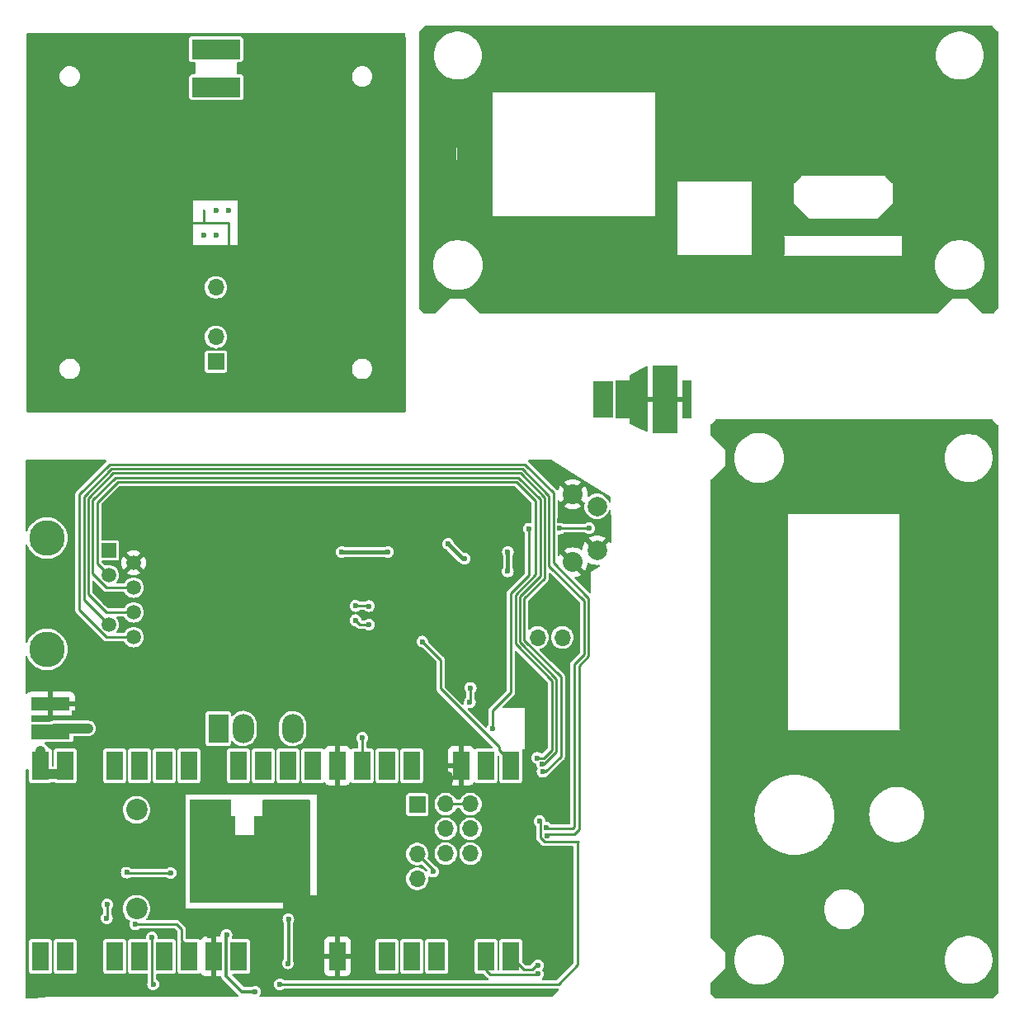
<source format=gbr>
G04 #@! TF.GenerationSoftware,KiCad,Pcbnew,7.0.1-0*
G04 #@! TF.CreationDate,2023-10-17T11:13:41-04:00*
G04 #@! TF.ProjectId,CosmicWatch,436f736d-6963-4576-9174-63682e6b6963,rev?*
G04 #@! TF.SameCoordinates,Original*
G04 #@! TF.FileFunction,Copper,L1,Top*
G04 #@! TF.FilePolarity,Positive*
%FSLAX46Y46*%
G04 Gerber Fmt 4.6, Leading zero omitted, Abs format (unit mm)*
G04 Created by KiCad (PCBNEW 7.0.1-0) date 2023-10-17 11:13:41*
%MOMM*%
%LPD*%
G01*
G04 APERTURE LIST*
G04 #@! TA.AperFunction,ComponentPad*
%ADD10R,2.000000X4.000000*%
G04 #@! TD*
G04 #@! TA.AperFunction,ComponentPad*
%ADD11R,1.700000X1.700000*%
G04 #@! TD*
G04 #@! TA.AperFunction,ComponentPad*
%ADD12O,1.700000X1.700000*%
G04 #@! TD*
G04 #@! TA.AperFunction,ComponentPad*
%ADD13C,2.032000*%
G04 #@! TD*
G04 #@! TA.AperFunction,ComponentPad*
%ADD14C,2.000000*%
G04 #@! TD*
G04 #@! TA.AperFunction,ComponentPad*
%ADD15R,2.000000X3.000000*%
G04 #@! TD*
G04 #@! TA.AperFunction,ComponentPad*
%ADD16O,2.200000X3.000000*%
G04 #@! TD*
G04 #@! TA.AperFunction,ComponentPad*
%ADD17R,5.000000X2.000000*%
G04 #@! TD*
G04 #@! TA.AperFunction,SMDPad,CuDef*
%ADD18R,1.700000X3.000000*%
G04 #@! TD*
G04 #@! TA.AperFunction,ComponentPad*
%ADD19R,2.000000X3.800000*%
G04 #@! TD*
G04 #@! TA.AperFunction,ComponentPad*
%ADD20R,2.500000X7.000000*%
G04 #@! TD*
G04 #@! TA.AperFunction,SMDPad,CuDef*
%ADD21R,2.000000X0.500000*%
G04 #@! TD*
G04 #@! TA.AperFunction,ComponentPad*
%ADD22C,0.600000*%
G04 #@! TD*
G04 #@! TA.AperFunction,SMDPad,CuDef*
%ADD23C,0.270000*%
G04 #@! TD*
G04 #@! TA.AperFunction,WasherPad*
%ADD24C,3.650000*%
G04 #@! TD*
G04 #@! TA.AperFunction,ComponentPad*
%ADD25R,1.500000X1.500000*%
G04 #@! TD*
G04 #@! TA.AperFunction,ComponentPad*
%ADD26C,1.500000*%
G04 #@! TD*
G04 #@! TA.AperFunction,ComponentPad*
%ADD27C,2.200000*%
G04 #@! TD*
G04 #@! TA.AperFunction,SMDPad,CuDef*
%ADD28R,4.000000X1.500000*%
G04 #@! TD*
G04 #@! TA.AperFunction,ComponentPad*
%ADD29R,4.000000X1.400000*%
G04 #@! TD*
G04 #@! TA.AperFunction,ComponentPad*
%ADD30R,0.650000X1.560000*%
G04 #@! TD*
G04 #@! TA.AperFunction,ViaPad*
%ADD31C,0.600000*%
G04 #@! TD*
G04 #@! TA.AperFunction,Conductor*
%ADD32C,0.250000*%
G04 #@! TD*
G04 #@! TA.AperFunction,Conductor*
%ADD33C,0.380000*%
G04 #@! TD*
G04 #@! TA.AperFunction,Conductor*
%ADD34C,0.400000*%
G04 #@! TD*
G04 #@! TA.AperFunction,Conductor*
%ADD35C,1.000000*%
G04 #@! TD*
G04 APERTURE END LIST*
D10*
X192230000Y-102110000D03*
D11*
X195105000Y-90235000D03*
D12*
X195105000Y-92775000D03*
X192565000Y-90235000D03*
X192565000Y-92775000D03*
D13*
X196162500Y-85060000D03*
D14*
X198662500Y-83810000D03*
D13*
X196162500Y-78060000D03*
D14*
X198662500Y-79310000D03*
D15*
X159810000Y-102110000D03*
D16*
X162350000Y-102110000D03*
X164890000Y-102110000D03*
X167430000Y-102110000D03*
D11*
X159555023Y-64478630D03*
D12*
X159555023Y-61938630D03*
X159555023Y-59398630D03*
X159555023Y-56858630D03*
D17*
X159610000Y-36305000D03*
D18*
X141550000Y-125500000D03*
X144090000Y-125500000D03*
X146630000Y-125500000D03*
X149170000Y-125500000D03*
X151710000Y-125500000D03*
X154250000Y-125500000D03*
X156790000Y-125500000D03*
X159330000Y-125500000D03*
X161870000Y-125500000D03*
X172030000Y-125500000D03*
X177110000Y-125500000D03*
X179650000Y-125500000D03*
X182190000Y-125500000D03*
X184730000Y-125500000D03*
X187270000Y-125500000D03*
X189810000Y-125500000D03*
X189810000Y-105920000D03*
X187270000Y-105920000D03*
X184730000Y-105920000D03*
X179650000Y-105920000D03*
X177110000Y-105920000D03*
X174570000Y-105920000D03*
X172030000Y-105920000D03*
X169490000Y-105920000D03*
X166950000Y-105920000D03*
X164410000Y-105920000D03*
X161870000Y-105920000D03*
X159330000Y-105920000D03*
X156790000Y-105920000D03*
X154250000Y-105920000D03*
X151710000Y-105920000D03*
X149170000Y-105920000D03*
X146630000Y-105920000D03*
X144090000Y-105920000D03*
X141550000Y-105920000D03*
D17*
X159560000Y-32405000D03*
D19*
X199255000Y-68335000D03*
D20*
X205630000Y-68335000D03*
D21*
X207580000Y-40700000D03*
X207580000Y-40700000D03*
X207580000Y-41500000D03*
X207580000Y-42300000D03*
D22*
X158320000Y-51485000D03*
D23*
X158320000Y-50225000D03*
X158320000Y-48965000D03*
D22*
X159580000Y-51485000D03*
X159580000Y-48965000D03*
D23*
X160840000Y-51485000D03*
X160840000Y-50225000D03*
D22*
X160840000Y-48965000D03*
D24*
X142225000Y-82575000D03*
X142225000Y-94005000D03*
D25*
X148575000Y-83845000D03*
D26*
X151115000Y-85115000D03*
X148575000Y-86385000D03*
X151115000Y-87655000D03*
X148575000Y-88925000D03*
X151115000Y-90195000D03*
X148575000Y-91465000D03*
X151115000Y-92735000D03*
D27*
X151420000Y-120614500D03*
X151420000Y-110464500D03*
D12*
X183140000Y-107330000D03*
X185680000Y-109870000D03*
X183140000Y-109870000D03*
X185680000Y-112410000D03*
X183140000Y-112410000D03*
X185680000Y-114950000D03*
X183140000Y-114950000D03*
D11*
X180220000Y-109920000D03*
D12*
X180220000Y-112460000D03*
X180220000Y-115000000D03*
X180220000Y-117540000D03*
D28*
X142600000Y-102460000D03*
D29*
X142600000Y-99560000D03*
D30*
X161970000Y-114845000D03*
D31*
X162330000Y-103310000D03*
X162360000Y-100900000D03*
X161870000Y-106820000D03*
X193460000Y-112310500D03*
X182170000Y-124670000D03*
X181841589Y-116801589D03*
X179640000Y-124730000D03*
X193505500Y-113108707D03*
X194830228Y-81592069D03*
X197855000Y-81560000D03*
X189505000Y-85995000D03*
X166995000Y-121715000D03*
X172485000Y-84000000D03*
X177205000Y-83985000D03*
X166945000Y-126215000D03*
X189515000Y-83985000D03*
X175265000Y-91455000D03*
X173875000Y-91005000D03*
X153120025Y-128360500D03*
X166129500Y-128360500D03*
X153000000Y-123580000D03*
X151680000Y-106810000D03*
X192780000Y-111630000D03*
X149280000Y-115760000D03*
X146930000Y-114110000D03*
X144130000Y-97560000D03*
X149930000Y-97610000D03*
X152430000Y-97610000D03*
X153730000Y-97610000D03*
X154980000Y-97610000D03*
X156130000Y-97610000D03*
X145430000Y-120210000D03*
X160905023Y-58078630D03*
X159555023Y-66028630D03*
X160955023Y-55578630D03*
X158155023Y-55628630D03*
X158105023Y-58128630D03*
X160955023Y-54728630D03*
X158155023Y-54078630D03*
X157905023Y-63028630D03*
X151180000Y-97610000D03*
X156905023Y-61978630D03*
X155605023Y-60678630D03*
X155355023Y-58528630D03*
X155355023Y-56428630D03*
X155355023Y-54478630D03*
X155355023Y-52628630D03*
X162355023Y-65028630D03*
X163605023Y-63528630D03*
X163605023Y-61078630D03*
X163605023Y-58928630D03*
X163605023Y-56978630D03*
X161655023Y-57378630D03*
X161605023Y-59578630D03*
X161605023Y-61728630D03*
X163605023Y-55678630D03*
X194804500Y-80792981D03*
X193955000Y-75960000D03*
X158630000Y-97610000D03*
X157445000Y-121915000D03*
X143280000Y-99560000D03*
X162380000Y-48930000D03*
X156880000Y-100560000D03*
X186755000Y-91265000D03*
X146820000Y-106420000D03*
X168545000Y-121715000D03*
X153180000Y-100560000D03*
X191955000Y-100535000D03*
X163895000Y-90995000D03*
X163380000Y-97610000D03*
X169855000Y-95295000D03*
X142385000Y-90315000D03*
X172135000Y-98925000D03*
X148730000Y-97620000D03*
X150455000Y-78610000D03*
X176725000Y-90515000D03*
X205255000Y-65835000D03*
X151930000Y-103660000D03*
X168880000Y-97910000D03*
X147755000Y-95035000D03*
X142830000Y-97560000D03*
X154830000Y-109310000D03*
X172485000Y-87120000D03*
X158030000Y-103660000D03*
X149480000Y-100570000D03*
X170935000Y-84000000D03*
X176685000Y-79475000D03*
X164680000Y-97610000D03*
X154480000Y-100560000D03*
X161325000Y-82995000D03*
X155855000Y-94835000D03*
X180965000Y-96780000D03*
X233280000Y-39435000D03*
X168880000Y-96760000D03*
X180845000Y-85475000D03*
X147410000Y-97620000D03*
X167945000Y-120215000D03*
X155730000Y-100560000D03*
X162335000Y-90995000D03*
X231280000Y-102310000D03*
X176725000Y-87715000D03*
X186430000Y-89315000D03*
X170345000Y-113915000D03*
X141430000Y-99560000D03*
X157445000Y-123415000D03*
X168915000Y-94745000D03*
X145120000Y-98220000D03*
X158080000Y-100560000D03*
X171145000Y-120915000D03*
X142380000Y-86610000D03*
X217230000Y-123060000D03*
X172345000Y-113915000D03*
X165525000Y-94595000D03*
X161325000Y-85995000D03*
X170345000Y-109915000D03*
X145050000Y-100540000D03*
X237830000Y-100360000D03*
X168445000Y-123215000D03*
X145955000Y-122535000D03*
X169335000Y-93025000D03*
X158855000Y-94760000D03*
X141480000Y-76160000D03*
X149480000Y-103670000D03*
X158945000Y-123415000D03*
X190905000Y-98335000D03*
X164880000Y-100960000D03*
X168865000Y-95715000D03*
X165980000Y-97610000D03*
X205405000Y-70460000D03*
X170345000Y-115915000D03*
X168880000Y-99210000D03*
X172135000Y-103085000D03*
X167465000Y-92855000D03*
X167745000Y-127315000D03*
X151930000Y-100560000D03*
X150680000Y-100560000D03*
X155630023Y-49928630D03*
X236630000Y-108210000D03*
X146630000Y-125410000D03*
X159330000Y-106660000D03*
X170345000Y-117915000D03*
X218830000Y-105010000D03*
X150596000Y-112456000D03*
X170345000Y-111915000D03*
X191705000Y-80585000D03*
X169945000Y-122415000D03*
X141430000Y-97560000D03*
X172135000Y-100985000D03*
X155730000Y-103660000D03*
X163605023Y-54355000D03*
X172245000Y-119915000D03*
X172485000Y-85560000D03*
X186430000Y-87755000D03*
X148360000Y-103540000D03*
X150855000Y-95060000D03*
X172345000Y-109915000D03*
X193005000Y-98335000D03*
X236580000Y-102310000D03*
X176685000Y-82475000D03*
X191980000Y-103610000D03*
X174595000Y-101170000D03*
X172345000Y-117915000D03*
X150680000Y-103660000D03*
X172130000Y-125410000D03*
X186755000Y-93135000D03*
X153180000Y-103660000D03*
X161105023Y-53278630D03*
X159445000Y-108315000D03*
X156880000Y-103660000D03*
X199180000Y-81560000D03*
X154830000Y-118060000D03*
X159780000Y-97610000D03*
X216030000Y-106060000D03*
X169710000Y-101530000D03*
X184085000Y-96780000D03*
X159330000Y-105210000D03*
X172345000Y-115915000D03*
X232380000Y-105460000D03*
X169945000Y-123915000D03*
X169750000Y-103010000D03*
X235230000Y-40685000D03*
X157345000Y-108315000D03*
X179405000Y-96780000D03*
X162230000Y-97610000D03*
X158945000Y-121915000D03*
X177705000Y-96305000D03*
X157380000Y-97610000D03*
X169670000Y-100000000D03*
X146110000Y-97610000D03*
X154480000Y-103660000D03*
X184845000Y-125615000D03*
X172345000Y-111915000D03*
X160980000Y-97610000D03*
X167410000Y-100910000D03*
X167410000Y-103310000D03*
X179650000Y-106820000D03*
X193034160Y-105759500D03*
X192530000Y-105135000D03*
X177110000Y-106820000D03*
X144080000Y-125760000D03*
X148359454Y-121564500D03*
X150400501Y-116900000D03*
X148395500Y-120180000D03*
X149170000Y-124600000D03*
X154920000Y-116931100D03*
X151710000Y-124600000D03*
X154250000Y-124600000D03*
X151270000Y-122220000D03*
X159140000Y-103280000D03*
X160490000Y-103310000D03*
X160480000Y-100930000D03*
X159150000Y-100930000D03*
X193082902Y-106557515D03*
X180740000Y-93200000D03*
X189755000Y-106835000D03*
X141590000Y-104390000D03*
X198980000Y-67060000D03*
X198980000Y-69510000D03*
X158160000Y-36380000D03*
X161110000Y-36330000D03*
X157935000Y-32280000D03*
X160985000Y-32330000D03*
X160645000Y-123315000D03*
X163580000Y-129110000D03*
X146430000Y-102110000D03*
X187955000Y-102085000D03*
X166930000Y-106510000D03*
X191680000Y-81610000D03*
X185065000Y-84685000D03*
X183395000Y-83185000D03*
X174595000Y-103070000D03*
X192596495Y-127310500D03*
X192608139Y-126420678D03*
X173875000Y-89545000D03*
X185695000Y-97935000D03*
X185615000Y-99445000D03*
X175275000Y-89555000D03*
D32*
X146005000Y-88895000D02*
X148575000Y-91465000D01*
X197355000Y-89035000D02*
X193730000Y-85410000D01*
X181841589Y-116621589D02*
X180220000Y-115000000D01*
X148843594Y-75460010D02*
X146005000Y-78298604D01*
X193730000Y-78210000D02*
X190980010Y-75460010D01*
X196150000Y-112410000D02*
X193559500Y-112410000D01*
X181841589Y-116801589D02*
X181841589Y-116621589D01*
X182190000Y-124600000D02*
X182190000Y-124650000D01*
X196355000Y-95498604D02*
X197355000Y-94498604D01*
X196355000Y-112205000D02*
X196355000Y-95498604D01*
X146005000Y-78298604D02*
X146005000Y-88895000D01*
X196150000Y-112410000D02*
X196355000Y-112205000D01*
X193559500Y-112410000D02*
X193460000Y-112310500D01*
X197355000Y-94498604D02*
X197355000Y-89035000D01*
X193730000Y-85410000D02*
X193730000Y-78210000D01*
X190980010Y-75460010D02*
X148843594Y-75460010D01*
X182190000Y-124650000D02*
X182170000Y-124670000D01*
X194180000Y-85110000D02*
X194180000Y-77910000D01*
X196291396Y-112935000D02*
X193679207Y-112935000D01*
X197805000Y-88735000D02*
X194180000Y-85110000D01*
X148657208Y-75010000D02*
X145555000Y-78112208D01*
X148324720Y-92735000D02*
X151115000Y-92735000D01*
X191280000Y-75010000D02*
X148657208Y-75010000D01*
X193679207Y-112935000D02*
X193505500Y-113108707D01*
X196805000Y-112421396D02*
X196805000Y-95685000D01*
X145555000Y-89965280D02*
X148324720Y-92735000D01*
X196291396Y-112935000D02*
X196805000Y-112421396D01*
X179650000Y-124720000D02*
X179640000Y-124730000D01*
X179650000Y-124600000D02*
X179650000Y-124720000D01*
X145555000Y-78112208D02*
X145555000Y-89965280D01*
X197805000Y-94685000D02*
X197805000Y-88735000D01*
X194180000Y-77910000D02*
X191280000Y-75010000D01*
X196805000Y-95685000D02*
X197805000Y-94685000D01*
X195480000Y-81560000D02*
X194862297Y-81560000D01*
X197855000Y-81560000D02*
X195480000Y-81560000D01*
X194862297Y-81560000D02*
X194830228Y-81592069D01*
D33*
X166995000Y-121715000D02*
X166995000Y-126165000D01*
D34*
X189515000Y-85985000D02*
X189505000Y-85995000D01*
D33*
X166995000Y-126165000D02*
X166945000Y-126215000D01*
D34*
X172500000Y-83985000D02*
X172485000Y-84000000D01*
X189515000Y-83995000D02*
X189515000Y-85985000D01*
X177205000Y-83985000D02*
X172500000Y-83985000D01*
D32*
X174325000Y-91455000D02*
X173875000Y-91005000D01*
X175265000Y-91455000D02*
X174325000Y-91455000D01*
X192830000Y-113317091D02*
X193246616Y-113733707D01*
X185680000Y-109870000D02*
X183140000Y-109870000D01*
X196726293Y-113733707D02*
X196670000Y-113790000D01*
X153000000Y-123580000D02*
X153000000Y-128240475D01*
X151690000Y-106820000D02*
X151680000Y-106810000D01*
X192780000Y-111630000D02*
X192830000Y-111680000D01*
X192830000Y-111680000D02*
X192830000Y-113317091D01*
X196670000Y-126370000D02*
X194700000Y-128340000D01*
X196670000Y-113790000D02*
X196670000Y-126370000D01*
X166150000Y-128340000D02*
X166129500Y-128360500D01*
X194700000Y-128340000D02*
X166150000Y-128340000D01*
X153000000Y-128240475D02*
X153120025Y-128360500D01*
X151710000Y-106820000D02*
X151690000Y-106820000D01*
X193246616Y-113733707D02*
X196726293Y-113733707D01*
X158320000Y-48965000D02*
X158320000Y-50225000D01*
X155630023Y-49928630D02*
X155926393Y-50225000D01*
X196162500Y-78060000D02*
X194804500Y-79418000D01*
X159330000Y-104960000D02*
X159330000Y-106820000D01*
X146630000Y-124600000D02*
X146630000Y-123210000D01*
X155926393Y-50225000D02*
X158320000Y-50225000D01*
D35*
X146630000Y-106820000D02*
X146630000Y-106610000D01*
D32*
X160840000Y-50225000D02*
X160840000Y-51485000D01*
X184730000Y-124600000D02*
X184730000Y-125500000D01*
X194804500Y-79418000D02*
X194804500Y-80792981D01*
D35*
X146630000Y-106610000D02*
X146820000Y-106420000D01*
D32*
X184730000Y-125500000D02*
X184845000Y-125615000D01*
X160840000Y-53013607D02*
X161105023Y-53278630D01*
X160840000Y-51485000D02*
X160840000Y-53013607D01*
X158320000Y-50225000D02*
X160840000Y-50225000D01*
X184730000Y-126660000D02*
X184735000Y-126665000D01*
X184730000Y-125730000D02*
X184730000Y-126660000D01*
X184845000Y-125615000D02*
X184730000Y-125730000D01*
X146630000Y-123210000D02*
X145955000Y-122535000D01*
X191980000Y-103610000D02*
X191905000Y-103685000D01*
X158030000Y-103660000D02*
X159330000Y-104960000D01*
X192830000Y-86498604D02*
X190730000Y-88598604D01*
X149216376Y-76360020D02*
X190607228Y-76360020D01*
X190730000Y-88598604D02*
X190730000Y-93238097D01*
X193216896Y-105759500D02*
X193034160Y-105759500D01*
X146905000Y-78671396D02*
X146905000Y-86235280D01*
X190730000Y-93238097D02*
X194505000Y-97013097D01*
X194505000Y-97013097D02*
X194505000Y-104471396D01*
X194505000Y-104471396D02*
X193216896Y-105759500D01*
X190607228Y-76360020D02*
X192830000Y-78582792D01*
X149216376Y-76360020D02*
X146905000Y-78671396D01*
X146905000Y-86235280D02*
X148324720Y-87655000D01*
X192830000Y-78582792D02*
X192830000Y-86498604D01*
X148324720Y-87655000D02*
X151115000Y-87655000D01*
X192530000Y-105135000D02*
X193205000Y-105135000D01*
X194055000Y-97199493D02*
X190280000Y-93424493D01*
X192380000Y-86312208D02*
X192380000Y-78769188D01*
X149479980Y-76810020D02*
X147355000Y-78935000D01*
X147355000Y-85165000D02*
X148575000Y-86385000D01*
X190280000Y-88412208D02*
X192380000Y-86312208D01*
X194055000Y-104285000D02*
X194055000Y-97199493D01*
X192380000Y-78769188D02*
X190420832Y-76810020D01*
X147355000Y-78935000D02*
X147355000Y-85165000D01*
X193205000Y-105135000D02*
X194055000Y-104285000D01*
X190280000Y-93424493D02*
X190280000Y-88412208D01*
X190420832Y-76810020D02*
X149479980Y-76810020D01*
X148395500Y-120180000D02*
X148395500Y-121528454D01*
X150430501Y-116930000D02*
X150400501Y-116900000D01*
X148395500Y-121528454D02*
X148359454Y-121564500D01*
X153400000Y-116930000D02*
X150430501Y-116930000D01*
X154920000Y-116931100D02*
X153401100Y-116931100D01*
X153401100Y-116931100D02*
X153400000Y-116930000D01*
X151270000Y-122220000D02*
X155540000Y-122220000D01*
X156055000Y-123865000D02*
X156790000Y-124600000D01*
X156055000Y-122735000D02*
X156055000Y-123865000D01*
X155540000Y-122220000D02*
X156055000Y-122735000D01*
X193280000Y-78396396D02*
X190793624Y-75910020D01*
X191180000Y-88785000D02*
X193280000Y-86685000D01*
X193082902Y-106557515D02*
X193361532Y-106557515D01*
X182608756Y-95068756D02*
X180740000Y-93200000D01*
X194955000Y-96826701D02*
X191180000Y-93051701D01*
X182608756Y-98011244D02*
X182608756Y-95068756D01*
X148324720Y-90195000D02*
X151115000Y-90195000D01*
X149029980Y-75910020D02*
X146455000Y-78485000D01*
X182608756Y-98011244D02*
X188625000Y-104027487D01*
X194955000Y-104964047D02*
X194955000Y-96826701D01*
X193361532Y-106557515D02*
X194955000Y-104964047D01*
X189755000Y-105465000D02*
X189755000Y-106835000D01*
X193280000Y-86685000D02*
X193280000Y-78396396D01*
X188625000Y-104335000D02*
X189755000Y-105465000D01*
X146455000Y-88325280D02*
X148324720Y-90195000D01*
X191180000Y-93051701D02*
X191180000Y-88785000D01*
X190793624Y-75910020D02*
X149029980Y-75910020D01*
X188625000Y-104027487D02*
X188625000Y-104335000D01*
X146455000Y-78485000D02*
X146455000Y-88325280D01*
D35*
X141550000Y-106820000D02*
X144090000Y-106820000D01*
X141550000Y-104430000D02*
X141590000Y-104390000D01*
X141550000Y-106820000D02*
X141550000Y-104430000D01*
D33*
X162200000Y-129110000D02*
X160685000Y-127595000D01*
X160685000Y-127595000D02*
X160615000Y-127525000D01*
X160615000Y-123345000D02*
X160645000Y-123315000D01*
X160615000Y-127525000D02*
X160615000Y-123345000D01*
X163580000Y-129110000D02*
X162200000Y-129110000D01*
D35*
X146430000Y-102110000D02*
X142950000Y-102110000D01*
X142950000Y-102110000D02*
X142600000Y-102460000D01*
D32*
X189830000Y-98410000D02*
X189830000Y-88225812D01*
X166950000Y-106530000D02*
X166930000Y-106510000D01*
X189830000Y-88225812D02*
X191680000Y-86375812D01*
X187955000Y-100285000D02*
X189830000Y-98410000D01*
X187955000Y-102085000D02*
X187955000Y-100285000D01*
X166950000Y-106820000D02*
X166950000Y-106530000D01*
X191680000Y-86375812D02*
X191680000Y-81610000D01*
D34*
X185065000Y-84685000D02*
X184895000Y-84685000D01*
X184895000Y-84685000D02*
X183395000Y-83185000D01*
D32*
X174595000Y-103070000D02*
X174595000Y-106795000D01*
X174595000Y-106795000D02*
X174570000Y-106820000D01*
X187654500Y-127325000D02*
X187270000Y-126940500D01*
X187270000Y-126940500D02*
X187270000Y-124600000D01*
X192581995Y-127325000D02*
X187654500Y-127325000D01*
X192596495Y-127310500D02*
X192581995Y-127325000D01*
X187270000Y-124600000D02*
X187270000Y-126650000D01*
X187270000Y-126650000D02*
X187280000Y-126660000D01*
X192429322Y-126420678D02*
X191975000Y-126875000D01*
X192608139Y-126420678D02*
X192429322Y-126420678D01*
X191205000Y-126875000D02*
X189810000Y-125480000D01*
X191975000Y-126875000D02*
X191205000Y-126875000D01*
X185695000Y-99365000D02*
X185615000Y-99445000D01*
X173875000Y-89545000D02*
X175265000Y-89545000D01*
X185695000Y-97935000D02*
X185695000Y-99365000D01*
G04 #@! TA.AperFunction,Conductor*
G36*
X239255960Y-70418036D02*
G01*
X239288078Y-70439496D01*
X239800504Y-70951922D01*
X239821964Y-70984040D01*
X239829500Y-71021926D01*
X239829500Y-129198074D01*
X239821964Y-129235960D01*
X239800504Y-129268078D01*
X239288078Y-129780504D01*
X239255960Y-129801964D01*
X239218074Y-129809500D01*
X210841926Y-129809500D01*
X210804040Y-129801964D01*
X210771922Y-129780504D01*
X210359496Y-129368078D01*
X210338036Y-129335960D01*
X210330500Y-129298074D01*
X210330500Y-128221926D01*
X210338036Y-128184040D01*
X210359496Y-128151922D01*
X210699027Y-127812391D01*
X211794682Y-126716734D01*
X211812407Y-126704893D01*
X211818647Y-126698652D01*
X211818651Y-126698651D01*
X211826666Y-126679300D01*
X211834661Y-126660000D01*
X211834661Y-126659999D01*
X211834661Y-126651179D01*
X211830500Y-126630262D01*
X211830500Y-125860000D01*
X212724457Y-125860000D01*
X212744608Y-126180299D01*
X212804742Y-126495531D01*
X212804743Y-126495535D01*
X212804744Y-126495538D01*
X212903832Y-126800500D01*
X212903917Y-126800760D01*
X213030607Y-127069990D01*
X213040561Y-127091142D01*
X213212522Y-127362110D01*
X213417089Y-127609390D01*
X213651036Y-127829080D01*
X213910672Y-128017716D01*
X213910675Y-128017718D01*
X214191901Y-128172323D01*
X214191903Y-128172324D01*
X214490294Y-128290466D01*
X214763056Y-128360499D01*
X214801143Y-128370278D01*
X215119533Y-128410500D01*
X215119536Y-128410500D01*
X215440464Y-128410500D01*
X215440467Y-128410500D01*
X215758856Y-128370278D01*
X215758858Y-128370277D01*
X215758861Y-128370277D01*
X216069706Y-128290466D01*
X216368097Y-128172324D01*
X216649328Y-128017716D01*
X216908964Y-127829080D01*
X217142911Y-127609390D01*
X217347478Y-127362110D01*
X217519439Y-127091142D01*
X217656084Y-126800758D01*
X217755256Y-126495538D01*
X217815392Y-126180294D01*
X217835543Y-125860000D01*
X234324655Y-125860000D01*
X234344016Y-126167742D01*
X234401792Y-126470612D01*
X234401793Y-126470616D01*
X234401794Y-126470619D01*
X234489170Y-126739536D01*
X234497079Y-126763875D01*
X234624543Y-127034750D01*
X234628365Y-127042871D01*
X234793584Y-127303216D01*
X234933436Y-127472267D01*
X234990131Y-127540799D01*
X235214901Y-127751874D01*
X235271384Y-127792911D01*
X235441692Y-127916647D01*
X235464363Y-127933118D01*
X235618246Y-128017716D01*
X235734565Y-128081663D01*
X236021257Y-128195172D01*
X236297554Y-128266113D01*
X236319918Y-128271855D01*
X236625825Y-128310500D01*
X236625828Y-128310500D01*
X236934172Y-128310500D01*
X236934175Y-128310500D01*
X237240081Y-128271855D01*
X237240083Y-128271854D01*
X237240086Y-128271854D01*
X237538743Y-128195172D01*
X237825435Y-128081663D01*
X238095640Y-127933116D01*
X238345096Y-127751876D01*
X238569869Y-127540799D01*
X238766416Y-127303216D01*
X238931635Y-127042871D01*
X239062922Y-126763873D01*
X239158206Y-126470619D01*
X239211617Y-126190630D01*
X239215983Y-126167742D01*
X239215983Y-126167740D01*
X239215984Y-126167736D01*
X239235345Y-125860000D01*
X239215984Y-125552264D01*
X239213588Y-125539706D01*
X239158207Y-125249387D01*
X239158206Y-125249381D01*
X239062922Y-124956127D01*
X238931635Y-124677129D01*
X238766416Y-124416784D01*
X238569869Y-124179201D01*
X238518773Y-124131218D01*
X238345098Y-123968125D01*
X238095636Y-123786881D01*
X237825436Y-123638337D01*
X237538744Y-123524828D01*
X237240081Y-123448144D01*
X236934175Y-123409500D01*
X236934172Y-123409500D01*
X236625828Y-123409500D01*
X236625825Y-123409500D01*
X236319918Y-123448144D01*
X236021255Y-123524828D01*
X235734563Y-123638337D01*
X235464363Y-123786881D01*
X235214901Y-123968125D01*
X234990131Y-124179200D01*
X234793586Y-124416781D01*
X234793584Y-124416784D01*
X234785378Y-124429715D01*
X234628363Y-124677132D01*
X234497079Y-124956124D01*
X234401792Y-125249387D01*
X234344016Y-125552257D01*
X234324655Y-125860000D01*
X217835543Y-125860000D01*
X217815392Y-125539706D01*
X217755256Y-125224462D01*
X217656084Y-124919242D01*
X217519439Y-124628858D01*
X217347478Y-124357890D01*
X217142911Y-124110610D01*
X216908964Y-123890920D01*
X216649328Y-123702284D01*
X216649324Y-123702281D01*
X216368098Y-123547676D01*
X216069707Y-123429534D01*
X215758856Y-123349721D01*
X215440467Y-123309500D01*
X215440464Y-123309500D01*
X215119536Y-123309500D01*
X215119533Y-123309500D01*
X214801143Y-123349721D01*
X214490292Y-123429534D01*
X214191901Y-123547676D01*
X213910675Y-123702281D01*
X213651033Y-123890922D01*
X213417089Y-124110609D01*
X213212524Y-124357887D01*
X213040559Y-124628861D01*
X212903917Y-124919239D01*
X212804742Y-125224468D01*
X212744608Y-125539700D01*
X212724457Y-125860000D01*
X211830500Y-125860000D01*
X211830500Y-125189738D01*
X211834661Y-125168822D01*
X211834661Y-125160000D01*
X211834660Y-125159999D01*
X211822812Y-125131394D01*
X211822811Y-125131393D01*
X211818651Y-125121349D01*
X211818650Y-125121348D01*
X211812416Y-125115113D01*
X211794683Y-125103265D01*
X210359496Y-123668078D01*
X210338036Y-123635960D01*
X210330500Y-123598074D01*
X210330500Y-123339738D01*
X210334661Y-123318822D01*
X210334661Y-123310001D01*
X210334453Y-123309500D01*
X210318651Y-123271349D01*
X210318650Y-123271348D01*
X210316623Y-123266453D01*
X210300955Y-123243011D01*
X210293408Y-123205155D01*
X210293383Y-123160500D01*
X210291958Y-120659999D01*
X221974082Y-120659999D01*
X221993230Y-120939948D01*
X222050319Y-121214676D01*
X222144289Y-121479080D01*
X222273385Y-121728224D01*
X222435198Y-121957462D01*
X222626725Y-122162537D01*
X222626727Y-122162539D01*
X222844393Y-122339623D01*
X223084144Y-122485419D01*
X223341515Y-122597211D01*
X223611711Y-122672917D01*
X223889699Y-122711125D01*
X224170301Y-122711125D01*
X224448289Y-122672917D01*
X224718485Y-122597211D01*
X224975856Y-122485419D01*
X225215607Y-122339623D01*
X225433273Y-122162539D01*
X225624799Y-121957465D01*
X225786616Y-121728222D01*
X225915711Y-121479080D01*
X226009679Y-121214680D01*
X226027285Y-121129955D01*
X226066769Y-120939948D01*
X226067921Y-120923103D01*
X226085918Y-120660000D01*
X226066769Y-120380053D01*
X226025197Y-120179999D01*
X226009680Y-120105323D01*
X225980507Y-120023238D01*
X225915711Y-119840920D01*
X225786616Y-119591778D01*
X225778716Y-119580586D01*
X225624801Y-119362537D01*
X225433274Y-119157462D01*
X225215606Y-118980376D01*
X225138354Y-118933398D01*
X224975856Y-118834581D01*
X224718485Y-118722789D01*
X224672395Y-118709875D01*
X224448287Y-118647082D01*
X224170301Y-118608875D01*
X223889699Y-118608875D01*
X223611712Y-118647082D01*
X223341514Y-118722789D01*
X223084146Y-118834580D01*
X222844393Y-118980376D01*
X222626725Y-119157462D01*
X222435198Y-119362537D01*
X222273385Y-119591775D01*
X222144289Y-119840919D01*
X222050319Y-120105323D01*
X221993230Y-120380051D01*
X221974082Y-120659999D01*
X210291958Y-120659999D01*
X210291250Y-119417140D01*
X210298926Y-119378866D01*
X210317516Y-119351388D01*
X210318649Y-119348651D01*
X210318651Y-119348651D01*
X210326673Y-119329282D01*
X210326674Y-119329279D01*
X210326724Y-119329299D01*
X210326742Y-119329114D01*
X210334661Y-119310094D01*
X210334660Y-119310093D01*
X210334675Y-119301483D01*
X210330500Y-119280396D01*
X210330500Y-110960000D01*
X214824245Y-110960000D01*
X214844015Y-111362441D01*
X214903134Y-111760988D01*
X215001036Y-112151836D01*
X215001037Y-112151838D01*
X215136777Y-112531204D01*
X215162092Y-112584728D01*
X215309047Y-112895443D01*
X215516190Y-113241038D01*
X215756206Y-113564661D01*
X216026792Y-113863207D01*
X216325338Y-114133793D01*
X216648961Y-114373809D01*
X216994556Y-114580952D01*
X217151843Y-114655342D01*
X217358796Y-114753223D01*
X217738162Y-114888963D01*
X217981833Y-114949999D01*
X218129011Y-114986865D01*
X218527558Y-115045984D01*
X218527559Y-115045984D01*
X218527566Y-115045985D01*
X218930000Y-115065755D01*
X219332434Y-115045985D01*
X219332441Y-115045984D01*
X219730988Y-114986865D01*
X219730990Y-114986864D01*
X219730993Y-114986864D01*
X220121838Y-114888963D01*
X220501204Y-114753223D01*
X220784794Y-114619095D01*
X220865443Y-114580952D01*
X221211038Y-114373809D01*
X221433652Y-114208707D01*
X221534663Y-114133792D01*
X221833207Y-113863207D01*
X222103792Y-113564663D01*
X222286223Y-113318684D01*
X222343809Y-113241038D01*
X222550952Y-112895443D01*
X222611182Y-112768096D01*
X222723223Y-112531204D01*
X222858963Y-112151838D01*
X222956864Y-111760993D01*
X222962136Y-111725456D01*
X223015984Y-111362441D01*
X223015984Y-111362440D01*
X223015985Y-111362434D01*
X223035755Y-110960000D01*
X226597568Y-110960000D01*
X226616720Y-111288821D01*
X226673917Y-111613202D01*
X226725877Y-111786761D01*
X226755437Y-111885500D01*
X226768386Y-111928751D01*
X226898846Y-112231193D01*
X227063536Y-112516443D01*
X227260231Y-112780651D01*
X227486270Y-113020238D01*
X227738589Y-113231960D01*
X228013778Y-113412954D01*
X228013784Y-113412957D01*
X228308131Y-113560784D01*
X228617650Y-113673439D01*
X228617651Y-113673439D01*
X228617656Y-113673441D01*
X228819230Y-113721214D01*
X228938154Y-113749400D01*
X229265309Y-113787639D01*
X229594688Y-113787639D01*
X229594691Y-113787639D01*
X229921846Y-113749400D01*
X230129357Y-113700219D01*
X230242343Y-113673441D01*
X230242345Y-113673440D01*
X230242350Y-113673439D01*
X230551869Y-113560784D01*
X230846216Y-113412957D01*
X230888451Y-113385179D01*
X231121410Y-113231960D01*
X231231953Y-113139203D01*
X231373732Y-113020236D01*
X231599768Y-112780652D01*
X231796462Y-112516446D01*
X231961153Y-112231193D01*
X232091615Y-111928748D01*
X232186082Y-111613204D01*
X232243279Y-111288825D01*
X232262431Y-110960000D01*
X232243279Y-110631175D01*
X232186082Y-110306796D01*
X232091615Y-109991252D01*
X231995384Y-109768163D01*
X231961153Y-109688806D01*
X231820102Y-109444500D01*
X231796462Y-109403554D01*
X231599768Y-109139348D01*
X231373732Y-108899764D01*
X231373731Y-108899763D01*
X231373729Y-108899761D01*
X231121410Y-108688039D01*
X230846221Y-108507045D01*
X230746662Y-108457045D01*
X230551869Y-108359216D01*
X230338729Y-108281640D01*
X230242343Y-108246558D01*
X229921852Y-108170601D01*
X229921848Y-108170600D01*
X229921846Y-108170600D01*
X229594691Y-108132361D01*
X229265309Y-108132361D01*
X228938154Y-108170600D01*
X228938152Y-108170600D01*
X228938147Y-108170601D01*
X228617656Y-108246558D01*
X228443693Y-108309875D01*
X228308131Y-108359216D01*
X228211165Y-108407913D01*
X228013778Y-108507045D01*
X227738589Y-108688039D01*
X227486270Y-108899761D01*
X227260231Y-109139348D01*
X227063536Y-109403556D01*
X226898846Y-109688806D01*
X226768386Y-109991248D01*
X226673917Y-110306797D01*
X226616720Y-110631178D01*
X226597568Y-110960000D01*
X223035755Y-110960000D01*
X223015985Y-110557566D01*
X223015984Y-110557558D01*
X222956865Y-110159011D01*
X222956864Y-110159007D01*
X222858963Y-109768162D01*
X222723223Y-109388796D01*
X222611182Y-109151904D01*
X222550952Y-109024556D01*
X222343809Y-108678961D01*
X222103793Y-108355338D01*
X221833207Y-108056792D01*
X221534661Y-107786206D01*
X221211038Y-107546190D01*
X220865443Y-107339047D01*
X220592263Y-107209844D01*
X220501204Y-107166777D01*
X220264409Y-107082050D01*
X220121836Y-107031036D01*
X219730988Y-106933134D01*
X219332441Y-106874015D01*
X218930000Y-106854245D01*
X218527558Y-106874015D01*
X218129011Y-106933134D01*
X217738163Y-107031036D01*
X217358796Y-107166777D01*
X216994556Y-107339047D01*
X216648961Y-107546190D01*
X216325338Y-107786206D01*
X216026792Y-108056792D01*
X215756206Y-108355338D01*
X215516190Y-108678961D01*
X215309047Y-109024556D01*
X215136777Y-109388796D01*
X215001036Y-109768163D01*
X214903134Y-110159011D01*
X214844015Y-110557558D01*
X214824245Y-110960000D01*
X210330500Y-110960000D01*
X210330500Y-102260000D01*
X218225339Y-102260000D01*
X218229500Y-102270045D01*
X218241349Y-102298651D01*
X218280000Y-102314661D01*
X218280000Y-102314660D01*
X218280001Y-102314661D01*
X218288822Y-102314661D01*
X218309738Y-102310500D01*
X229650262Y-102310500D01*
X229671178Y-102314661D01*
X229679999Y-102314661D01*
X229679999Y-102314660D01*
X229680000Y-102314661D01*
X229718651Y-102298651D01*
X229730500Y-102270045D01*
X229734661Y-102260000D01*
X229734661Y-102259999D01*
X229734661Y-102251179D01*
X229730500Y-102230262D01*
X229730500Y-80189738D01*
X229734661Y-80168822D01*
X229734661Y-80160001D01*
X229733958Y-80158305D01*
X229718651Y-80121349D01*
X229718649Y-80121348D01*
X229718648Y-80121347D01*
X229715506Y-80120045D01*
X229715503Y-80120045D01*
X229680000Y-80105339D01*
X229671178Y-80105339D01*
X229650262Y-80109500D01*
X218309738Y-80109500D01*
X218288822Y-80105339D01*
X218280000Y-80105339D01*
X218244497Y-80120045D01*
X218244493Y-80120045D01*
X218241351Y-80121347D01*
X218241348Y-80121350D01*
X218231970Y-80143991D01*
X218229840Y-80149135D01*
X218225339Y-80160001D01*
X218225339Y-80168822D01*
X218229500Y-80189738D01*
X218229500Y-102230262D01*
X218225339Y-102251179D01*
X218225339Y-102259999D01*
X218225339Y-102260000D01*
X210330500Y-102260000D01*
X210330500Y-83589738D01*
X210334661Y-83568822D01*
X210334661Y-83560001D01*
X210333301Y-83556718D01*
X210318651Y-83521349D01*
X210318649Y-83521348D01*
X210308996Y-83511695D01*
X210287536Y-83479577D01*
X210280000Y-83441691D01*
X210280000Y-80228309D01*
X210287536Y-80190423D01*
X210308996Y-80158305D01*
X210318647Y-80148652D01*
X210318651Y-80148651D01*
X210330500Y-80120045D01*
X210334661Y-80110000D01*
X210334661Y-80109999D01*
X210334661Y-80101179D01*
X210330500Y-80080262D01*
X210330500Y-76621926D01*
X210338036Y-76584040D01*
X210359496Y-76551922D01*
X210687434Y-76223984D01*
X211794682Y-75116734D01*
X211812411Y-75104890D01*
X211818649Y-75098651D01*
X211818651Y-75098651D01*
X211827456Y-75077393D01*
X211834661Y-75060000D01*
X211834661Y-75059999D01*
X211834661Y-75051179D01*
X211830500Y-75030262D01*
X211830500Y-74359999D01*
X212724457Y-74359999D01*
X212744608Y-74680299D01*
X212804742Y-74995531D01*
X212804743Y-74995535D01*
X212804744Y-74995538D01*
X212903916Y-75300758D01*
X213040561Y-75591142D01*
X213212522Y-75862110D01*
X213417089Y-76109390D01*
X213651036Y-76329080D01*
X213910672Y-76517716D01*
X213910675Y-76517718D01*
X214191901Y-76672323D01*
X214191903Y-76672324D01*
X214490294Y-76790466D01*
X214789938Y-76867401D01*
X214801143Y-76870278D01*
X215119533Y-76910500D01*
X215119536Y-76910500D01*
X215440464Y-76910500D01*
X215440467Y-76910500D01*
X215758856Y-76870278D01*
X215758858Y-76870277D01*
X215758861Y-76870277D01*
X216069706Y-76790466D01*
X216368097Y-76672324D01*
X216649328Y-76517716D01*
X216908964Y-76329080D01*
X217142911Y-76109390D01*
X217347478Y-75862110D01*
X217519439Y-75591142D01*
X217656084Y-75300758D01*
X217755256Y-74995538D01*
X217815392Y-74680294D01*
X217835543Y-74360000D01*
X234324655Y-74360000D01*
X234344016Y-74667742D01*
X234401792Y-74970612D01*
X234401793Y-74970616D01*
X234401794Y-74970619D01*
X234445421Y-75104890D01*
X234497079Y-75263875D01*
X234624543Y-75534750D01*
X234628365Y-75542871D01*
X234793584Y-75803216D01*
X234974039Y-76021347D01*
X234990131Y-76040799D01*
X235214901Y-76251874D01*
X235464363Y-76433118D01*
X235695160Y-76560000D01*
X235734565Y-76581663D01*
X236021257Y-76695172D01*
X236297554Y-76766113D01*
X236319918Y-76771855D01*
X236625825Y-76810500D01*
X236625828Y-76810500D01*
X236934172Y-76810500D01*
X236934175Y-76810500D01*
X237240081Y-76771855D01*
X237240083Y-76771854D01*
X237240086Y-76771854D01*
X237538743Y-76695172D01*
X237825435Y-76581663D01*
X238095640Y-76433116D01*
X238345096Y-76251876D01*
X238569869Y-76040799D01*
X238766416Y-75803216D01*
X238931635Y-75542871D01*
X239062922Y-75263873D01*
X239158206Y-74970619D01*
X239212606Y-74685446D01*
X239215983Y-74667742D01*
X239215983Y-74667740D01*
X239215984Y-74667736D01*
X239235345Y-74360000D01*
X239215984Y-74052264D01*
X239213588Y-74039706D01*
X239158207Y-73749387D01*
X239158206Y-73749381D01*
X239062922Y-73456127D01*
X238931635Y-73177129D01*
X238766416Y-72916784D01*
X238569869Y-72679201D01*
X238569868Y-72679200D01*
X238345098Y-72468125D01*
X238095636Y-72286881D01*
X237825436Y-72138337D01*
X237538744Y-72024828D01*
X237240081Y-71948144D01*
X236934175Y-71909500D01*
X236934172Y-71909500D01*
X236625828Y-71909500D01*
X236625825Y-71909500D01*
X236319918Y-71948144D01*
X236021255Y-72024828D01*
X235734563Y-72138337D01*
X235464363Y-72286881D01*
X235214901Y-72468125D01*
X234990131Y-72679200D01*
X234793586Y-72916781D01*
X234793584Y-72916784D01*
X234785378Y-72929715D01*
X234628363Y-73177132D01*
X234497079Y-73456124D01*
X234401792Y-73749387D01*
X234344016Y-74052257D01*
X234324655Y-74360000D01*
X217835543Y-74360000D01*
X217815392Y-74039706D01*
X217755256Y-73724462D01*
X217656084Y-73419242D01*
X217519439Y-73128858D01*
X217347478Y-72857890D01*
X217142911Y-72610610D01*
X216908964Y-72390920D01*
X216649328Y-72202284D01*
X216649324Y-72202281D01*
X216368098Y-72047676D01*
X216069707Y-71929534D01*
X215758856Y-71849721D01*
X215440467Y-71809500D01*
X215440464Y-71809500D01*
X215119536Y-71809500D01*
X215119533Y-71809500D01*
X214801143Y-71849721D01*
X214490292Y-71929534D01*
X214191901Y-72047676D01*
X213910675Y-72202281D01*
X213651033Y-72390922D01*
X213417089Y-72610609D01*
X213212524Y-72857887D01*
X213040559Y-73128861D01*
X212903917Y-73419239D01*
X212804742Y-73724468D01*
X212744608Y-74039700D01*
X212724457Y-74359999D01*
X211830500Y-74359999D01*
X211830500Y-73589738D01*
X211834661Y-73568822D01*
X211834661Y-73560000D01*
X211822812Y-73531394D01*
X211822811Y-73531393D01*
X211818651Y-73521349D01*
X211818650Y-73521348D01*
X211812416Y-73515113D01*
X211794683Y-73503265D01*
X210359496Y-72068078D01*
X210338036Y-72035960D01*
X210330500Y-71998074D01*
X210330500Y-70921926D01*
X210338036Y-70884040D01*
X210359496Y-70851922D01*
X210771922Y-70439496D01*
X210804040Y-70418036D01*
X210841926Y-70410500D01*
X235119955Y-70410500D01*
X235140045Y-70410500D01*
X239119955Y-70410500D01*
X239140045Y-70410500D01*
X239218074Y-70410500D01*
X239255960Y-70418036D01*
G37*
G04 #@! TD.AperFunction*
G04 #@! TA.AperFunction,Conductor*
G36*
X142063522Y-74531559D02*
G01*
X142095772Y-74553073D01*
X142097494Y-74554795D01*
X142106934Y-74559593D01*
X142110718Y-74560500D01*
X142119955Y-74560500D01*
X142124203Y-74560500D01*
X142131873Y-74560797D01*
X142146940Y-74561969D01*
X142146940Y-74561968D01*
X142154315Y-74562542D01*
X142167173Y-74560500D01*
X142319955Y-74560500D01*
X142340045Y-74560500D01*
X148265952Y-74560500D01*
X148320953Y-74577185D01*
X148357416Y-74621614D01*
X148363050Y-74678814D01*
X148335956Y-74729504D01*
X145301780Y-77763680D01*
X145301780Y-77763679D01*
X145206472Y-77858987D01*
X145194615Y-77882258D01*
X145186500Y-77895500D01*
X145171150Y-77916627D01*
X145163082Y-77941460D01*
X145157138Y-77955810D01*
X145145281Y-77979080D01*
X145141196Y-78004872D01*
X145137570Y-78019973D01*
X145129500Y-78044812D01*
X145129500Y-78044815D01*
X145129500Y-78078720D01*
X145129500Y-89897887D01*
X145129500Y-90032673D01*
X145137569Y-90057505D01*
X145141195Y-90072610D01*
X145145280Y-90098404D01*
X145157135Y-90121670D01*
X145163079Y-90136021D01*
X145171150Y-90160861D01*
X145186497Y-90181983D01*
X145194613Y-90195225D01*
X145206472Y-90218500D01*
X145230446Y-90242474D01*
X145230447Y-90242475D01*
X147976192Y-92988220D01*
X147976191Y-92988220D01*
X148031210Y-93043238D01*
X148071500Y-93083528D01*
X148094770Y-93095384D01*
X148108009Y-93103497D01*
X148129140Y-93118850D01*
X148153981Y-93126921D01*
X148168329Y-93132865D01*
X148191594Y-93144719D01*
X148217391Y-93148804D01*
X148232485Y-93152427D01*
X148257327Y-93160500D01*
X148291232Y-93160500D01*
X148392113Y-93160500D01*
X150091947Y-93160500D01*
X150142843Y-93174585D01*
X150179257Y-93212832D01*
X150237313Y-93321449D01*
X150314722Y-93415771D01*
X150368590Y-93481410D01*
X150528550Y-93612685D01*
X150711046Y-93710232D01*
X150909066Y-93770300D01*
X151115000Y-93790583D01*
X151320934Y-93770300D01*
X151518954Y-93710232D01*
X151701450Y-93612685D01*
X151861410Y-93481410D01*
X151992685Y-93321450D01*
X152090232Y-93138954D01*
X152150300Y-92940934D01*
X152170583Y-92735000D01*
X152150300Y-92529066D01*
X152090232Y-92331046D01*
X151992685Y-92148550D01*
X151861410Y-91988590D01*
X151701450Y-91857315D01*
X151518954Y-91759768D01*
X151518953Y-91759767D01*
X151518952Y-91759767D01*
X151320933Y-91699699D01*
X151115000Y-91679416D01*
X150909066Y-91699699D01*
X150711047Y-91759767D01*
X150528549Y-91857315D01*
X150368590Y-91988590D01*
X150237313Y-92148550D01*
X150179257Y-92257168D01*
X150142843Y-92295415D01*
X150091947Y-92309500D01*
X149450227Y-92309500D01*
X149397262Y-92294140D01*
X149360732Y-92252828D01*
X149351972Y-92198381D01*
X149373699Y-92147695D01*
X149452685Y-92051450D01*
X149550232Y-91868954D01*
X149610300Y-91670934D01*
X149630583Y-91465000D01*
X149610300Y-91259066D01*
X149550232Y-91061046D01*
X149452685Y-90878550D01*
X149373698Y-90782304D01*
X149351972Y-90731619D01*
X149360732Y-90677172D01*
X149397262Y-90635860D01*
X149450227Y-90620500D01*
X150091947Y-90620500D01*
X150142843Y-90634585D01*
X150179257Y-90672832D01*
X150237313Y-90781449D01*
X150314722Y-90875771D01*
X150368590Y-90941410D01*
X150528550Y-91072685D01*
X150711046Y-91170232D01*
X150844400Y-91210684D01*
X150909066Y-91230300D01*
X151114999Y-91250583D01*
X151114999Y-91250582D01*
X151115000Y-91250583D01*
X151320934Y-91230300D01*
X151518954Y-91170232D01*
X151701450Y-91072685D01*
X151783925Y-91005000D01*
X173269318Y-91005000D01*
X173289955Y-91161761D01*
X173350464Y-91307841D01*
X173446717Y-91433282D01*
X173542971Y-91507139D01*
X173572159Y-91529536D01*
X173718238Y-91590044D01*
X173846212Y-91606892D01*
X173877076Y-91616254D01*
X173903293Y-91635041D01*
X173965109Y-91696856D01*
X173965114Y-91696863D01*
X174026093Y-91757841D01*
X174071780Y-91803528D01*
X174095052Y-91815385D01*
X174108291Y-91823498D01*
X174123279Y-91834388D01*
X174129420Y-91838850D01*
X174154247Y-91846916D01*
X174168603Y-91852862D01*
X174191872Y-91864718D01*
X174191874Y-91864719D01*
X174216831Y-91868671D01*
X174217664Y-91868803D01*
X174232774Y-91872431D01*
X174257606Y-91880500D01*
X174257607Y-91880500D01*
X174291512Y-91880500D01*
X174392393Y-91880500D01*
X174799486Y-91880500D01*
X174831308Y-91885754D01*
X174859753Y-91900958D01*
X174883389Y-91919094D01*
X174962159Y-91979536D01*
X175108238Y-92040044D01*
X175265000Y-92060682D01*
X175421762Y-92040044D01*
X175567841Y-91979536D01*
X175693282Y-91883282D01*
X175789536Y-91757841D01*
X175850044Y-91611762D01*
X175870682Y-91455000D01*
X175850044Y-91298238D01*
X175789536Y-91152159D01*
X175740622Y-91088413D01*
X175693282Y-91026717D01*
X175567841Y-90930464D01*
X175421761Y-90869955D01*
X175265000Y-90849318D01*
X175108238Y-90869955D01*
X174962158Y-90930464D01*
X174859753Y-91009042D01*
X174831308Y-91024246D01*
X174799486Y-91029500D01*
X174570728Y-91029500D01*
X174525015Y-91018314D01*
X174489632Y-90987284D01*
X174472575Y-90943422D01*
X174460044Y-90848238D01*
X174460043Y-90848237D01*
X174399536Y-90702159D01*
X174336877Y-90620500D01*
X174303282Y-90576717D01*
X174177841Y-90480464D01*
X174031761Y-90419955D01*
X173875000Y-90399318D01*
X173718238Y-90419955D01*
X173572158Y-90480464D01*
X173446717Y-90576717D01*
X173350464Y-90702158D01*
X173289955Y-90848238D01*
X173269318Y-91005000D01*
X151783925Y-91005000D01*
X151861410Y-90941410D01*
X151992685Y-90781450D01*
X152090232Y-90598954D01*
X152150300Y-90400934D01*
X152170583Y-90195000D01*
X152150300Y-89989066D01*
X152090232Y-89791046D01*
X151992685Y-89608550D01*
X151940530Y-89544999D01*
X173269318Y-89544999D01*
X173289955Y-89701761D01*
X173350464Y-89847841D01*
X173446717Y-89973282D01*
X173524115Y-90032671D01*
X173572159Y-90069536D01*
X173718238Y-90130044D01*
X173875000Y-90150682D01*
X174031762Y-90130044D01*
X174177841Y-90069536D01*
X174239109Y-90022523D01*
X174280247Y-89990958D01*
X174308692Y-89975754D01*
X174340514Y-89970500D01*
X174796454Y-89970500D01*
X174828276Y-89975754D01*
X174856721Y-89990958D01*
X174911083Y-90032671D01*
X174972159Y-90079536D01*
X175118238Y-90140044D01*
X175275000Y-90160682D01*
X175431762Y-90140044D01*
X175577841Y-90079536D01*
X175703282Y-89983282D01*
X175799536Y-89857841D01*
X175860044Y-89711762D01*
X175880682Y-89555000D01*
X175860044Y-89398238D01*
X175799536Y-89252159D01*
X175728590Y-89159700D01*
X175703282Y-89126717D01*
X175577841Y-89030464D01*
X175431761Y-88969955D01*
X175275000Y-88949318D01*
X175118238Y-88969955D01*
X174972158Y-89030464D01*
X174882786Y-89099042D01*
X174854341Y-89114246D01*
X174822519Y-89119500D01*
X174340514Y-89119500D01*
X174308692Y-89114246D01*
X174280247Y-89099042D01*
X174177841Y-89020464D01*
X174031761Y-88959955D01*
X173875000Y-88939318D01*
X173718238Y-88959955D01*
X173572158Y-89020464D01*
X173446717Y-89116717D01*
X173350464Y-89242158D01*
X173289955Y-89388238D01*
X173269318Y-89544999D01*
X151940530Y-89544999D01*
X151861410Y-89448590D01*
X151701450Y-89317315D01*
X151518954Y-89219768D01*
X151518953Y-89219767D01*
X151518952Y-89219767D01*
X151320933Y-89159699D01*
X151115000Y-89139416D01*
X150909066Y-89159699D01*
X150711047Y-89219767D01*
X150528549Y-89317315D01*
X150368590Y-89448590D01*
X150237313Y-89608550D01*
X150179257Y-89717168D01*
X150142843Y-89755415D01*
X150091947Y-89769500D01*
X148541976Y-89769500D01*
X148504090Y-89761964D01*
X148471972Y-89740504D01*
X146909496Y-88178028D01*
X146888036Y-88145910D01*
X146880500Y-88108024D01*
X146880500Y-87051536D01*
X146897185Y-86996535D01*
X146941614Y-86960072D01*
X146998814Y-86954438D01*
X147049504Y-86981532D01*
X147976192Y-87908220D01*
X147976191Y-87908220D01*
X148040563Y-87972591D01*
X148071500Y-88003528D01*
X148094775Y-88015387D01*
X148108004Y-88023494D01*
X148129139Y-88038849D01*
X148150204Y-88045693D01*
X148153968Y-88046916D01*
X148168323Y-88052862D01*
X148187190Y-88062475D01*
X148191594Y-88064719D01*
X148216701Y-88068694D01*
X148217384Y-88068803D01*
X148232494Y-88072431D01*
X148257326Y-88080500D01*
X148257327Y-88080500D01*
X148291232Y-88080500D01*
X148392113Y-88080500D01*
X150091947Y-88080500D01*
X150142843Y-88094585D01*
X150179257Y-88132832D01*
X150237313Y-88241449D01*
X150314722Y-88335771D01*
X150368590Y-88401410D01*
X150528550Y-88532685D01*
X150711046Y-88630232D01*
X150909066Y-88690300D01*
X151115000Y-88710583D01*
X151320934Y-88690300D01*
X151518954Y-88630232D01*
X151701450Y-88532685D01*
X151861410Y-88401410D01*
X151992685Y-88241450D01*
X152090232Y-88058954D01*
X152150300Y-87860934D01*
X152170583Y-87655000D01*
X152150300Y-87449066D01*
X152090232Y-87251046D01*
X151992685Y-87068550D01*
X151861410Y-86908590D01*
X151701450Y-86777315D01*
X151518954Y-86679768D01*
X151518953Y-86679767D01*
X151518952Y-86679767D01*
X151320933Y-86619699D01*
X151115000Y-86599416D01*
X150909066Y-86619699D01*
X150711047Y-86679767D01*
X150528549Y-86777315D01*
X150368590Y-86908590D01*
X150237313Y-87068550D01*
X150179257Y-87177168D01*
X150142843Y-87215415D01*
X150091947Y-87229500D01*
X149450227Y-87229500D01*
X149397262Y-87214140D01*
X149360732Y-87172828D01*
X149351972Y-87118381D01*
X149373699Y-87067695D01*
X149452685Y-86971450D01*
X149550232Y-86788954D01*
X149610300Y-86590934D01*
X149630583Y-86385000D01*
X149610300Y-86179066D01*
X149606397Y-86166198D01*
X150423011Y-86166198D01*
X150483597Y-86208622D01*
X150683090Y-86301647D01*
X150895718Y-86358620D01*
X151115000Y-86377805D01*
X151334281Y-86358620D01*
X151546909Y-86301647D01*
X151746399Y-86208623D01*
X151806986Y-86166198D01*
X151635788Y-85995000D01*
X188899318Y-85995000D01*
X188919955Y-86151761D01*
X188980464Y-86297841D01*
X189076717Y-86423282D01*
X189172970Y-86497139D01*
X189202159Y-86519536D01*
X189348238Y-86580044D01*
X189505000Y-86600682D01*
X189661762Y-86580044D01*
X189807841Y-86519536D01*
X189933282Y-86423282D01*
X190029536Y-86297841D01*
X190090044Y-86151762D01*
X190110682Y-85995000D01*
X190090044Y-85838238D01*
X190029536Y-85692159D01*
X190029535Y-85692157D01*
X190024548Y-85680118D01*
X190024958Y-85679948D01*
X190020752Y-85672077D01*
X190015500Y-85640261D01*
X190015500Y-84352771D01*
X190020754Y-84320949D01*
X190035954Y-84292507D01*
X190039536Y-84287841D01*
X190100044Y-84141762D01*
X190120682Y-83985000D01*
X190100044Y-83828238D01*
X190039536Y-83682159D01*
X189986685Y-83613282D01*
X189943282Y-83556717D01*
X189817841Y-83460464D01*
X189671761Y-83399955D01*
X189515000Y-83379318D01*
X189358238Y-83399955D01*
X189212158Y-83460464D01*
X189086717Y-83556717D01*
X188990464Y-83682158D01*
X188929955Y-83828238D01*
X188909318Y-83985000D01*
X188929955Y-84141761D01*
X188977572Y-84256717D01*
X188990464Y-84287841D01*
X188994045Y-84292507D01*
X189009246Y-84320949D01*
X189014500Y-84352771D01*
X189014500Y-85614197D01*
X189009246Y-85646019D01*
X188994042Y-85674464D01*
X188980464Y-85692158D01*
X188919955Y-85838238D01*
X188899318Y-85995000D01*
X151635788Y-85995000D01*
X151114999Y-85474211D01*
X150423011Y-86166198D01*
X149606397Y-86166198D01*
X149550232Y-85981046D01*
X149452685Y-85798550D01*
X149321410Y-85638590D01*
X149161450Y-85507315D01*
X148978954Y-85409768D01*
X148978953Y-85409767D01*
X148978952Y-85409767D01*
X148780933Y-85349699D01*
X148575000Y-85329416D01*
X148369064Y-85349699D01*
X148251206Y-85385450D01*
X148198413Y-85386746D01*
X148152465Y-85360717D01*
X147906748Y-85115000D01*
X149852194Y-85115000D01*
X149871379Y-85334281D01*
X149928352Y-85546909D01*
X150021377Y-85746400D01*
X150063800Y-85806986D01*
X150755787Y-85114999D01*
X151474211Y-85114999D01*
X152166198Y-85806986D01*
X152208623Y-85746399D01*
X152301647Y-85546909D01*
X152358620Y-85334281D01*
X152377805Y-85115000D01*
X152358620Y-84895718D01*
X152301648Y-84683093D01*
X152208621Y-84483598D01*
X152166198Y-84423012D01*
X151474211Y-85114999D01*
X150755787Y-85114999D01*
X150063800Y-84423012D01*
X150021378Y-84483599D01*
X149928351Y-84683093D01*
X149871379Y-84895718D01*
X149852194Y-85115000D01*
X147906748Y-85115000D01*
X147856251Y-85064503D01*
X147829157Y-85013813D01*
X147834791Y-84956613D01*
X147871254Y-84912184D01*
X147926252Y-84895499D01*
X149369864Y-84895499D01*
X149394991Y-84892585D01*
X149497765Y-84847206D01*
X149577206Y-84767765D01*
X149622585Y-84664991D01*
X149625500Y-84639865D01*
X149625500Y-84063800D01*
X150423012Y-84063800D01*
X151114999Y-84755787D01*
X151806986Y-84063800D01*
X151746400Y-84021377D01*
X151700555Y-83999999D01*
X171879318Y-83999999D01*
X171899955Y-84156761D01*
X171960464Y-84302841D01*
X172056717Y-84428282D01*
X172131286Y-84485500D01*
X172182159Y-84524536D01*
X172328238Y-84585044D01*
X172485000Y-84605682D01*
X172641762Y-84585044D01*
X172787841Y-84524536D01*
X172812055Y-84505955D01*
X172840496Y-84490754D01*
X172872319Y-84485500D01*
X176837229Y-84485500D01*
X176869051Y-84490754D01*
X176897492Y-84505954D01*
X176902159Y-84509536D01*
X177048238Y-84570044D01*
X177205000Y-84590682D01*
X177361762Y-84570044D01*
X177507841Y-84509536D01*
X177633282Y-84413282D01*
X177729536Y-84287841D01*
X177790044Y-84141762D01*
X177810682Y-83985000D01*
X177790044Y-83828238D01*
X177729536Y-83682159D01*
X177676685Y-83613282D01*
X177633282Y-83556717D01*
X177507841Y-83460464D01*
X177361761Y-83399955D01*
X177205000Y-83379318D01*
X177048238Y-83399955D01*
X176902160Y-83460463D01*
X176902158Y-83460464D01*
X176902159Y-83460464D01*
X176897492Y-83464045D01*
X176869051Y-83479246D01*
X176837229Y-83484500D01*
X172829347Y-83484500D01*
X172791461Y-83476964D01*
X172787842Y-83475465D01*
X172787841Y-83475464D01*
X172706306Y-83441691D01*
X172641761Y-83414955D01*
X172485000Y-83394318D01*
X172328238Y-83414955D01*
X172182158Y-83475464D01*
X172056717Y-83571717D01*
X171960464Y-83697158D01*
X171899955Y-83843238D01*
X171879318Y-83999999D01*
X151700555Y-83999999D01*
X151546909Y-83928352D01*
X151334281Y-83871379D01*
X151115000Y-83852194D01*
X150895718Y-83871379D01*
X150683093Y-83928351D01*
X150483599Y-84021378D01*
X150423012Y-84063800D01*
X149625500Y-84063800D01*
X149625499Y-83184999D01*
X182789318Y-83184999D01*
X182809955Y-83341761D01*
X182870464Y-83487841D01*
X182966717Y-83613282D01*
X183062971Y-83687139D01*
X183092159Y-83709536D01*
X183238238Y-83770044D01*
X183244062Y-83770810D01*
X183274925Y-83780171D01*
X183301145Y-83798959D01*
X184495518Y-84993331D01*
X184508794Y-85009806D01*
X184512857Y-85016128D01*
X184512858Y-85016129D01*
X184551059Y-85049230D01*
X184556229Y-85054043D01*
X184566406Y-85064219D01*
X184577923Y-85072841D01*
X184583425Y-85077275D01*
X184621623Y-85110374D01*
X184621624Y-85110374D01*
X184621627Y-85110377D01*
X184628460Y-85113497D01*
X184646654Y-85124293D01*
X184657869Y-85132689D01*
X184672743Y-85140925D01*
X184694725Y-85157792D01*
X184762159Y-85209536D01*
X184908238Y-85270044D01*
X185065000Y-85290682D01*
X185221762Y-85270044D01*
X185367841Y-85209536D01*
X185493282Y-85113282D01*
X185589536Y-84987841D01*
X185650044Y-84841762D01*
X185670682Y-84685000D01*
X185650044Y-84528238D01*
X185589536Y-84382159D01*
X185541199Y-84319165D01*
X185493282Y-84256717D01*
X185367841Y-84160464D01*
X185221761Y-84099955D01*
X185064999Y-84079317D01*
X185053429Y-84080841D01*
X185008686Y-84076434D01*
X184970505Y-84052692D01*
X184491180Y-83573367D01*
X184008959Y-83091145D01*
X183990171Y-83064925D01*
X183980810Y-83034062D01*
X183980044Y-83028238D01*
X183919536Y-82882159D01*
X183889330Y-82842794D01*
X183823282Y-82756717D01*
X183697841Y-82660464D01*
X183551761Y-82599955D01*
X183395000Y-82579318D01*
X183238238Y-82599955D01*
X183092158Y-82660464D01*
X182966717Y-82756717D01*
X182870464Y-82882158D01*
X182809955Y-83028238D01*
X182789318Y-83184999D01*
X149625499Y-83184999D01*
X149625499Y-83050136D01*
X149622585Y-83025009D01*
X149577206Y-82922235D01*
X149497765Y-82842794D01*
X149497765Y-82842793D01*
X149497764Y-82842793D01*
X149394989Y-82797414D01*
X149369867Y-82794500D01*
X149369865Y-82794500D01*
X147879499Y-82794500D01*
X147830000Y-82781238D01*
X147793763Y-82745001D01*
X147780500Y-82695501D01*
X147780500Y-79152256D01*
X147788036Y-79114370D01*
X147809496Y-79082252D01*
X149627232Y-77264516D01*
X149659350Y-77243056D01*
X149697236Y-77235520D01*
X190203576Y-77235520D01*
X190241462Y-77243056D01*
X190273580Y-77264516D01*
X191925504Y-78916440D01*
X191946964Y-78948558D01*
X191954500Y-78986444D01*
X191954500Y-80927568D01*
X191938996Y-80980761D01*
X191897340Y-81017292D01*
X191842578Y-81025721D01*
X191680000Y-81004318D01*
X191523238Y-81024955D01*
X191377158Y-81085464D01*
X191251717Y-81181717D01*
X191155464Y-81307158D01*
X191094955Y-81453238D01*
X191074318Y-81610000D01*
X191094955Y-81766761D01*
X191155464Y-81912841D01*
X191234042Y-82015247D01*
X191249246Y-82043692D01*
X191254500Y-82075514D01*
X191254500Y-86158557D01*
X191246964Y-86196443D01*
X191225504Y-86228560D01*
X189576780Y-87877283D01*
X189481472Y-87972591D01*
X189469615Y-87995862D01*
X189461500Y-88009104D01*
X189446150Y-88030231D01*
X189438082Y-88055064D01*
X189432138Y-88069414D01*
X189420281Y-88092684D01*
X189416196Y-88118476D01*
X189412570Y-88133577D01*
X189404500Y-88158416D01*
X189404500Y-98192744D01*
X189396964Y-98230630D01*
X189375504Y-98262748D01*
X187701780Y-99936472D01*
X187701780Y-99936471D01*
X187606472Y-100031779D01*
X187594615Y-100055050D01*
X187586500Y-100068292D01*
X187571150Y-100089419D01*
X187563082Y-100114252D01*
X187557138Y-100128602D01*
X187545281Y-100151872D01*
X187541196Y-100177664D01*
X187537570Y-100192765D01*
X187529500Y-100217604D01*
X187529500Y-101619486D01*
X187524246Y-101651308D01*
X187509042Y-101679753D01*
X187430464Y-101782158D01*
X187369955Y-101928238D01*
X187367952Y-101943455D01*
X187346326Y-101993337D01*
X187301620Y-102024277D01*
X187247318Y-102026945D01*
X187199795Y-102000535D01*
X185400819Y-100201559D01*
X185373145Y-100147682D01*
X185382033Y-100087768D01*
X185424155Y-100044245D01*
X185483745Y-100033402D01*
X185615000Y-100050682D01*
X185771762Y-100030044D01*
X185917841Y-99969536D01*
X186043282Y-99873282D01*
X186139536Y-99747841D01*
X186200044Y-99601762D01*
X186220682Y-99445000D01*
X186200044Y-99288238D01*
X186139536Y-99142159D01*
X186139535Y-99142157D01*
X186138049Y-99138570D01*
X186125754Y-99115566D01*
X186120500Y-99083745D01*
X186120500Y-98400514D01*
X186125754Y-98368692D01*
X186140958Y-98340247D01*
X186172523Y-98299109D01*
X186219536Y-98237841D01*
X186280044Y-98091762D01*
X186300682Y-97935000D01*
X186280044Y-97778238D01*
X186219536Y-97632159D01*
X186197139Y-97602970D01*
X186123282Y-97506717D01*
X185997841Y-97410464D01*
X185851761Y-97349955D01*
X185695000Y-97329318D01*
X185538238Y-97349955D01*
X185392158Y-97410464D01*
X185266717Y-97506717D01*
X185170464Y-97632158D01*
X185109955Y-97778238D01*
X185089318Y-97935000D01*
X185109955Y-98091761D01*
X185170464Y-98237841D01*
X185249042Y-98340247D01*
X185264246Y-98368692D01*
X185269500Y-98400514D01*
X185269500Y-98904376D01*
X185259290Y-98948163D01*
X185230769Y-98982916D01*
X185196485Y-99009222D01*
X185186715Y-99016720D01*
X185090464Y-99142158D01*
X185029955Y-99288238D01*
X185009318Y-99445000D01*
X185026597Y-99576255D01*
X185015754Y-99635845D01*
X184972230Y-99677967D01*
X184912317Y-99686854D01*
X184858440Y-99659180D01*
X183063252Y-97863992D01*
X183041792Y-97831874D01*
X183034256Y-97793988D01*
X183034256Y-95001362D01*
X183026187Y-94976530D01*
X183022559Y-94961420D01*
X183022205Y-94959184D01*
X183018475Y-94935630D01*
X183018474Y-94935628D01*
X183006618Y-94912359D01*
X183000672Y-94898003D01*
X182992606Y-94873176D01*
X182978513Y-94853780D01*
X182977254Y-94852047D01*
X182969139Y-94838804D01*
X182957284Y-94815536D01*
X182926386Y-94784638D01*
X182861976Y-94720227D01*
X182861976Y-94720228D01*
X181370041Y-93228293D01*
X181351255Y-93202076D01*
X181341892Y-93171211D01*
X181325044Y-93043238D01*
X181282668Y-92940934D01*
X181264536Y-92897159D01*
X181242139Y-92867970D01*
X181168282Y-92771717D01*
X181042841Y-92675464D01*
X180896761Y-92614955D01*
X180740000Y-92594318D01*
X180583238Y-92614955D01*
X180437158Y-92675464D01*
X180311717Y-92771717D01*
X180215464Y-92897158D01*
X180154955Y-93043238D01*
X180134318Y-93200000D01*
X180154955Y-93356761D01*
X180215464Y-93502841D01*
X180311717Y-93628282D01*
X180401341Y-93697052D01*
X180437159Y-93724536D01*
X180547643Y-93770300D01*
X180583238Y-93785044D01*
X180711211Y-93801892D01*
X180742076Y-93811255D01*
X180768293Y-93830041D01*
X182154260Y-95216007D01*
X182175720Y-95248125D01*
X182183256Y-95286011D01*
X182183256Y-97943851D01*
X182183256Y-98078637D01*
X182187521Y-98091762D01*
X182191325Y-98103469D01*
X182194951Y-98118574D01*
X182199036Y-98144368D01*
X182210891Y-98167634D01*
X182216835Y-98181985D01*
X182224906Y-98206825D01*
X182240253Y-98227947D01*
X182248372Y-98241195D01*
X182260227Y-98264464D01*
X182270275Y-98274511D01*
X182284202Y-98288437D01*
X182284202Y-98288438D01*
X185237515Y-101241750D01*
X187946261Y-103950496D01*
X187973355Y-104001186D01*
X187967721Y-104058386D01*
X187931258Y-104102815D01*
X187876257Y-104119500D01*
X186375137Y-104119500D01*
X186350009Y-104122415D01*
X186247233Y-104167794D01*
X186196569Y-104218458D01*
X186154457Y-104243444D01*
X186105521Y-104245191D01*
X186061734Y-104223273D01*
X186033808Y-104183051D01*
X186030446Y-104174037D01*
X185942903Y-104057096D01*
X185825962Y-103969553D01*
X185689094Y-103918504D01*
X185628589Y-103912000D01*
X184984001Y-103912000D01*
X184984000Y-103912001D01*
X184984000Y-107927999D01*
X184984001Y-107928000D01*
X185628589Y-107928000D01*
X185689094Y-107921495D01*
X185825962Y-107870446D01*
X185942903Y-107782903D01*
X186030445Y-107665964D01*
X186033807Y-107656950D01*
X186061734Y-107616727D01*
X186105521Y-107594808D01*
X186154457Y-107596555D01*
X186196570Y-107621541D01*
X186247235Y-107672206D01*
X186350009Y-107717585D01*
X186375135Y-107720500D01*
X188164864Y-107720499D01*
X188189991Y-107717585D01*
X188292765Y-107672206D01*
X188372206Y-107592765D01*
X188417585Y-107489991D01*
X188420500Y-107464865D01*
X188420499Y-104971254D01*
X188437183Y-104916254D01*
X188481613Y-104879791D01*
X188538813Y-104874157D01*
X188589503Y-104901251D01*
X188630504Y-104942252D01*
X188651964Y-104974370D01*
X188659500Y-105012256D01*
X188659500Y-107464862D01*
X188662415Y-107489990D01*
X188707793Y-107592764D01*
X188707794Y-107592765D01*
X188787235Y-107672206D01*
X188890009Y-107717585D01*
X188915135Y-107720500D01*
X190704864Y-107720499D01*
X190729991Y-107717585D01*
X190832765Y-107672206D01*
X190912206Y-107592765D01*
X190957585Y-107489991D01*
X190960500Y-107464865D01*
X190960499Y-104375136D01*
X190957585Y-104350009D01*
X190957109Y-104345904D01*
X190966161Y-104291739D01*
X191002688Y-104250731D01*
X191055450Y-104235500D01*
X191150262Y-104235500D01*
X191171178Y-104239661D01*
X191179999Y-104239661D01*
X191179999Y-104239660D01*
X191180000Y-104239661D01*
X191218651Y-104223651D01*
X191230500Y-104195045D01*
X191234661Y-104185000D01*
X191234661Y-104184999D01*
X191234661Y-104176179D01*
X191230500Y-104155262D01*
X191230500Y-100064738D01*
X191234661Y-100043822D01*
X191234661Y-100035001D01*
X191233326Y-100031779D01*
X191218651Y-99996349D01*
X191190045Y-99984500D01*
X191179999Y-99980339D01*
X191171179Y-99980339D01*
X191150262Y-99984500D01*
X189096256Y-99984500D01*
X189041255Y-99967815D01*
X189004792Y-99923386D01*
X188999158Y-99866186D01*
X189026252Y-99815496D01*
X190154552Y-98687196D01*
X190154553Y-98687195D01*
X190178528Y-98663220D01*
X190190390Y-98639938D01*
X190198496Y-98626710D01*
X190213849Y-98605581D01*
X190221917Y-98580744D01*
X190227864Y-98566391D01*
X190239718Y-98543128D01*
X190239718Y-98543127D01*
X190239719Y-98543126D01*
X190243804Y-98517325D01*
X190247428Y-98502231D01*
X190255500Y-98477393D01*
X190255500Y-98342607D01*
X190255500Y-94240749D01*
X190272185Y-94185748D01*
X190316614Y-94149285D01*
X190373814Y-94143651D01*
X190424504Y-94170745D01*
X193600504Y-97346744D01*
X193621964Y-97378862D01*
X193629500Y-97416748D01*
X193629500Y-104067744D01*
X193621964Y-104105630D01*
X193600504Y-104137748D01*
X193061121Y-104677130D01*
X193020887Y-104701544D01*
X192973926Y-104704622D01*
X192930850Y-104685668D01*
X192832842Y-104610464D01*
X192686761Y-104549955D01*
X192530000Y-104529318D01*
X192373238Y-104549955D01*
X192227158Y-104610464D01*
X192101717Y-104706717D01*
X192005464Y-104832158D01*
X191944955Y-104978238D01*
X191924318Y-105135000D01*
X191944955Y-105291761D01*
X192005464Y-105437841D01*
X192101717Y-105563282D01*
X192197971Y-105637139D01*
X192227159Y-105659536D01*
X192333022Y-105703385D01*
X192373363Y-105720096D01*
X192414019Y-105751293D01*
X192433630Y-105798638D01*
X192449115Y-105916261D01*
X192509624Y-106062341D01*
X192561541Y-106130001D01*
X192579652Y-106168839D01*
X192579653Y-106211693D01*
X192561543Y-106250532D01*
X192558366Y-106254671D01*
X192497857Y-106400753D01*
X192477220Y-106557515D01*
X192497857Y-106714276D01*
X192558366Y-106860356D01*
X192654619Y-106985797D01*
X192713578Y-107031037D01*
X192780061Y-107082051D01*
X192926140Y-107142559D01*
X193082902Y-107163197D01*
X193239664Y-107142559D01*
X193385743Y-107082051D01*
X193511184Y-106985797D01*
X193522633Y-106970875D01*
X193546777Y-106953821D01*
X193544425Y-106950583D01*
X193557113Y-106941364D01*
X193578239Y-106926013D01*
X193591476Y-106917901D01*
X193614752Y-106906043D01*
X193710060Y-106810735D01*
X193710060Y-106810734D01*
X195208218Y-105312575D01*
X195208220Y-105312575D01*
X195303528Y-105217267D01*
X195315386Y-105193992D01*
X195323504Y-105180747D01*
X195338849Y-105159628D01*
X195346917Y-105134791D01*
X195352864Y-105120438D01*
X195364718Y-105097175D01*
X195364718Y-105097174D01*
X195364719Y-105097173D01*
X195368804Y-105071372D01*
X195372428Y-105056278D01*
X195380500Y-105031440D01*
X195380500Y-104896654D01*
X195380500Y-96793213D01*
X195380500Y-96759308D01*
X195372431Y-96734475D01*
X195368803Y-96719365D01*
X195368694Y-96718682D01*
X195364719Y-96693575D01*
X195364718Y-96693573D01*
X195352862Y-96670304D01*
X195346916Y-96655948D01*
X195338850Y-96631121D01*
X195334388Y-96624980D01*
X195323498Y-96609992D01*
X195315383Y-96596749D01*
X195303528Y-96573481D01*
X195208220Y-96478173D01*
X195208217Y-96478171D01*
X193998700Y-95268654D01*
X192790883Y-94060836D01*
X192764785Y-94014609D01*
X192766318Y-93961546D01*
X192795042Y-93916904D01*
X192842694Y-93893518D01*
X192881198Y-93886321D01*
X193080019Y-93809298D01*
X193261302Y-93697052D01*
X193418872Y-93553407D01*
X193547366Y-93383255D01*
X193642405Y-93192389D01*
X193700756Y-92987310D01*
X193720429Y-92775000D01*
X193949571Y-92775000D01*
X193969244Y-92987310D01*
X194022529Y-93174585D01*
X194027596Y-93192391D01*
X194122634Y-93383256D01*
X194251125Y-93553404D01*
X194251127Y-93553406D01*
X194251128Y-93553407D01*
X194333261Y-93628282D01*
X194408699Y-93697053D01*
X194437525Y-93714901D01*
X194589981Y-93809298D01*
X194746681Y-93870003D01*
X194788804Y-93886322D01*
X194998388Y-93925500D01*
X194998390Y-93925500D01*
X195211610Y-93925500D01*
X195211612Y-93925500D01*
X195421195Y-93886322D01*
X195421198Y-93886321D01*
X195620019Y-93809298D01*
X195801302Y-93697052D01*
X195958872Y-93553407D01*
X196087366Y-93383255D01*
X196182405Y-93192389D01*
X196240756Y-92987310D01*
X196260429Y-92775000D01*
X196240756Y-92562690D01*
X196182405Y-92357611D01*
X196087366Y-92166745D01*
X196087365Y-92166744D01*
X196087365Y-92166743D01*
X195958874Y-91996595D01*
X195898803Y-91941833D01*
X195818860Y-91868954D01*
X195801300Y-91852946D01*
X195620021Y-91740703D01*
X195620019Y-91740702D01*
X195536173Y-91708220D01*
X195421195Y-91663677D01*
X195211612Y-91624500D01*
X195211610Y-91624500D01*
X194998390Y-91624500D01*
X194998388Y-91624500D01*
X194788804Y-91663677D01*
X194589978Y-91740703D01*
X194408699Y-91852946D01*
X194251125Y-91996595D01*
X194122634Y-92166743D01*
X194040822Y-92331047D01*
X194027595Y-92357611D01*
X193969244Y-92562690D01*
X193949571Y-92775000D01*
X193720429Y-92775000D01*
X193700756Y-92562690D01*
X193642405Y-92357611D01*
X193547366Y-92166745D01*
X193547365Y-92166744D01*
X193547365Y-92166743D01*
X193418874Y-91996595D01*
X193358803Y-91941833D01*
X193278860Y-91868954D01*
X193261300Y-91852946D01*
X193080021Y-91740703D01*
X193080019Y-91740702D01*
X192996173Y-91708220D01*
X192881195Y-91663677D01*
X192671612Y-91624500D01*
X192671610Y-91624500D01*
X192458390Y-91624500D01*
X192458388Y-91624500D01*
X192248804Y-91663677D01*
X192049978Y-91740703D01*
X191868699Y-91852946D01*
X191771196Y-91941833D01*
X191720439Y-91966380D01*
X191664512Y-91959236D01*
X191621555Y-91922718D01*
X191605500Y-91868671D01*
X191605500Y-89002256D01*
X191613036Y-88964370D01*
X191634496Y-88932252D01*
X193604552Y-86962196D01*
X193606676Y-86960072D01*
X193628528Y-86938220D01*
X193640390Y-86914938D01*
X193648496Y-86901710D01*
X193663849Y-86880581D01*
X193671917Y-86855744D01*
X193677864Y-86841391D01*
X193689718Y-86818128D01*
X193689718Y-86818127D01*
X193689719Y-86818126D01*
X193693804Y-86792325D01*
X193697428Y-86777231D01*
X193705500Y-86752393D01*
X193705500Y-86617607D01*
X193705500Y-86226256D01*
X193722185Y-86171255D01*
X193766614Y-86134792D01*
X193823814Y-86129158D01*
X193874504Y-86156252D01*
X196900504Y-89182251D01*
X196921964Y-89214369D01*
X196929500Y-89252255D01*
X196929500Y-94281348D01*
X196921964Y-94319234D01*
X196900504Y-94351351D01*
X196101780Y-95150075D01*
X196006472Y-95245383D01*
X195994615Y-95268654D01*
X195986500Y-95281896D01*
X195971150Y-95303023D01*
X195963082Y-95327856D01*
X195957138Y-95342206D01*
X195945281Y-95365476D01*
X195941196Y-95391268D01*
X195937570Y-95406369D01*
X195929500Y-95431208D01*
X195929500Y-111885500D01*
X195916237Y-111935000D01*
X195880000Y-111971237D01*
X195830500Y-111984500D01*
X194015588Y-111984500D01*
X193971801Y-111974290D01*
X193937046Y-111945768D01*
X193888280Y-111882216D01*
X193762841Y-111785964D01*
X193616761Y-111725455D01*
X193469710Y-111706096D01*
X193429439Y-111691439D01*
X193399136Y-111661135D01*
X193384479Y-111620865D01*
X193383470Y-111613204D01*
X193365044Y-111473238D01*
X193304536Y-111327159D01*
X193252620Y-111259500D01*
X193208282Y-111201717D01*
X193082841Y-111105464D01*
X192936761Y-111044955D01*
X192780000Y-111024318D01*
X192623238Y-111044955D01*
X192477158Y-111105464D01*
X192351717Y-111201717D01*
X192255464Y-111327158D01*
X192194955Y-111473238D01*
X192174318Y-111629999D01*
X192194955Y-111786761D01*
X192255464Y-111932841D01*
X192351717Y-112058282D01*
X192365767Y-112069063D01*
X192394290Y-112103818D01*
X192404500Y-112147605D01*
X192404500Y-113249698D01*
X192404500Y-113384484D01*
X192412569Y-113409316D01*
X192416195Y-113424421D01*
X192420280Y-113450215D01*
X192420280Y-113450216D01*
X192420281Y-113450217D01*
X192423487Y-113456510D01*
X192432135Y-113473481D01*
X192438079Y-113487832D01*
X192446150Y-113512672D01*
X192461497Y-113533794D01*
X192469613Y-113547036D01*
X192481472Y-113570311D01*
X192505446Y-113594285D01*
X192505447Y-113594286D01*
X192898088Y-113986927D01*
X192898087Y-113986927D01*
X192963055Y-114051894D01*
X192993396Y-114082235D01*
X193016666Y-114094091D01*
X193029911Y-114102208D01*
X193051036Y-114117557D01*
X193075863Y-114125623D01*
X193090219Y-114131569D01*
X193113488Y-114143425D01*
X193113490Y-114143426D01*
X193138597Y-114147401D01*
X193139280Y-114147510D01*
X193154390Y-114151138D01*
X193179222Y-114159207D01*
X193179223Y-114159207D01*
X193213128Y-114159207D01*
X193314009Y-114159207D01*
X196145500Y-114159207D01*
X196195000Y-114172470D01*
X196231237Y-114208707D01*
X196244500Y-114258207D01*
X196244500Y-126152744D01*
X196236964Y-126190630D01*
X196215504Y-126222748D01*
X194552748Y-127885504D01*
X194520630Y-127906964D01*
X194482744Y-127914500D01*
X193087422Y-127914500D01*
X193029756Y-127895972D01*
X192993676Y-127847322D01*
X192992685Y-127786761D01*
X193018079Y-127750071D01*
X193016843Y-127749123D01*
X193102852Y-127637032D01*
X193121031Y-127613341D01*
X193181539Y-127467262D01*
X193202177Y-127310500D01*
X193181539Y-127153738D01*
X193121031Y-127007659D01*
X193064082Y-126933442D01*
X193045972Y-126894603D01*
X193045972Y-126851748D01*
X193064080Y-126812913D01*
X193132675Y-126723519D01*
X193193183Y-126577440D01*
X193213821Y-126420678D01*
X193193183Y-126263916D01*
X193132675Y-126117837D01*
X193086943Y-126058238D01*
X193036421Y-125992395D01*
X192910980Y-125896142D01*
X192764900Y-125835633D01*
X192608139Y-125814996D01*
X192451377Y-125835633D01*
X192305297Y-125896142D01*
X192179856Y-125992395D01*
X192083602Y-126117837D01*
X192058035Y-126179559D01*
X192036576Y-126211674D01*
X191827749Y-126420503D01*
X191795631Y-126441964D01*
X191757745Y-126449500D01*
X191422256Y-126449500D01*
X191384370Y-126441964D01*
X191352252Y-126420504D01*
X190989495Y-126057747D01*
X190968035Y-126025629D01*
X190960499Y-125987743D01*
X190960499Y-123955138D01*
X190960499Y-123955135D01*
X190957585Y-123930009D01*
X190912206Y-123827235D01*
X190832765Y-123747794D01*
X190832765Y-123747793D01*
X190832764Y-123747793D01*
X190729989Y-123702414D01*
X190704867Y-123699500D01*
X188915137Y-123699500D01*
X188890009Y-123702415D01*
X188787235Y-123747793D01*
X188707793Y-123827235D01*
X188662414Y-123930010D01*
X188659500Y-123955132D01*
X188659501Y-126800500D01*
X188646238Y-126850000D01*
X188610001Y-126886237D01*
X188560501Y-126899500D01*
X188519500Y-126899500D01*
X188470000Y-126886237D01*
X188433763Y-126850000D01*
X188420500Y-126800500D01*
X188420499Y-123955137D01*
X188420499Y-123955135D01*
X188417585Y-123930009D01*
X188372206Y-123827235D01*
X188292765Y-123747794D01*
X188292765Y-123747793D01*
X188292764Y-123747793D01*
X188189989Y-123702414D01*
X188164867Y-123699500D01*
X186375137Y-123699500D01*
X186350009Y-123702415D01*
X186247235Y-123747793D01*
X186167793Y-123827235D01*
X186122414Y-123930010D01*
X186119500Y-123955132D01*
X186119500Y-127044862D01*
X186122032Y-127066693D01*
X186122415Y-127069991D01*
X186131754Y-127091142D01*
X186167793Y-127172764D01*
X186167794Y-127172765D01*
X186247235Y-127252206D01*
X186350009Y-127297585D01*
X186375135Y-127300500D01*
X186987244Y-127300499D01*
X187025129Y-127308035D01*
X187057247Y-127329495D01*
X187294609Y-127566856D01*
X187294614Y-127566863D01*
X187358088Y-127630336D01*
X187401280Y-127673528D01*
X187424552Y-127685385D01*
X187437791Y-127693498D01*
X187452779Y-127704388D01*
X187458920Y-127708850D01*
X187483747Y-127716916D01*
X187498104Y-127722862D01*
X187506796Y-127727291D01*
X187545438Y-127762454D01*
X187560800Y-127812391D01*
X187548603Y-127863194D01*
X187512244Y-127900714D01*
X187461849Y-127914500D01*
X166568297Y-127914500D01*
X166536475Y-127909246D01*
X166508030Y-127894042D01*
X166432341Y-127835964D01*
X166286261Y-127775455D01*
X166129500Y-127754818D01*
X165972738Y-127775455D01*
X165826658Y-127835964D01*
X165701217Y-127932217D01*
X165604964Y-128057658D01*
X165544455Y-128203738D01*
X165523818Y-128360499D01*
X165544455Y-128517261D01*
X165604964Y-128663341D01*
X165701217Y-128788782D01*
X165797471Y-128862639D01*
X165826659Y-128885036D01*
X165972738Y-128945544D01*
X166129500Y-128966182D01*
X166286262Y-128945544D01*
X166432341Y-128885036D01*
X166557782Y-128788782D01*
X166557782Y-128788781D01*
X166561462Y-128785958D01*
X166589907Y-128770754D01*
X166621729Y-128765500D01*
X194664074Y-128765500D01*
X194719075Y-128782185D01*
X194755538Y-128826614D01*
X194761172Y-128883814D01*
X194734078Y-128934504D01*
X194038078Y-129630504D01*
X194005960Y-129651964D01*
X193968074Y-129659500D01*
X180790045Y-129659500D01*
X180140045Y-129659500D01*
X180090045Y-129659500D01*
X179140045Y-129659500D01*
X172640045Y-129659500D01*
X164116021Y-129659500D01*
X164063742Y-129644571D01*
X164027231Y-129604287D01*
X164017498Y-129550797D01*
X164037478Y-129500233D01*
X164047903Y-129486647D01*
X164104536Y-129412841D01*
X164165044Y-129266762D01*
X164185682Y-129110000D01*
X164165044Y-128953238D01*
X164104536Y-128807159D01*
X164048649Y-128734325D01*
X164008282Y-128681717D01*
X163882841Y-128585464D01*
X163736761Y-128524955D01*
X163580000Y-128504318D01*
X163423238Y-128524955D01*
X163277158Y-128585464D01*
X163259464Y-128599042D01*
X163231019Y-128614246D01*
X163199197Y-128619500D01*
X162444180Y-128619500D01*
X162406294Y-128611964D01*
X162374176Y-128590504D01*
X161253175Y-127469503D01*
X161226081Y-127418813D01*
X161231715Y-127361613D01*
X161268178Y-127317184D01*
X161323176Y-127300499D01*
X162764864Y-127300499D01*
X162789991Y-127297585D01*
X162892765Y-127252206D01*
X162972206Y-127172765D01*
X163017585Y-127069991D01*
X163020068Y-127048589D01*
X170672000Y-127048589D01*
X170678504Y-127109094D01*
X170729553Y-127245962D01*
X170817096Y-127362903D01*
X170934037Y-127450446D01*
X171070905Y-127501495D01*
X171131411Y-127508000D01*
X171775999Y-127508000D01*
X171776000Y-127507999D01*
X172284000Y-127507999D01*
X172284001Y-127508000D01*
X172928589Y-127508000D01*
X172989094Y-127501495D01*
X173125962Y-127450446D01*
X173242903Y-127362903D01*
X173330446Y-127245962D01*
X173381495Y-127109094D01*
X173388000Y-127048589D01*
X173388000Y-127044862D01*
X175959500Y-127044862D01*
X175962032Y-127066693D01*
X175962415Y-127069991D01*
X175971754Y-127091142D01*
X176007793Y-127172764D01*
X176007794Y-127172765D01*
X176087235Y-127252206D01*
X176190009Y-127297585D01*
X176215135Y-127300500D01*
X178004864Y-127300499D01*
X178029991Y-127297585D01*
X178132765Y-127252206D01*
X178212206Y-127172765D01*
X178257585Y-127069991D01*
X178260500Y-127044865D01*
X178260500Y-127044862D01*
X178499500Y-127044862D01*
X178502032Y-127066693D01*
X178502415Y-127069991D01*
X178511754Y-127091142D01*
X178547793Y-127172764D01*
X178547794Y-127172765D01*
X178627235Y-127252206D01*
X178730009Y-127297585D01*
X178755135Y-127300500D01*
X180544864Y-127300499D01*
X180569991Y-127297585D01*
X180672765Y-127252206D01*
X180752206Y-127172765D01*
X180797585Y-127069991D01*
X180800500Y-127044865D01*
X180800500Y-127044862D01*
X181039500Y-127044862D01*
X181042032Y-127066693D01*
X181042415Y-127069991D01*
X181051754Y-127091142D01*
X181087793Y-127172764D01*
X181087794Y-127172765D01*
X181167235Y-127252206D01*
X181270009Y-127297585D01*
X181295135Y-127300500D01*
X183084864Y-127300499D01*
X183109991Y-127297585D01*
X183212765Y-127252206D01*
X183292206Y-127172765D01*
X183337585Y-127069991D01*
X183340500Y-127044865D01*
X183340499Y-123955136D01*
X183337585Y-123930009D01*
X183292206Y-123827235D01*
X183212765Y-123747794D01*
X183212765Y-123747793D01*
X183212764Y-123747793D01*
X183109989Y-123702414D01*
X183084867Y-123699500D01*
X181295137Y-123699500D01*
X181270009Y-123702415D01*
X181167235Y-123747793D01*
X181087793Y-123827235D01*
X181042414Y-123930010D01*
X181039500Y-123955132D01*
X181039500Y-127044862D01*
X180800500Y-127044862D01*
X180800499Y-123955136D01*
X180797585Y-123930009D01*
X180752206Y-123827235D01*
X180672765Y-123747794D01*
X180672765Y-123747793D01*
X180672764Y-123747793D01*
X180569989Y-123702414D01*
X180544867Y-123699500D01*
X178755137Y-123699500D01*
X178730009Y-123702415D01*
X178627235Y-123747793D01*
X178547793Y-123827235D01*
X178502414Y-123930010D01*
X178499500Y-123955132D01*
X178499500Y-127044862D01*
X178260500Y-127044862D01*
X178260499Y-123955136D01*
X178257585Y-123930009D01*
X178212206Y-123827235D01*
X178132765Y-123747794D01*
X178132765Y-123747793D01*
X178132764Y-123747793D01*
X178029989Y-123702414D01*
X178004867Y-123699500D01*
X176215137Y-123699500D01*
X176190009Y-123702415D01*
X176087235Y-123747793D01*
X176007793Y-123827235D01*
X175962414Y-123930010D01*
X175959500Y-123955132D01*
X175959500Y-127044862D01*
X173388000Y-127044862D01*
X173388000Y-125754001D01*
X173387999Y-125754000D01*
X172284001Y-125754000D01*
X172284000Y-125754001D01*
X172284000Y-127507999D01*
X171776000Y-127507999D01*
X171776000Y-125754001D01*
X171775999Y-125754000D01*
X170672001Y-125754000D01*
X170672000Y-125754001D01*
X170672000Y-127048589D01*
X163020068Y-127048589D01*
X163020500Y-127044865D01*
X163020500Y-126214999D01*
X166339318Y-126214999D01*
X166359955Y-126371761D01*
X166420464Y-126517841D01*
X166516717Y-126643282D01*
X166588874Y-126698649D01*
X166642159Y-126739536D01*
X166788238Y-126800044D01*
X166945000Y-126820682D01*
X167101762Y-126800044D01*
X167247841Y-126739536D01*
X167373282Y-126643282D01*
X167469536Y-126517841D01*
X167530044Y-126371762D01*
X167550682Y-126215000D01*
X167530044Y-126058238D01*
X167493035Y-125968892D01*
X167485500Y-125931007D01*
X167485500Y-125245999D01*
X170672000Y-125245999D01*
X170672001Y-125246000D01*
X171775999Y-125246000D01*
X171776000Y-125245999D01*
X172284000Y-125245999D01*
X172284001Y-125246000D01*
X173387999Y-125246000D01*
X173388000Y-125245999D01*
X173388000Y-123951411D01*
X173381495Y-123890905D01*
X173330446Y-123754037D01*
X173242903Y-123637096D01*
X173125962Y-123549553D01*
X172989094Y-123498504D01*
X172928589Y-123492000D01*
X172284001Y-123492000D01*
X172284000Y-123492001D01*
X172284000Y-125245999D01*
X171776000Y-125245999D01*
X171776000Y-123492001D01*
X171775999Y-123492000D01*
X171131411Y-123492000D01*
X171070905Y-123498504D01*
X170934037Y-123549553D01*
X170817096Y-123637096D01*
X170729553Y-123754037D01*
X170678504Y-123890905D01*
X170672000Y-123951411D01*
X170672000Y-125245999D01*
X167485500Y-125245999D01*
X167485500Y-122095803D01*
X167490754Y-122063981D01*
X167505958Y-122035536D01*
X167519536Y-122017841D01*
X167580044Y-121871762D01*
X167600682Y-121715000D01*
X167580044Y-121558238D01*
X167519536Y-121412159D01*
X167497139Y-121382970D01*
X167423282Y-121286717D01*
X167297841Y-121190464D01*
X167151761Y-121129955D01*
X167015637Y-121112034D01*
X166995000Y-121109318D01*
X166994999Y-121109318D01*
X166838238Y-121129955D01*
X166692158Y-121190464D01*
X166566717Y-121286717D01*
X166470464Y-121412158D01*
X166409955Y-121558238D01*
X166389318Y-121715000D01*
X166409955Y-121871761D01*
X166470464Y-122017841D01*
X166484042Y-122035536D01*
X166499246Y-122063981D01*
X166504500Y-122095803D01*
X166504500Y-125769035D01*
X166499246Y-125800857D01*
X166484042Y-125829302D01*
X166420464Y-125912158D01*
X166359955Y-126058238D01*
X166339318Y-126214999D01*
X163020500Y-126214999D01*
X163020499Y-123955136D01*
X163017585Y-123930009D01*
X162972206Y-123827235D01*
X162892765Y-123747794D01*
X162892765Y-123747793D01*
X162892764Y-123747793D01*
X162789989Y-123702414D01*
X162764868Y-123699500D01*
X162764865Y-123699500D01*
X161283876Y-123699500D01*
X161237208Y-123687810D01*
X161201561Y-123655501D01*
X161185353Y-123610204D01*
X161192412Y-123562614D01*
X161221467Y-123492469D01*
X161230044Y-123471762D01*
X161250682Y-123315000D01*
X161230044Y-123158238D01*
X161169536Y-123012159D01*
X161123571Y-122952256D01*
X161073282Y-122886717D01*
X160947841Y-122790464D01*
X160801761Y-122729955D01*
X160645000Y-122709318D01*
X160488238Y-122729955D01*
X160342158Y-122790464D01*
X160216717Y-122886717D01*
X160120464Y-123012158D01*
X160059955Y-123158238D01*
X160040042Y-123309500D01*
X160039318Y-123315000D01*
X160043889Y-123349723D01*
X160047886Y-123380078D01*
X160039458Y-123434839D01*
X160002926Y-123476496D01*
X159949733Y-123492000D01*
X159584001Y-123492000D01*
X159584000Y-123492001D01*
X159584000Y-127507999D01*
X159584001Y-127508000D01*
X160029859Y-127508000D01*
X160077304Y-127520110D01*
X160113143Y-127553476D01*
X160128607Y-127599936D01*
X160130781Y-127630338D01*
X160133278Y-127637032D01*
X160138511Y-127657532D01*
X160139529Y-127664611D01*
X160160079Y-127709611D01*
X160162783Y-127716139D01*
X160180071Y-127762490D01*
X160184355Y-127768213D01*
X160195153Y-127786411D01*
X160198121Y-127792910D01*
X160230506Y-127830285D01*
X160234936Y-127835782D01*
X160243355Y-127847028D01*
X160253289Y-127856962D01*
X160258092Y-127862120D01*
X160290488Y-127899507D01*
X160296494Y-127903367D01*
X160312975Y-127916647D01*
X161808352Y-129412024D01*
X161821631Y-129428502D01*
X161825494Y-129434513D01*
X161862866Y-129466896D01*
X161868036Y-129471709D01*
X161882975Y-129486647D01*
X161881972Y-129487649D01*
X161912590Y-129530917D01*
X161912047Y-129591764D01*
X161876017Y-129640800D01*
X161818113Y-129659500D01*
X147490045Y-129659500D01*
X146790045Y-129659500D01*
X142167421Y-129659500D01*
X142155480Y-129657561D01*
X142131708Y-129659251D01*
X142124691Y-129659500D01*
X142118076Y-129659500D01*
X142112146Y-129662464D01*
X142105772Y-129665373D01*
X142083765Y-129674489D01*
X142073953Y-129681561D01*
X142038983Y-129699047D01*
X141994707Y-129709500D01*
X141380952Y-129709500D01*
X141379746Y-129709493D01*
X141370251Y-129709377D01*
X141361554Y-129712979D01*
X141360445Y-129713430D01*
X141137977Y-129802419D01*
X141101209Y-129809500D01*
X140129500Y-129809500D01*
X140080000Y-129796237D01*
X140043763Y-129760000D01*
X140030500Y-129710500D01*
X140030500Y-127044862D01*
X140399500Y-127044862D01*
X140402032Y-127066693D01*
X140402415Y-127069991D01*
X140411754Y-127091142D01*
X140447793Y-127172764D01*
X140447794Y-127172765D01*
X140527235Y-127252206D01*
X140630009Y-127297585D01*
X140655135Y-127300500D01*
X142444864Y-127300499D01*
X142469991Y-127297585D01*
X142572765Y-127252206D01*
X142652206Y-127172765D01*
X142697585Y-127069991D01*
X142700500Y-127044865D01*
X142700500Y-127044862D01*
X142939500Y-127044862D01*
X142942032Y-127066693D01*
X142942415Y-127069991D01*
X142951754Y-127091142D01*
X142987793Y-127172764D01*
X142987794Y-127172765D01*
X143067235Y-127252206D01*
X143170009Y-127297585D01*
X143195135Y-127300500D01*
X144984864Y-127300499D01*
X145009991Y-127297585D01*
X145112765Y-127252206D01*
X145192206Y-127172765D01*
X145237585Y-127069991D01*
X145240500Y-127044865D01*
X145240500Y-127044862D01*
X148019500Y-127044862D01*
X148022032Y-127066693D01*
X148022415Y-127069991D01*
X148031754Y-127091142D01*
X148067793Y-127172764D01*
X148067794Y-127172765D01*
X148147235Y-127252206D01*
X148250009Y-127297585D01*
X148275135Y-127300500D01*
X150064864Y-127300499D01*
X150089991Y-127297585D01*
X150192765Y-127252206D01*
X150272206Y-127172765D01*
X150317585Y-127069991D01*
X150320500Y-127044865D01*
X150320500Y-127044862D01*
X150559500Y-127044862D01*
X150562032Y-127066693D01*
X150562415Y-127069991D01*
X150571754Y-127091142D01*
X150607793Y-127172764D01*
X150607794Y-127172765D01*
X150687235Y-127252206D01*
X150790009Y-127297585D01*
X150815135Y-127300500D01*
X152475500Y-127300499D01*
X152525000Y-127313762D01*
X152561237Y-127349999D01*
X152574500Y-127399499D01*
X152574500Y-128088638D01*
X152566964Y-128126524D01*
X152534980Y-128203738D01*
X152514343Y-128360499D01*
X152534980Y-128517261D01*
X152595489Y-128663341D01*
X152691742Y-128788782D01*
X152787996Y-128862639D01*
X152817184Y-128885036D01*
X152963263Y-128945544D01*
X153120025Y-128966182D01*
X153276787Y-128945544D01*
X153422866Y-128885036D01*
X153548307Y-128788782D01*
X153644561Y-128663341D01*
X153705069Y-128517262D01*
X153725707Y-128360500D01*
X153705069Y-128203738D01*
X153644561Y-128057659D01*
X153548998Y-127933118D01*
X153548307Y-127932217D01*
X153464233Y-127867706D01*
X153435710Y-127832951D01*
X153425500Y-127789164D01*
X153425500Y-127399500D01*
X153438763Y-127350000D01*
X153475000Y-127313764D01*
X153524500Y-127300500D01*
X155144829Y-127300499D01*
X155144864Y-127300499D01*
X155169991Y-127297585D01*
X155272765Y-127252206D01*
X155352206Y-127172765D01*
X155397585Y-127069991D01*
X155400500Y-127044865D01*
X155400499Y-123955136D01*
X155397585Y-123930009D01*
X155352206Y-123827235D01*
X155272765Y-123747794D01*
X155272765Y-123747793D01*
X155272764Y-123747793D01*
X155169989Y-123702414D01*
X155144868Y-123699500D01*
X155144865Y-123699500D01*
X153702837Y-123699500D01*
X153649644Y-123683996D01*
X153613112Y-123642339D01*
X153604684Y-123587577D01*
X153605682Y-123580000D01*
X153585044Y-123423238D01*
X153524536Y-123277159D01*
X153473459Y-123210594D01*
X153428282Y-123151717D01*
X153302841Y-123055464D01*
X153156761Y-122994955D01*
X153020637Y-122977034D01*
X153000000Y-122974318D01*
X152999999Y-122974318D01*
X152843238Y-122994955D01*
X152697158Y-123055464D01*
X152571717Y-123151717D01*
X152475464Y-123277158D01*
X152414955Y-123423238D01*
X152394318Y-123580000D01*
X152395316Y-123587582D01*
X152386885Y-123642342D01*
X152350354Y-123683996D01*
X152297162Y-123699500D01*
X150815137Y-123699500D01*
X150790009Y-123702415D01*
X150687235Y-123747793D01*
X150607793Y-123827235D01*
X150562414Y-123930010D01*
X150559500Y-123955132D01*
X150559500Y-127044862D01*
X150320500Y-127044862D01*
X150320499Y-123955136D01*
X150317585Y-123930009D01*
X150272206Y-123827235D01*
X150192765Y-123747794D01*
X150192765Y-123747793D01*
X150192764Y-123747793D01*
X150089989Y-123702414D01*
X150064867Y-123699500D01*
X148275137Y-123699500D01*
X148250009Y-123702415D01*
X148147235Y-123747793D01*
X148067793Y-123827235D01*
X148022414Y-123930010D01*
X148019500Y-123955132D01*
X148019500Y-127044862D01*
X145240500Y-127044862D01*
X145240499Y-123955136D01*
X145237585Y-123930009D01*
X145192206Y-123827235D01*
X145112765Y-123747794D01*
X145112765Y-123747793D01*
X145112764Y-123747793D01*
X145009989Y-123702414D01*
X144984867Y-123699500D01*
X143195137Y-123699500D01*
X143170009Y-123702415D01*
X143067235Y-123747793D01*
X142987793Y-123827235D01*
X142942414Y-123930010D01*
X142939500Y-123955132D01*
X142939500Y-127044862D01*
X142700500Y-127044862D01*
X142700499Y-123955136D01*
X142697585Y-123930009D01*
X142652206Y-123827235D01*
X142572765Y-123747794D01*
X142572765Y-123747793D01*
X142572764Y-123747793D01*
X142469989Y-123702414D01*
X142444867Y-123699500D01*
X140655137Y-123699500D01*
X140630009Y-123702415D01*
X140527235Y-123747793D01*
X140447793Y-123827235D01*
X140402414Y-123930010D01*
X140399500Y-123955132D01*
X140399500Y-127044862D01*
X140030500Y-127044862D01*
X140030500Y-121564499D01*
X147753772Y-121564499D01*
X147774409Y-121721261D01*
X147834918Y-121867341D01*
X147931171Y-121992782D01*
X147986890Y-122035536D01*
X148056613Y-122089036D01*
X148202692Y-122149544D01*
X148359454Y-122170182D01*
X148516216Y-122149544D01*
X148662295Y-122089036D01*
X148787736Y-121992782D01*
X148883990Y-121867341D01*
X148944498Y-121721262D01*
X148965136Y-121564500D01*
X148944498Y-121407738D01*
X148883990Y-121261659D01*
X148841458Y-121206230D01*
X148826254Y-121177785D01*
X148821000Y-121145963D01*
X148821000Y-120645514D01*
X148826121Y-120614500D01*
X150014700Y-120614500D01*
X150033866Y-120845805D01*
X150087501Y-121057603D01*
X150090844Y-121070804D01*
X150184073Y-121283343D01*
X150184076Y-121283349D01*
X150311021Y-121477653D01*
X150468216Y-121648413D01*
X150651374Y-121790970D01*
X150672807Y-121802569D01*
X150692427Y-121813187D01*
X150727812Y-121845537D01*
X150743848Y-121890721D01*
X150736772Y-121938140D01*
X150684955Y-122063236D01*
X150664318Y-122219999D01*
X150684955Y-122376761D01*
X150745464Y-122522841D01*
X150841717Y-122648282D01*
X150911089Y-122701512D01*
X150967159Y-122744536D01*
X151113238Y-122805044D01*
X151270000Y-122825682D01*
X151426762Y-122805044D01*
X151572841Y-122744536D01*
X151634109Y-122697523D01*
X151675247Y-122665958D01*
X151703692Y-122650754D01*
X151735514Y-122645500D01*
X155322744Y-122645500D01*
X155360630Y-122653036D01*
X155392748Y-122674496D01*
X155600504Y-122882252D01*
X155621964Y-122914370D01*
X155629500Y-122952256D01*
X155629500Y-123932393D01*
X155634654Y-123948254D01*
X155639500Y-123978848D01*
X155639500Y-127044862D01*
X155642032Y-127066693D01*
X155642415Y-127069991D01*
X155651754Y-127091142D01*
X155687793Y-127172764D01*
X155687794Y-127172765D01*
X155767235Y-127252206D01*
X155870009Y-127297585D01*
X155895135Y-127300500D01*
X157684864Y-127300499D01*
X157709991Y-127297585D01*
X157812765Y-127252206D01*
X157863429Y-127201541D01*
X157905540Y-127176555D01*
X157954476Y-127174807D01*
X157998263Y-127196725D01*
X158026190Y-127236946D01*
X158029552Y-127245961D01*
X158117096Y-127362903D01*
X158234037Y-127450446D01*
X158370905Y-127501495D01*
X158431411Y-127508000D01*
X159075999Y-127508000D01*
X159076000Y-127507999D01*
X159076000Y-123492001D01*
X159075999Y-123492000D01*
X158431411Y-123492000D01*
X158370905Y-123498504D01*
X158234037Y-123549553D01*
X158117096Y-123637096D01*
X158029552Y-123754038D01*
X158026190Y-123763054D01*
X157998262Y-123803275D01*
X157954475Y-123825192D01*
X157905541Y-123823444D01*
X157863429Y-123798458D01*
X157812764Y-123747793D01*
X157709989Y-123702414D01*
X157684868Y-123699500D01*
X157684865Y-123699500D01*
X156579500Y-123699500D01*
X156530000Y-123686237D01*
X156493763Y-123650000D01*
X156480500Y-123600500D01*
X156480500Y-122667606D01*
X156472431Y-122642774D01*
X156468803Y-122627664D01*
X156468694Y-122626981D01*
X156464719Y-122601874D01*
X156462343Y-122597211D01*
X156452862Y-122578603D01*
X156446916Y-122564247D01*
X156438850Y-122539420D01*
X156423501Y-122518295D01*
X156415384Y-122505050D01*
X156403528Y-122481780D01*
X156403527Y-122481779D01*
X156308220Y-122386471D01*
X156308220Y-122386472D01*
X155817194Y-121895446D01*
X155793220Y-121871472D01*
X155769945Y-121859613D01*
X155756703Y-121851497D01*
X155735581Y-121836150D01*
X155710741Y-121828079D01*
X155696390Y-121822135D01*
X155673124Y-121810280D01*
X155647330Y-121806195D01*
X155632229Y-121802570D01*
X155607393Y-121794500D01*
X155607391Y-121794500D01*
X152462999Y-121794500D01*
X152408851Y-121778380D01*
X152372338Y-121735268D01*
X152365349Y-121679205D01*
X152390162Y-121628449D01*
X152449031Y-121564500D01*
X152528979Y-121477653D01*
X152655924Y-121283349D01*
X152749157Y-121070800D01*
X152806134Y-120845805D01*
X152825300Y-120614500D01*
X152806134Y-120383195D01*
X152749157Y-120158200D01*
X152728271Y-120110586D01*
X152680526Y-120001737D01*
X152655924Y-119945651D01*
X152528979Y-119751347D01*
X152371784Y-119580587D01*
X152188626Y-119438030D01*
X151984503Y-119327564D01*
X151984502Y-119327563D01*
X151984501Y-119327563D01*
X151764981Y-119252202D01*
X151654212Y-119233718D01*
X151536049Y-119214000D01*
X151303951Y-119214000D01*
X151185788Y-119233718D01*
X151075018Y-119252202D01*
X150855498Y-119327563D01*
X150651373Y-119438030D01*
X150468217Y-119580586D01*
X150311021Y-119751346D01*
X150184073Y-119945656D01*
X150090844Y-120158195D01*
X150085322Y-120180000D01*
X150033866Y-120383195D01*
X150014700Y-120614500D01*
X148826121Y-120614500D01*
X148826254Y-120613692D01*
X148841458Y-120585247D01*
X148873023Y-120544109D01*
X148920036Y-120482841D01*
X148980544Y-120336762D01*
X149001182Y-120180000D01*
X148980544Y-120023238D01*
X148920036Y-119877159D01*
X148892228Y-119840919D01*
X148823782Y-119751717D01*
X148698341Y-119655464D01*
X148552261Y-119594955D01*
X148395500Y-119574318D01*
X148238738Y-119594955D01*
X148092658Y-119655464D01*
X147967217Y-119751717D01*
X147870964Y-119877158D01*
X147810455Y-120023238D01*
X147789818Y-120180000D01*
X147810455Y-120336761D01*
X147870964Y-120482841D01*
X147949542Y-120585247D01*
X147964746Y-120613692D01*
X147970000Y-120645514D01*
X147970000Y-121057603D01*
X147959791Y-121101389D01*
X147931268Y-121136144D01*
X147931172Y-121136217D01*
X147834918Y-121261658D01*
X147774409Y-121407738D01*
X147753772Y-121564499D01*
X140030500Y-121564499D01*
X140030500Y-116899999D01*
X149794819Y-116899999D01*
X149815456Y-117056761D01*
X149875965Y-117202841D01*
X149972218Y-117328282D01*
X150035785Y-117377058D01*
X150097660Y-117424536D01*
X150243739Y-117485044D01*
X150400501Y-117505682D01*
X150557263Y-117485044D01*
X150703342Y-117424536D01*
X150766651Y-117375957D01*
X150795095Y-117360754D01*
X150826917Y-117355500D01*
X153314643Y-117355500D01*
X153321589Y-117356600D01*
X153333707Y-117356600D01*
X153367612Y-117356600D01*
X153468493Y-117356600D01*
X154454486Y-117356600D01*
X154486308Y-117361854D01*
X154514753Y-117377058D01*
X154590803Y-117435413D01*
X154617159Y-117455636D01*
X154763238Y-117516144D01*
X154920000Y-117536782D01*
X155076762Y-117516144D01*
X155222841Y-117455636D01*
X155348282Y-117359382D01*
X155444536Y-117233941D01*
X155505044Y-117087862D01*
X155525682Y-116931100D01*
X155505044Y-116774338D01*
X155444536Y-116628259D01*
X155350496Y-116505703D01*
X155348282Y-116502817D01*
X155222841Y-116406564D01*
X155076761Y-116346055D01*
X154920000Y-116325418D01*
X154763238Y-116346055D01*
X154617158Y-116406564D01*
X154514753Y-116485142D01*
X154486308Y-116500346D01*
X154454486Y-116505600D01*
X153486460Y-116505600D01*
X153479516Y-116504500D01*
X153467393Y-116504500D01*
X153433488Y-116504500D01*
X150902759Y-116504500D01*
X150858974Y-116494291D01*
X150839901Y-116478639D01*
X150839124Y-116479653D01*
X150703342Y-116375464D01*
X150557262Y-116314955D01*
X150400501Y-116294318D01*
X150243739Y-116314955D01*
X150097659Y-116375464D01*
X149972218Y-116471717D01*
X149875965Y-116597158D01*
X149815456Y-116743238D01*
X149794819Y-116899999D01*
X140030500Y-116899999D01*
X140030500Y-110464500D01*
X150014700Y-110464500D01*
X150033866Y-110695805D01*
X150064017Y-110814867D01*
X150090844Y-110920804D01*
X150171844Y-111105464D01*
X150184076Y-111133349D01*
X150311021Y-111327653D01*
X150468216Y-111498413D01*
X150651374Y-111640970D01*
X150855497Y-111751436D01*
X151075019Y-111826798D01*
X151303951Y-111865000D01*
X151536047Y-111865000D01*
X151536049Y-111865000D01*
X151764981Y-111826798D01*
X151984503Y-111751436D01*
X152188626Y-111640970D01*
X152371784Y-111498413D01*
X152528979Y-111327653D01*
X152655924Y-111133349D01*
X152749157Y-110920800D01*
X152806134Y-110695805D01*
X152825300Y-110464500D01*
X152806134Y-110233195D01*
X152749157Y-110008200D01*
X152655924Y-109795651D01*
X152528979Y-109601347D01*
X152371784Y-109430587D01*
X152188626Y-109288030D01*
X151984503Y-109177564D01*
X151984502Y-109177563D01*
X151984501Y-109177563D01*
X151764981Y-109102202D01*
X151764980Y-109102201D01*
X151536049Y-109064000D01*
X151303951Y-109064000D01*
X151151329Y-109089467D01*
X151075018Y-109102202D01*
X150855498Y-109177563D01*
X150651373Y-109288030D01*
X150468217Y-109430586D01*
X150311021Y-109601346D01*
X150251227Y-109692868D01*
X150202036Y-109768162D01*
X150184073Y-109795656D01*
X150090844Y-110008195D01*
X150090843Y-110008200D01*
X150033866Y-110233195D01*
X150014700Y-110464500D01*
X140030500Y-110464500D01*
X140030500Y-108915000D01*
X156445000Y-108915000D01*
X156445000Y-120615000D01*
X166444999Y-120615000D01*
X166445000Y-120615000D01*
X166445000Y-120015000D01*
X166444999Y-120015000D01*
X156944000Y-120015000D01*
X156894500Y-120001737D01*
X156858263Y-119965500D01*
X156845000Y-119916000D01*
X156845000Y-109514000D01*
X156858263Y-109464500D01*
X156894500Y-109428263D01*
X156944000Y-109415000D01*
X161046000Y-109415000D01*
X161095500Y-109428263D01*
X161131737Y-109464500D01*
X161145000Y-109514000D01*
X161145000Y-111115000D01*
X161446000Y-111115000D01*
X161495500Y-111128263D01*
X161531737Y-111164500D01*
X161545000Y-111214000D01*
X161545000Y-113015000D01*
X163444999Y-113015000D01*
X163445000Y-113015000D01*
X163445000Y-111214000D01*
X163458263Y-111164500D01*
X163494500Y-111128263D01*
X163544000Y-111115000D01*
X164344999Y-111115000D01*
X164345000Y-111115000D01*
X164345000Y-109514000D01*
X164358263Y-109464500D01*
X164394500Y-109428263D01*
X164444000Y-109415000D01*
X169146000Y-109415000D01*
X169195500Y-109428263D01*
X169231737Y-109464500D01*
X169245000Y-109514000D01*
X169245000Y-119215000D01*
X169944999Y-119215000D01*
X169945000Y-119215000D01*
X169945000Y-117539999D01*
X179064571Y-117539999D01*
X179084244Y-117752309D01*
X179142596Y-117957391D01*
X179237634Y-118148256D01*
X179366125Y-118318404D01*
X179523699Y-118462053D01*
X179655622Y-118543736D01*
X179704981Y-118574298D01*
X179861681Y-118635003D01*
X179903804Y-118651322D01*
X180113388Y-118690500D01*
X180113390Y-118690500D01*
X180326610Y-118690500D01*
X180326612Y-118690500D01*
X180536195Y-118651322D01*
X180536198Y-118651321D01*
X180735019Y-118574298D01*
X180916302Y-118462052D01*
X181073872Y-118318407D01*
X181202366Y-118148255D01*
X181297405Y-117957389D01*
X181355756Y-117752310D01*
X181375429Y-117540000D01*
X181362497Y-117400443D01*
X181373586Y-117344979D01*
X181413234Y-117304638D01*
X181468500Y-117292590D01*
X181521342Y-117312769D01*
X181538748Y-117326125D01*
X181684827Y-117386633D01*
X181841589Y-117407271D01*
X181998351Y-117386633D01*
X182144430Y-117326125D01*
X182269871Y-117229871D01*
X182366125Y-117104430D01*
X182426633Y-116958351D01*
X182447271Y-116801589D01*
X182426633Y-116644827D01*
X182366125Y-116498748D01*
X182343728Y-116469560D01*
X182269871Y-116373306D01*
X182144431Y-116277054D01*
X182144430Y-116277053D01*
X182084726Y-116252322D01*
X182052610Y-116230863D01*
X181325636Y-115503889D01*
X181299819Y-115458771D01*
X181300418Y-115406796D01*
X181355756Y-115212310D01*
X181375429Y-115000000D01*
X181370796Y-114950000D01*
X181984571Y-114950000D01*
X182004244Y-115162310D01*
X182018470Y-115212310D01*
X182062596Y-115367391D01*
X182157634Y-115558256D01*
X182286125Y-115728404D01*
X182443699Y-115872053D01*
X182524452Y-115922053D01*
X182624981Y-115984298D01*
X182754042Y-116034296D01*
X182823804Y-116061322D01*
X183033388Y-116100500D01*
X183033390Y-116100500D01*
X183246610Y-116100500D01*
X183246612Y-116100500D01*
X183456195Y-116061322D01*
X183456198Y-116061321D01*
X183655019Y-115984298D01*
X183836302Y-115872052D01*
X183993872Y-115728407D01*
X184122366Y-115558255D01*
X184217405Y-115367389D01*
X184275756Y-115162310D01*
X184295429Y-114950000D01*
X184524571Y-114950000D01*
X184544244Y-115162310D01*
X184558470Y-115212310D01*
X184602596Y-115367391D01*
X184697634Y-115558256D01*
X184826125Y-115728404D01*
X184983699Y-115872053D01*
X185064452Y-115922053D01*
X185164981Y-115984298D01*
X185294042Y-116034296D01*
X185363804Y-116061322D01*
X185573388Y-116100500D01*
X185573390Y-116100500D01*
X185786610Y-116100500D01*
X185786612Y-116100500D01*
X185996195Y-116061322D01*
X185996198Y-116061321D01*
X186195019Y-115984298D01*
X186376302Y-115872052D01*
X186533872Y-115728407D01*
X186662366Y-115558255D01*
X186757405Y-115367389D01*
X186815756Y-115162310D01*
X186835429Y-114950000D01*
X186815756Y-114737690D01*
X186757405Y-114532611D01*
X186662366Y-114341745D01*
X186662365Y-114341744D01*
X186662365Y-114341743D01*
X186533874Y-114171595D01*
X186508791Y-114148729D01*
X186376302Y-114027948D01*
X186376300Y-114027946D01*
X186195021Y-113915703D01*
X186195019Y-113915702D01*
X186125259Y-113888677D01*
X185996195Y-113838677D01*
X185786612Y-113799500D01*
X185786610Y-113799500D01*
X185573390Y-113799500D01*
X185573388Y-113799500D01*
X185363804Y-113838677D01*
X185164978Y-113915703D01*
X184983699Y-114027946D01*
X184826125Y-114171595D01*
X184697634Y-114341743D01*
X184602596Y-114532608D01*
X184602595Y-114532611D01*
X184544244Y-114737690D01*
X184524571Y-114950000D01*
X184295429Y-114950000D01*
X184275756Y-114737690D01*
X184217405Y-114532611D01*
X184122366Y-114341745D01*
X184122365Y-114341744D01*
X184122365Y-114341743D01*
X183993874Y-114171595D01*
X183968791Y-114148729D01*
X183836302Y-114027948D01*
X183836300Y-114027946D01*
X183655021Y-113915703D01*
X183655019Y-113915702D01*
X183585259Y-113888677D01*
X183456195Y-113838677D01*
X183246612Y-113799500D01*
X183246610Y-113799500D01*
X183033390Y-113799500D01*
X183033388Y-113799500D01*
X182823804Y-113838677D01*
X182624978Y-113915703D01*
X182443699Y-114027946D01*
X182286125Y-114171595D01*
X182157634Y-114341743D01*
X182062596Y-114532608D01*
X182062595Y-114532611D01*
X182004244Y-114737690D01*
X181984571Y-114950000D01*
X181370796Y-114950000D01*
X181355756Y-114787690D01*
X181297405Y-114582611D01*
X181202366Y-114391745D01*
X181202365Y-114391744D01*
X181202365Y-114391743D01*
X181073874Y-114221595D01*
X180916300Y-114077946D01*
X180735021Y-113965703D01*
X180735019Y-113965702D01*
X180692898Y-113949384D01*
X180536195Y-113888677D01*
X180326612Y-113849500D01*
X180326610Y-113849500D01*
X180113390Y-113849500D01*
X180113388Y-113849500D01*
X179903804Y-113888677D01*
X179704978Y-113965703D01*
X179523699Y-114077946D01*
X179366125Y-114221595D01*
X179237634Y-114391743D01*
X179142596Y-114582608D01*
X179142595Y-114582611D01*
X179094051Y-114753222D01*
X179084244Y-114787690D01*
X179064571Y-114999999D01*
X179084244Y-115212309D01*
X179142596Y-115417391D01*
X179237634Y-115608256D01*
X179366125Y-115778404D01*
X179523699Y-115922053D01*
X179624225Y-115984296D01*
X179704981Y-116034298D01*
X179861681Y-116095003D01*
X179903804Y-116111322D01*
X180113388Y-116150500D01*
X180113390Y-116150500D01*
X180326610Y-116150500D01*
X180326612Y-116150500D01*
X180466335Y-116124380D01*
X180536198Y-116111321D01*
X180615422Y-116080629D01*
X180671621Y-116076075D01*
X180721191Y-116102939D01*
X181222783Y-116604530D01*
X181246525Y-116642711D01*
X181250932Y-116687455D01*
X181247875Y-116710677D01*
X181224029Y-116763174D01*
X181174977Y-116793480D01*
X181117359Y-116791317D01*
X181082370Y-116765886D01*
X181080651Y-116767773D01*
X180916300Y-116617946D01*
X180735021Y-116505703D01*
X180735019Y-116505702D01*
X180681947Y-116485142D01*
X180536195Y-116428677D01*
X180326612Y-116389500D01*
X180326610Y-116389500D01*
X180113390Y-116389500D01*
X180113388Y-116389500D01*
X179903804Y-116428677D01*
X179704978Y-116505703D01*
X179523699Y-116617946D01*
X179366125Y-116761595D01*
X179237634Y-116931743D01*
X179142596Y-117122608D01*
X179084244Y-117327690D01*
X179064571Y-117539999D01*
X169945000Y-117539999D01*
X169945000Y-112410000D01*
X181984571Y-112410000D01*
X182004244Y-112622310D01*
X182045724Y-112768096D01*
X182062596Y-112827391D01*
X182157634Y-113018256D01*
X182286125Y-113188404D01*
X182443699Y-113332053D01*
X182510354Y-113373324D01*
X182624981Y-113444298D01*
X182781681Y-113505003D01*
X182823804Y-113521322D01*
X183033388Y-113560500D01*
X183033390Y-113560500D01*
X183246610Y-113560500D01*
X183246612Y-113560500D01*
X183456195Y-113521322D01*
X183456198Y-113521321D01*
X183655019Y-113444298D01*
X183836302Y-113332052D01*
X183993872Y-113188407D01*
X184122366Y-113018255D01*
X184217405Y-112827389D01*
X184275756Y-112622310D01*
X184295429Y-112410000D01*
X184524571Y-112410000D01*
X184544244Y-112622310D01*
X184585724Y-112768096D01*
X184602596Y-112827391D01*
X184697634Y-113018256D01*
X184826125Y-113188404D01*
X184983699Y-113332053D01*
X185050354Y-113373324D01*
X185164981Y-113444298D01*
X185321681Y-113505003D01*
X185363804Y-113521322D01*
X185573388Y-113560500D01*
X185573390Y-113560500D01*
X185786610Y-113560500D01*
X185786612Y-113560500D01*
X185996195Y-113521322D01*
X185996198Y-113521321D01*
X186195019Y-113444298D01*
X186376302Y-113332052D01*
X186533872Y-113188407D01*
X186662366Y-113018255D01*
X186757405Y-112827389D01*
X186815756Y-112622310D01*
X186835429Y-112410000D01*
X186815756Y-112197690D01*
X186757405Y-111992611D01*
X186662366Y-111801745D01*
X186662365Y-111801744D01*
X186662365Y-111801743D01*
X186533874Y-111631595D01*
X186532124Y-111630000D01*
X186455087Y-111559770D01*
X186376300Y-111487946D01*
X186195021Y-111375703D01*
X186195019Y-111375702D01*
X186133966Y-111352050D01*
X185996195Y-111298677D01*
X185786612Y-111259500D01*
X185786610Y-111259500D01*
X185573390Y-111259500D01*
X185573388Y-111259500D01*
X185363804Y-111298677D01*
X185164978Y-111375703D01*
X184983699Y-111487946D01*
X184826125Y-111631595D01*
X184697634Y-111801743D01*
X184602596Y-111992608D01*
X184602595Y-111992611D01*
X184544244Y-112197690D01*
X184524571Y-112410000D01*
X184295429Y-112410000D01*
X184275756Y-112197690D01*
X184217405Y-111992611D01*
X184122366Y-111801745D01*
X184122365Y-111801744D01*
X184122365Y-111801743D01*
X183993874Y-111631595D01*
X183992124Y-111630000D01*
X183915087Y-111559770D01*
X183836300Y-111487946D01*
X183655021Y-111375703D01*
X183655019Y-111375702D01*
X183593966Y-111352050D01*
X183456195Y-111298677D01*
X183246612Y-111259500D01*
X183246610Y-111259500D01*
X183033390Y-111259500D01*
X183033388Y-111259500D01*
X182823804Y-111298677D01*
X182624978Y-111375703D01*
X182443699Y-111487946D01*
X182286125Y-111631595D01*
X182157634Y-111801743D01*
X182062596Y-111992608D01*
X182062595Y-111992611D01*
X182004244Y-112197690D01*
X181984571Y-112410000D01*
X169945000Y-112410000D01*
X169945000Y-110814862D01*
X179069500Y-110814862D01*
X179072415Y-110839990D01*
X179117793Y-110942764D01*
X179117794Y-110942765D01*
X179197235Y-111022206D01*
X179300009Y-111067585D01*
X179325135Y-111070500D01*
X181114864Y-111070499D01*
X181139991Y-111067585D01*
X181242765Y-111022206D01*
X181322206Y-110942765D01*
X181367585Y-110839991D01*
X181370500Y-110814865D01*
X181370499Y-109870000D01*
X181984571Y-109870000D01*
X182004244Y-110082310D01*
X182047175Y-110233196D01*
X182062596Y-110287391D01*
X182157634Y-110478256D01*
X182286125Y-110648404D01*
X182443699Y-110792053D01*
X182521120Y-110839990D01*
X182624981Y-110904298D01*
X182724277Y-110942765D01*
X182823804Y-110981322D01*
X183033388Y-111020500D01*
X183033390Y-111020500D01*
X183246610Y-111020500D01*
X183246612Y-111020500D01*
X183456195Y-110981322D01*
X183456198Y-110981321D01*
X183655019Y-110904298D01*
X183836302Y-110792052D01*
X183993872Y-110648407D01*
X184122366Y-110478255D01*
X184186042Y-110350373D01*
X184222547Y-110310329D01*
X184274664Y-110295500D01*
X184545336Y-110295500D01*
X184597453Y-110310329D01*
X184633957Y-110350373D01*
X184697633Y-110478254D01*
X184826125Y-110648404D01*
X184983699Y-110792053D01*
X185061120Y-110839990D01*
X185164981Y-110904298D01*
X185264277Y-110942765D01*
X185363804Y-110981322D01*
X185573388Y-111020500D01*
X185573390Y-111020500D01*
X185786610Y-111020500D01*
X185786612Y-111020500D01*
X185996195Y-110981322D01*
X185996198Y-110981321D01*
X186195019Y-110904298D01*
X186376302Y-110792052D01*
X186533872Y-110648407D01*
X186662366Y-110478255D01*
X186757405Y-110287389D01*
X186815756Y-110082310D01*
X186835429Y-109870000D01*
X186815756Y-109657690D01*
X186757405Y-109452611D01*
X186662366Y-109261745D01*
X186662365Y-109261744D01*
X186662365Y-109261743D01*
X186533874Y-109091595D01*
X186376300Y-108947946D01*
X186195021Y-108835703D01*
X186195019Y-108835702D01*
X186148790Y-108817793D01*
X185996195Y-108758677D01*
X185786612Y-108719500D01*
X185786610Y-108719500D01*
X185573390Y-108719500D01*
X185573388Y-108719500D01*
X185363804Y-108758677D01*
X185164978Y-108835703D01*
X184983699Y-108947946D01*
X184826125Y-109091595D01*
X184697633Y-109261745D01*
X184633957Y-109389627D01*
X184597453Y-109429671D01*
X184545336Y-109444500D01*
X184274664Y-109444500D01*
X184222547Y-109429671D01*
X184186043Y-109389627D01*
X184122366Y-109261745D01*
X183993874Y-109091595D01*
X183836300Y-108947946D01*
X183655021Y-108835703D01*
X183655019Y-108835702D01*
X183608790Y-108817793D01*
X183456195Y-108758677D01*
X183246612Y-108719500D01*
X183246610Y-108719500D01*
X183033390Y-108719500D01*
X183033388Y-108719500D01*
X182823804Y-108758677D01*
X182624978Y-108835703D01*
X182443699Y-108947946D01*
X182286125Y-109091595D01*
X182157634Y-109261743D01*
X182062596Y-109452608D01*
X182062595Y-109452611D01*
X182004244Y-109657690D01*
X181984571Y-109870000D01*
X181370499Y-109870000D01*
X181370499Y-109025136D01*
X181367585Y-109000009D01*
X181322206Y-108897235D01*
X181242765Y-108817794D01*
X181242764Y-108817793D01*
X181139989Y-108772414D01*
X181114867Y-108769500D01*
X179325137Y-108769500D01*
X179300009Y-108772415D01*
X179197235Y-108817793D01*
X179117793Y-108897235D01*
X179072414Y-109000010D01*
X179069500Y-109025132D01*
X179069500Y-110814862D01*
X169945000Y-110814862D01*
X169945000Y-108915000D01*
X156445000Y-108915000D01*
X140030500Y-108915000D01*
X140030500Y-106409500D01*
X140043763Y-106360000D01*
X140080000Y-106323763D01*
X140129500Y-106310500D01*
X140300501Y-106310500D01*
X140350001Y-106323763D01*
X140386238Y-106360000D01*
X140399501Y-106409500D01*
X140399501Y-107464864D01*
X140399933Y-107468589D01*
X140402415Y-107489990D01*
X140447793Y-107592764D01*
X140447794Y-107592765D01*
X140527235Y-107672206D01*
X140630009Y-107717585D01*
X140655135Y-107720500D01*
X142444864Y-107720499D01*
X142469991Y-107717585D01*
X142572765Y-107672206D01*
X142595475Y-107649496D01*
X142627593Y-107628036D01*
X142665479Y-107620500D01*
X142974521Y-107620500D01*
X143012407Y-107628036D01*
X143044525Y-107649496D01*
X143067235Y-107672206D01*
X143170009Y-107717585D01*
X143195135Y-107720500D01*
X144984864Y-107720499D01*
X145009991Y-107717585D01*
X145112765Y-107672206D01*
X145192206Y-107592765D01*
X145237585Y-107489991D01*
X145240500Y-107464865D01*
X145240500Y-107464862D01*
X148019500Y-107464862D01*
X148022415Y-107489990D01*
X148067793Y-107592764D01*
X148067794Y-107592765D01*
X148147235Y-107672206D01*
X148250009Y-107717585D01*
X148275135Y-107720500D01*
X150064864Y-107720499D01*
X150089991Y-107717585D01*
X150192765Y-107672206D01*
X150272206Y-107592765D01*
X150317585Y-107489991D01*
X150320500Y-107464865D01*
X150320500Y-107464862D01*
X150559500Y-107464862D01*
X150562415Y-107489990D01*
X150607793Y-107592764D01*
X150607794Y-107592765D01*
X150687235Y-107672206D01*
X150790009Y-107717585D01*
X150815135Y-107720500D01*
X152604864Y-107720499D01*
X152629991Y-107717585D01*
X152732765Y-107672206D01*
X152812206Y-107592765D01*
X152857585Y-107489991D01*
X152860500Y-107464865D01*
X152860500Y-107464862D01*
X153099500Y-107464862D01*
X153102415Y-107489990D01*
X153147793Y-107592764D01*
X153147794Y-107592765D01*
X153227235Y-107672206D01*
X153330009Y-107717585D01*
X153355135Y-107720500D01*
X155144864Y-107720499D01*
X155169991Y-107717585D01*
X155272765Y-107672206D01*
X155352206Y-107592765D01*
X155397585Y-107489991D01*
X155400500Y-107464865D01*
X155400500Y-107464862D01*
X155639500Y-107464862D01*
X155642415Y-107489990D01*
X155687793Y-107592764D01*
X155687794Y-107592765D01*
X155767235Y-107672206D01*
X155870009Y-107717585D01*
X155895135Y-107720500D01*
X157684864Y-107720499D01*
X157709991Y-107717585D01*
X157812765Y-107672206D01*
X157892206Y-107592765D01*
X157937585Y-107489991D01*
X157940500Y-107464865D01*
X157940500Y-107464862D01*
X160719500Y-107464862D01*
X160722415Y-107489990D01*
X160767793Y-107592764D01*
X160767794Y-107592765D01*
X160847235Y-107672206D01*
X160950009Y-107717585D01*
X160975135Y-107720500D01*
X162764864Y-107720499D01*
X162789991Y-107717585D01*
X162892765Y-107672206D01*
X162972206Y-107592765D01*
X163017585Y-107489991D01*
X163020500Y-107464865D01*
X163020500Y-107464862D01*
X163259500Y-107464862D01*
X163262415Y-107489990D01*
X163307793Y-107592764D01*
X163307794Y-107592765D01*
X163387235Y-107672206D01*
X163490009Y-107717585D01*
X163515135Y-107720500D01*
X165304864Y-107720499D01*
X165329991Y-107717585D01*
X165432765Y-107672206D01*
X165512206Y-107592765D01*
X165557585Y-107489991D01*
X165560500Y-107464865D01*
X165560500Y-107464862D01*
X165799500Y-107464862D01*
X165802415Y-107489990D01*
X165847793Y-107592764D01*
X165847794Y-107592765D01*
X165927235Y-107672206D01*
X166030009Y-107717585D01*
X166055135Y-107720500D01*
X167844864Y-107720499D01*
X167869991Y-107717585D01*
X167972765Y-107672206D01*
X168052206Y-107592765D01*
X168097585Y-107489991D01*
X168100500Y-107464865D01*
X168100500Y-107464862D01*
X168339500Y-107464862D01*
X168342415Y-107489990D01*
X168387793Y-107592764D01*
X168387794Y-107592765D01*
X168467235Y-107672206D01*
X168570009Y-107717585D01*
X168595135Y-107720500D01*
X170384864Y-107720499D01*
X170409991Y-107717585D01*
X170512765Y-107672206D01*
X170563428Y-107621542D01*
X170605540Y-107596555D01*
X170654476Y-107594807D01*
X170698263Y-107616725D01*
X170726190Y-107656946D01*
X170729552Y-107665961D01*
X170817096Y-107782903D01*
X170934037Y-107870446D01*
X171070905Y-107921495D01*
X171131411Y-107928000D01*
X171775999Y-107928000D01*
X171776000Y-107927999D01*
X172284000Y-107927999D01*
X172284001Y-107928000D01*
X172928589Y-107928000D01*
X172989094Y-107921495D01*
X173125962Y-107870446D01*
X173242903Y-107782903D01*
X173330445Y-107665964D01*
X173333807Y-107656950D01*
X173361734Y-107616727D01*
X173405521Y-107594808D01*
X173454457Y-107596555D01*
X173496570Y-107621541D01*
X173547235Y-107672206D01*
X173650009Y-107717585D01*
X173675135Y-107720500D01*
X175464864Y-107720499D01*
X175489991Y-107717585D01*
X175592765Y-107672206D01*
X175672206Y-107592765D01*
X175717585Y-107489991D01*
X175720500Y-107464865D01*
X175720500Y-107464862D01*
X175959500Y-107464862D01*
X175962415Y-107489990D01*
X176007793Y-107592764D01*
X176007794Y-107592765D01*
X176087235Y-107672206D01*
X176190009Y-107717585D01*
X176215135Y-107720500D01*
X178004864Y-107720499D01*
X178029991Y-107717585D01*
X178132765Y-107672206D01*
X178212206Y-107592765D01*
X178257585Y-107489991D01*
X178260500Y-107464865D01*
X178260500Y-107464862D01*
X178499500Y-107464862D01*
X178502415Y-107489990D01*
X178547793Y-107592764D01*
X178547794Y-107592765D01*
X178627235Y-107672206D01*
X178730009Y-107717585D01*
X178755135Y-107720500D01*
X180544864Y-107720499D01*
X180569991Y-107717585D01*
X180672765Y-107672206D01*
X180752206Y-107592765D01*
X180797585Y-107489991D01*
X180800068Y-107468589D01*
X183372000Y-107468589D01*
X183378504Y-107529094D01*
X183429553Y-107665962D01*
X183517096Y-107782903D01*
X183634037Y-107870446D01*
X183770905Y-107921495D01*
X183831411Y-107928000D01*
X184475999Y-107928000D01*
X184476000Y-107927999D01*
X184476000Y-106174001D01*
X184475999Y-106174000D01*
X183372001Y-106174000D01*
X183372000Y-106174001D01*
X183372000Y-107468589D01*
X180800068Y-107468589D01*
X180800500Y-107464865D01*
X180800499Y-105665999D01*
X183372000Y-105665999D01*
X183372001Y-105666000D01*
X184475999Y-105666000D01*
X184476000Y-105665999D01*
X184476000Y-103912001D01*
X184475999Y-103912000D01*
X183831411Y-103912000D01*
X183770905Y-103918504D01*
X183634037Y-103969553D01*
X183517096Y-104057096D01*
X183429553Y-104174037D01*
X183378504Y-104310905D01*
X183372000Y-104371411D01*
X183372000Y-105665999D01*
X180800499Y-105665999D01*
X180800499Y-104375136D01*
X180797585Y-104350009D01*
X180752206Y-104247235D01*
X180672765Y-104167794D01*
X180672764Y-104167793D01*
X180569989Y-104122414D01*
X180544867Y-104119500D01*
X178755137Y-104119500D01*
X178730009Y-104122415D01*
X178627235Y-104167793D01*
X178547793Y-104247235D01*
X178502414Y-104350010D01*
X178499500Y-104375132D01*
X178499500Y-107464862D01*
X178260500Y-107464862D01*
X178260499Y-104375136D01*
X178257585Y-104350009D01*
X178212206Y-104247235D01*
X178132765Y-104167794D01*
X178132764Y-104167793D01*
X178029989Y-104122414D01*
X178004867Y-104119500D01*
X176215137Y-104119500D01*
X176190009Y-104122415D01*
X176087235Y-104167793D01*
X176007793Y-104247235D01*
X175962414Y-104350010D01*
X175959500Y-104375132D01*
X175959500Y-107464862D01*
X175720500Y-107464862D01*
X175720499Y-104375136D01*
X175717585Y-104350009D01*
X175672206Y-104247235D01*
X175592765Y-104167794D01*
X175592764Y-104167793D01*
X175489989Y-104122414D01*
X175464868Y-104119500D01*
X175464865Y-104119500D01*
X175119500Y-104119500D01*
X175070000Y-104106237D01*
X175033763Y-104070000D01*
X175020500Y-104020500D01*
X175020500Y-103535514D01*
X175025754Y-103503692D01*
X175040958Y-103475247D01*
X175072523Y-103434109D01*
X175119536Y-103372841D01*
X175180044Y-103226762D01*
X175200682Y-103070000D01*
X175180044Y-102913238D01*
X175119536Y-102767159D01*
X175063147Y-102693671D01*
X175023282Y-102641717D01*
X174897841Y-102545464D01*
X174751761Y-102484955D01*
X174595000Y-102464318D01*
X174438238Y-102484955D01*
X174292158Y-102545464D01*
X174166717Y-102641717D01*
X174070464Y-102767158D01*
X174009955Y-102913238D01*
X173989318Y-103069999D01*
X174009955Y-103226761D01*
X174070464Y-103372841D01*
X174149042Y-103475247D01*
X174164246Y-103503692D01*
X174169500Y-103535514D01*
X174169500Y-104020501D01*
X174156237Y-104070001D01*
X174120000Y-104106238D01*
X174070500Y-104119501D01*
X173675136Y-104119501D01*
X173650009Y-104122414D01*
X173650009Y-104122415D01*
X173547233Y-104167794D01*
X173496569Y-104218458D01*
X173454457Y-104243444D01*
X173405521Y-104245191D01*
X173361734Y-104223273D01*
X173333808Y-104183051D01*
X173330446Y-104174037D01*
X173242903Y-104057096D01*
X173125962Y-103969553D01*
X172989094Y-103918504D01*
X172928589Y-103912000D01*
X172284001Y-103912000D01*
X172284000Y-103912001D01*
X172284000Y-107927999D01*
X171776000Y-107927999D01*
X171776000Y-103912001D01*
X171775999Y-103912000D01*
X171131411Y-103912000D01*
X171070905Y-103918504D01*
X170934037Y-103969553D01*
X170817096Y-104057096D01*
X170729552Y-104174038D01*
X170726190Y-104183054D01*
X170698262Y-104223275D01*
X170654475Y-104245192D01*
X170605541Y-104243444D01*
X170563429Y-104218458D01*
X170512764Y-104167793D01*
X170409989Y-104122414D01*
X170384867Y-104119500D01*
X168595137Y-104119500D01*
X168570009Y-104122415D01*
X168467235Y-104167793D01*
X168387793Y-104247235D01*
X168342414Y-104350010D01*
X168339500Y-104375132D01*
X168339500Y-107464862D01*
X168100500Y-107464862D01*
X168100499Y-104375136D01*
X168097585Y-104350009D01*
X168052206Y-104247235D01*
X167972765Y-104167794D01*
X167972764Y-104167793D01*
X167869989Y-104122414D01*
X167844867Y-104119500D01*
X166055137Y-104119500D01*
X166030009Y-104122415D01*
X165927235Y-104167793D01*
X165847793Y-104247235D01*
X165802414Y-104350010D01*
X165799500Y-104375132D01*
X165799500Y-107464862D01*
X165560500Y-107464862D01*
X165560499Y-104375136D01*
X165557585Y-104350009D01*
X165512206Y-104247235D01*
X165432765Y-104167794D01*
X165432764Y-104167793D01*
X165329989Y-104122414D01*
X165304867Y-104119500D01*
X163515137Y-104119500D01*
X163490009Y-104122415D01*
X163387235Y-104167793D01*
X163307793Y-104247235D01*
X163262414Y-104350010D01*
X163259500Y-104375132D01*
X163259500Y-107464862D01*
X163020500Y-107464862D01*
X163020499Y-104375136D01*
X163017585Y-104350009D01*
X162972206Y-104247235D01*
X162892765Y-104167794D01*
X162892764Y-104167793D01*
X162789989Y-104122414D01*
X162764867Y-104119500D01*
X160975137Y-104119500D01*
X160950009Y-104122415D01*
X160847235Y-104167793D01*
X160767793Y-104247235D01*
X160722414Y-104350010D01*
X160719500Y-104375132D01*
X160719500Y-107464862D01*
X157940500Y-107464862D01*
X157940499Y-104375136D01*
X157937585Y-104350009D01*
X157892206Y-104247235D01*
X157812765Y-104167794D01*
X157812764Y-104167793D01*
X157709989Y-104122414D01*
X157684867Y-104119500D01*
X155895137Y-104119500D01*
X155870009Y-104122415D01*
X155767235Y-104167793D01*
X155687793Y-104247235D01*
X155642414Y-104350010D01*
X155639500Y-104375132D01*
X155639500Y-107464862D01*
X155400500Y-107464862D01*
X155400499Y-104375136D01*
X155397585Y-104350009D01*
X155352206Y-104247235D01*
X155272765Y-104167794D01*
X155272764Y-104167793D01*
X155169989Y-104122414D01*
X155144867Y-104119500D01*
X153355137Y-104119500D01*
X153330009Y-104122415D01*
X153227235Y-104167793D01*
X153147793Y-104247235D01*
X153102414Y-104350010D01*
X153099500Y-104375132D01*
X153099500Y-107464862D01*
X152860500Y-107464862D01*
X152860499Y-104375136D01*
X152857585Y-104350009D01*
X152812206Y-104247235D01*
X152732765Y-104167794D01*
X152732764Y-104167793D01*
X152629989Y-104122414D01*
X152604867Y-104119500D01*
X150815137Y-104119500D01*
X150790009Y-104122415D01*
X150687235Y-104167793D01*
X150607793Y-104247235D01*
X150562414Y-104350010D01*
X150559500Y-104375132D01*
X150559500Y-107464862D01*
X150320500Y-107464862D01*
X150320499Y-104375136D01*
X150317585Y-104350009D01*
X150272206Y-104247235D01*
X150192765Y-104167794D01*
X150192764Y-104167793D01*
X150089989Y-104122414D01*
X150064867Y-104119500D01*
X148275137Y-104119500D01*
X148250009Y-104122415D01*
X148147235Y-104167793D01*
X148067793Y-104247235D01*
X148022414Y-104350010D01*
X148019500Y-104375132D01*
X148019500Y-107464862D01*
X145240500Y-107464862D01*
X145240499Y-104375136D01*
X145237585Y-104350009D01*
X145192206Y-104247235D01*
X145112765Y-104167794D01*
X145112764Y-104167793D01*
X145009989Y-104122414D01*
X144984867Y-104119500D01*
X143195137Y-104119500D01*
X143170009Y-104122415D01*
X143067235Y-104167793D01*
X142987793Y-104247235D01*
X142942414Y-104350010D01*
X142939932Y-104371411D01*
X142939500Y-104375135D01*
X142939500Y-105193998D01*
X142939501Y-105920500D01*
X142926238Y-105970000D01*
X142890001Y-106006237D01*
X142840501Y-106019500D01*
X142799500Y-106019500D01*
X142750000Y-106006237D01*
X142713764Y-105970000D01*
X142700500Y-105920500D01*
X142700499Y-104375137D01*
X142700499Y-104375135D01*
X142697585Y-104350009D01*
X142652206Y-104247235D01*
X142572765Y-104167794D01*
X142572764Y-104167793D01*
X142469989Y-104122414D01*
X142444868Y-104119500D01*
X142444865Y-104119500D01*
X142410428Y-104119500D01*
X142357757Y-104104326D01*
X142321232Y-104063454D01*
X142310983Y-104042171D01*
X142272092Y-103961413D01*
X142192977Y-103862206D01*
X142159621Y-103820378D01*
X142081158Y-103757806D01*
X142018587Y-103707908D01*
X141999453Y-103698694D01*
X141959787Y-103664037D01*
X141956806Y-103654862D01*
X158509500Y-103654862D01*
X158512415Y-103679990D01*
X158557793Y-103782764D01*
X158557794Y-103782765D01*
X158637235Y-103862206D01*
X158740009Y-103907585D01*
X158765135Y-103910500D01*
X160444143Y-103910499D01*
X160457065Y-103911346D01*
X160490000Y-103915682D01*
X160522933Y-103911346D01*
X160535856Y-103910499D01*
X160854862Y-103910499D01*
X160854864Y-103910499D01*
X160879991Y-103907585D01*
X160982765Y-103862206D01*
X161062206Y-103782765D01*
X161107585Y-103679991D01*
X161110500Y-103654865D01*
X161110499Y-103487120D01*
X161127476Y-103431685D01*
X161172586Y-103395261D01*
X161230356Y-103390344D01*
X161280972Y-103418619D01*
X161421379Y-103565118D01*
X161613053Y-103706879D01*
X161825926Y-103814207D01*
X161825928Y-103814207D01*
X161825929Y-103814208D01*
X162053875Y-103884016D01*
X162135290Y-103894441D01*
X162290346Y-103914298D01*
X162303795Y-103913726D01*
X162320894Y-103914483D01*
X162330000Y-103915682D01*
X162360066Y-103911722D01*
X162368786Y-103910965D01*
X162528532Y-103904180D01*
X162761581Y-103853954D01*
X162982790Y-103765064D01*
X163185795Y-103640069D01*
X163364755Y-103482564D01*
X163514523Y-103297080D01*
X163630790Y-103088954D01*
X163710211Y-102864171D01*
X163750500Y-102629200D01*
X163750500Y-102569501D01*
X166029500Y-102569501D01*
X166040068Y-102693671D01*
X166044654Y-102747541D01*
X166104725Y-102978249D01*
X166202923Y-103195486D01*
X166293151Y-103328982D01*
X166329500Y-103382764D01*
X166336421Y-103393003D01*
X166501379Y-103565118D01*
X166693053Y-103706879D01*
X166905926Y-103814207D01*
X166905928Y-103814207D01*
X166905929Y-103814208D01*
X167133875Y-103884016D01*
X167215290Y-103894441D01*
X167370346Y-103914298D01*
X167383795Y-103913726D01*
X167400894Y-103914483D01*
X167410000Y-103915682D01*
X167440066Y-103911722D01*
X167448786Y-103910965D01*
X167608532Y-103904180D01*
X167841581Y-103853954D01*
X168062790Y-103765064D01*
X168265795Y-103640069D01*
X168444755Y-103482564D01*
X168594523Y-103297080D01*
X168710790Y-103088954D01*
X168790211Y-102864171D01*
X168830500Y-102629200D01*
X168830500Y-101650503D01*
X168825418Y-101590800D01*
X168820859Y-101537235D01*
X168815346Y-101472459D01*
X168755275Y-101241751D01*
X168657077Y-101024514D01*
X168523579Y-100826997D01*
X168358621Y-100654882D01*
X168166947Y-100513121D01*
X167954074Y-100405793D01*
X167954073Y-100405792D01*
X167954070Y-100405791D01*
X167726124Y-100335983D01*
X167489654Y-100305702D01*
X167445968Y-100307557D01*
X167428848Y-100306799D01*
X167409998Y-100304317D01*
X167360881Y-100310783D01*
X167352164Y-100311541D01*
X167251466Y-100315820D01*
X167018419Y-100366045D01*
X166797207Y-100454937D01*
X166594209Y-100579927D01*
X166415245Y-100737435D01*
X166265474Y-100922923D01*
X166149210Y-101131043D01*
X166069788Y-101355829D01*
X166029500Y-101590800D01*
X166029500Y-102569501D01*
X163750500Y-102569501D01*
X163750500Y-101650503D01*
X163745418Y-101590800D01*
X163740859Y-101537235D01*
X163735346Y-101472459D01*
X163675275Y-101241751D01*
X163577077Y-101024514D01*
X163443579Y-100826997D01*
X163278621Y-100654882D01*
X163086947Y-100513121D01*
X162874074Y-100405793D01*
X162874073Y-100405792D01*
X162874070Y-100405791D01*
X162646124Y-100335983D01*
X162545462Y-100323093D01*
X162520153Y-100316360D01*
X162516762Y-100314955D01*
X162378236Y-100296718D01*
X162360000Y-100294318D01*
X162359999Y-100294318D01*
X162213027Y-100313666D01*
X162204311Y-100314424D01*
X162171467Y-100315820D01*
X161938419Y-100366045D01*
X161717207Y-100454937D01*
X161514209Y-100579927D01*
X161335245Y-100737435D01*
X161310567Y-100767999D01*
X161290585Y-100792747D01*
X161286525Y-100797775D01*
X161236473Y-100830836D01*
X161176518Y-100828926D01*
X161128672Y-100792747D01*
X161110499Y-100735581D01*
X161110499Y-100565138D01*
X161110499Y-100565135D01*
X161107585Y-100540009D01*
X161062206Y-100437235D01*
X160982765Y-100357794D01*
X160982764Y-100357793D01*
X160879989Y-100312414D01*
X160854867Y-100309500D01*
X158765137Y-100309500D01*
X158740009Y-100312415D01*
X158637235Y-100357793D01*
X158557793Y-100437235D01*
X158512414Y-100540010D01*
X158509500Y-100565132D01*
X158509500Y-103654862D01*
X141956806Y-103654862D01*
X141943510Y-103613940D01*
X141955231Y-103562586D01*
X141991633Y-103524513D01*
X142042407Y-103510499D01*
X144644864Y-103510499D01*
X144669991Y-103507585D01*
X144772765Y-103462206D01*
X144852206Y-103382765D01*
X144897585Y-103279991D01*
X144900500Y-103254865D01*
X144900500Y-103009500D01*
X144913763Y-102960000D01*
X144950000Y-102923763D01*
X144999500Y-102910500D01*
X146474951Y-102910500D01*
X146474954Y-102910500D01*
X146609255Y-102895368D01*
X146779522Y-102835789D01*
X146932262Y-102739816D01*
X147059816Y-102612262D01*
X147155789Y-102459522D01*
X147215368Y-102289255D01*
X147235565Y-102110000D01*
X147215368Y-101930745D01*
X147155789Y-101760478D01*
X147059816Y-101607738D01*
X146932262Y-101480184D01*
X146779522Y-101384211D01*
X146742059Y-101371102D01*
X146609258Y-101324632D01*
X146542104Y-101317066D01*
X146474954Y-101309500D01*
X143040194Y-101309500D01*
X142859806Y-101309500D01*
X142859804Y-101309500D01*
X142821117Y-101318329D01*
X142810177Y-101320188D01*
X142770746Y-101324631D01*
X142733286Y-101337738D01*
X142722623Y-101340809D01*
X142683940Y-101349638D01*
X142648186Y-101366856D01*
X142637935Y-101371102D01*
X142600479Y-101384209D01*
X142584375Y-101394328D01*
X142531707Y-101409500D01*
X142124142Y-101409500D01*
X140679499Y-101409500D01*
X140630000Y-101396238D01*
X140593763Y-101360001D01*
X140580500Y-101310501D01*
X140580500Y-100867000D01*
X140593763Y-100817500D01*
X140630000Y-100781263D01*
X140679500Y-100768000D01*
X142345999Y-100768000D01*
X142346000Y-100767999D01*
X142854000Y-100767999D01*
X142854001Y-100768000D01*
X144648589Y-100768000D01*
X144709094Y-100761495D01*
X144845962Y-100710446D01*
X144962903Y-100622903D01*
X145050446Y-100505962D01*
X145101495Y-100369094D01*
X145108000Y-100308589D01*
X145108000Y-99814001D01*
X145107999Y-99814000D01*
X142854001Y-99814000D01*
X142854000Y-99814001D01*
X142854000Y-100767999D01*
X142346000Y-100767999D01*
X142346000Y-99305999D01*
X142854000Y-99305999D01*
X142854001Y-99306000D01*
X145107999Y-99306000D01*
X145108000Y-99305999D01*
X145108000Y-98811411D01*
X145101495Y-98750905D01*
X145050446Y-98614037D01*
X144962903Y-98497096D01*
X144845962Y-98409553D01*
X144709094Y-98358504D01*
X144648589Y-98352000D01*
X142854001Y-98352000D01*
X142854000Y-98352001D01*
X142854000Y-99305999D01*
X142346000Y-99305999D01*
X142346000Y-98352001D01*
X142345999Y-98352000D01*
X140551411Y-98352000D01*
X140490905Y-98358504D01*
X140354037Y-98409553D01*
X140237096Y-98497096D01*
X140208753Y-98534958D01*
X140159082Y-98570106D01*
X140098236Y-98569563D01*
X140049200Y-98533533D01*
X140030500Y-98475629D01*
X140030500Y-94751515D01*
X140045623Y-94698926D01*
X140086371Y-94662403D01*
X140140296Y-94653105D01*
X140190923Y-94673873D01*
X140222783Y-94718361D01*
X140270912Y-94853780D01*
X140395927Y-95095048D01*
X140404689Y-95111958D01*
X140572370Y-95349509D01*
X140770844Y-95562023D01*
X140996403Y-95745528D01*
X141244843Y-95896608D01*
X141244845Y-95896609D01*
X141244847Y-95896610D01*
X141511550Y-96012456D01*
X141791544Y-96090906D01*
X142079612Y-96130500D01*
X142370388Y-96130500D01*
X142658456Y-96090906D01*
X142938450Y-96012456D01*
X143205153Y-95896610D01*
X143453598Y-95745527D01*
X143679157Y-95562022D01*
X143877627Y-95349512D01*
X144045312Y-95111956D01*
X144179088Y-94853780D01*
X144276464Y-94579793D01*
X144335624Y-94295099D01*
X144355467Y-94005000D01*
X144335624Y-93714901D01*
X144331915Y-93697053D01*
X144276465Y-93430210D01*
X144259777Y-93383255D01*
X144179088Y-93156220D01*
X144045312Y-92898044D01*
X144044687Y-92897158D01*
X143877629Y-92660490D01*
X143679155Y-92447976D01*
X143453596Y-92264471D01*
X143205156Y-92113391D01*
X142938450Y-91997544D01*
X142658454Y-91919093D01*
X142370388Y-91879500D01*
X142079612Y-91879500D01*
X141791545Y-91919093D01*
X141511549Y-91997544D01*
X141244843Y-92113391D01*
X140996403Y-92264471D01*
X140770844Y-92447976D01*
X140572370Y-92660490D01*
X140404689Y-92898041D01*
X140270912Y-93156220D01*
X140222784Y-93291638D01*
X140190923Y-93336127D01*
X140140296Y-93356895D01*
X140086371Y-93347597D01*
X140045623Y-93311074D01*
X140030500Y-93258485D01*
X140030500Y-83321515D01*
X140045623Y-83268926D01*
X140086371Y-83232403D01*
X140140296Y-83223105D01*
X140190923Y-83243873D01*
X140222783Y-83288361D01*
X140270912Y-83423780D01*
X140365387Y-83606108D01*
X140404689Y-83681958D01*
X140572370Y-83919509D01*
X140770844Y-84132023D01*
X140996403Y-84315528D01*
X141244843Y-84466608D01*
X141244845Y-84466609D01*
X141244847Y-84466610D01*
X141511550Y-84582456D01*
X141791544Y-84660906D01*
X142079612Y-84700500D01*
X142370388Y-84700500D01*
X142658456Y-84660906D01*
X142938450Y-84582456D01*
X143205153Y-84466610D01*
X143453598Y-84315527D01*
X143679157Y-84132022D01*
X143877627Y-83919512D01*
X144045312Y-83681956D01*
X144179088Y-83423780D01*
X144276464Y-83149793D01*
X144276465Y-83149789D01*
X144335624Y-82865100D01*
X144337150Y-82842793D01*
X144355467Y-82575000D01*
X144335624Y-82284901D01*
X144334824Y-82281053D01*
X144276465Y-82000210D01*
X144271237Y-81985500D01*
X144179088Y-81726220D01*
X144045312Y-81468044D01*
X143999567Y-81403238D01*
X143877629Y-81230490D01*
X143679155Y-81017976D01*
X143453596Y-80834471D01*
X143205156Y-80683391D01*
X142938450Y-80567544D01*
X142658454Y-80489093D01*
X142370388Y-80449500D01*
X142079612Y-80449500D01*
X141791545Y-80489093D01*
X141511549Y-80567544D01*
X141244843Y-80683391D01*
X140996403Y-80834471D01*
X140770844Y-81017976D01*
X140572370Y-81230490D01*
X140404689Y-81468041D01*
X140270912Y-81726220D01*
X140222784Y-81861638D01*
X140190923Y-81906127D01*
X140140296Y-81926895D01*
X140086371Y-81917597D01*
X140045623Y-81881074D01*
X140030500Y-81828485D01*
X140030500Y-74661938D01*
X140039090Y-74621601D01*
X140063369Y-74588265D01*
X140099125Y-74567713D01*
X140116766Y-74562024D01*
X140116768Y-74562025D01*
X140116768Y-74562024D01*
X140118398Y-74561499D01*
X140141041Y-74547661D01*
X140151173Y-74543464D01*
X140160976Y-74536905D01*
X140198708Y-74529315D01*
X142025485Y-74524077D01*
X142063522Y-74531559D01*
G37*
G04 #@! TD.AperFunction*
G04 #@! TA.AperFunction,Conductor*
G36*
X194089608Y-74575797D02*
G01*
X194255062Y-74680294D01*
X197852561Y-76952398D01*
X197853139Y-76952766D01*
X200034128Y-78358293D01*
X200067420Y-78394119D01*
X200079500Y-78441510D01*
X200079500Y-78824960D01*
X200065360Y-78875949D01*
X200026978Y-78912372D01*
X199975319Y-78923824D01*
X199925140Y-78907035D01*
X199890776Y-78866799D01*
X199793069Y-78657268D01*
X199662549Y-78470864D01*
X199662547Y-78470861D01*
X199501639Y-78309953D01*
X199315234Y-78179432D01*
X199315233Y-78179431D01*
X199315231Y-78179430D01*
X199109000Y-78083262D01*
X198889189Y-78024364D01*
X198662500Y-78004531D01*
X198435810Y-78024364D01*
X198215999Y-78083262D01*
X198009767Y-78179430D01*
X197834634Y-78302059D01*
X197782383Y-78319859D01*
X197728724Y-78306914D01*
X197690337Y-78267249D01*
X197679155Y-78213195D01*
X197691212Y-78059999D01*
X197672391Y-77820857D01*
X197616391Y-77587600D01*
X197524591Y-77365975D01*
X197407237Y-77174472D01*
X196521710Y-78059999D01*
X197371983Y-78910272D01*
X197397605Y-78954652D01*
X197397606Y-79005898D01*
X197376865Y-79083308D01*
X197357031Y-79310000D01*
X197376864Y-79536689D01*
X197435762Y-79756500D01*
X197531930Y-79962731D01*
X197662110Y-80148650D01*
X197662453Y-80149139D01*
X197823361Y-80310047D01*
X198009766Y-80440568D01*
X198009767Y-80440568D01*
X198009768Y-80440569D01*
X198215999Y-80536737D01*
X198216000Y-80536737D01*
X198216004Y-80536739D01*
X198435808Y-80595635D01*
X198662500Y-80615468D01*
X198889192Y-80595635D01*
X199108996Y-80536739D01*
X199315234Y-80440568D01*
X199501639Y-80310047D01*
X199662547Y-80149139D01*
X199793068Y-79962734D01*
X199836141Y-79870363D01*
X199890776Y-79753201D01*
X199925140Y-79712965D01*
X199975319Y-79696176D01*
X200026978Y-79707628D01*
X200065360Y-79744051D01*
X200079500Y-79795040D01*
X200079500Y-80080262D01*
X200075339Y-80101179D01*
X200075339Y-80109999D01*
X200075339Y-80110000D01*
X200079500Y-80120045D01*
X200091349Y-80148651D01*
X200116279Y-80158977D01*
X200160869Y-80195682D01*
X200177390Y-80251026D01*
X200161012Y-83018779D01*
X200147775Y-83067650D01*
X200112106Y-83103585D01*
X200063335Y-83117184D01*
X200014218Y-83104891D01*
X199977602Y-83069920D01*
X199895602Y-82936107D01*
X198732503Y-84099206D01*
X198688122Y-84124829D01*
X198636876Y-84124829D01*
X198592495Y-84099206D01*
X197429396Y-82936107D01*
X197314706Y-83123266D01*
X197223872Y-83342559D01*
X197168459Y-83573367D01*
X197157432Y-83713483D01*
X197141052Y-83760717D01*
X197103682Y-83793925D01*
X197054850Y-83804639D01*
X197007010Y-83790127D01*
X196856519Y-83697906D01*
X196634899Y-83606108D01*
X196401642Y-83550108D01*
X196162499Y-83531287D01*
X195923357Y-83550108D01*
X195690100Y-83606108D01*
X195468480Y-83697906D01*
X195276972Y-83815261D01*
X196162500Y-84700790D01*
X197407237Y-85945526D01*
X197524591Y-85754024D01*
X197616391Y-85532399D01*
X197672391Y-85299142D01*
X197684287Y-85147996D01*
X197700667Y-85100762D01*
X197738037Y-85067554D01*
X197786869Y-85056840D01*
X197834710Y-85071353D01*
X197975765Y-85157792D01*
X198195059Y-85248627D01*
X198425868Y-85304040D01*
X198662499Y-85322662D01*
X198835442Y-85309052D01*
X198885883Y-85318416D01*
X198924864Y-85351770D01*
X198941917Y-85400155D01*
X198932464Y-85450579D01*
X198899041Y-85489501D01*
X198064313Y-86059559D01*
X198046372Y-86069267D01*
X198041349Y-86071347D01*
X198041347Y-86071349D01*
X198038683Y-86077782D01*
X198030093Y-86094050D01*
X198026285Y-86099876D01*
X198026284Y-86099881D01*
X198027397Y-86105194D01*
X198029500Y-86125490D01*
X198029500Y-88118745D01*
X198012815Y-88173746D01*
X197968386Y-88210209D01*
X197911186Y-88215843D01*
X197860496Y-88188749D01*
X196397617Y-86725869D01*
X196371829Y-86680862D01*
X196372338Y-86628992D01*
X196399005Y-86584500D01*
X196444510Y-86559600D01*
X196634899Y-86513891D01*
X196856524Y-86422091D01*
X197048026Y-86304737D01*
X196162500Y-85419210D01*
X194917761Y-84174472D01*
X194800407Y-84365978D01*
X194795964Y-84376707D01*
X194762690Y-84418913D01*
X194712267Y-84437515D01*
X194659555Y-84427029D01*
X194620089Y-84390547D01*
X194605500Y-84338820D01*
X194605500Y-82576896D01*
X197788607Y-82576896D01*
X198662499Y-83450788D01*
X199536391Y-82576896D01*
X199349238Y-82462208D01*
X199129940Y-82371372D01*
X198899131Y-82315959D01*
X198662499Y-82297337D01*
X198425868Y-82315959D01*
X198195059Y-82371372D01*
X197975766Y-82462206D01*
X197788607Y-82576896D01*
X194605500Y-82576896D01*
X194605500Y-82281053D01*
X194621004Y-82227860D01*
X194662661Y-82191329D01*
X194717422Y-82182900D01*
X194730444Y-82184614D01*
X194830228Y-82197751D01*
X194986990Y-82177113D01*
X195133069Y-82116605D01*
X195204287Y-82061957D01*
X195268851Y-82012417D01*
X195269267Y-82012960D01*
X195290287Y-81995710D01*
X195334074Y-81985500D01*
X195446512Y-81985500D01*
X195513488Y-81985500D01*
X197389486Y-81985500D01*
X197421308Y-81990754D01*
X197449753Y-82005958D01*
X197498930Y-82043692D01*
X197552159Y-82084536D01*
X197698238Y-82145044D01*
X197855000Y-82165682D01*
X198011762Y-82145044D01*
X198157841Y-82084536D01*
X198283282Y-81988282D01*
X198379536Y-81862841D01*
X198440044Y-81716762D01*
X198460682Y-81560000D01*
X198440044Y-81403238D01*
X198379536Y-81257159D01*
X198357139Y-81227970D01*
X198283282Y-81131717D01*
X198157841Y-81035464D01*
X198011761Y-80974955D01*
X197855000Y-80954318D01*
X197698238Y-80974955D01*
X197552158Y-81035464D01*
X197449753Y-81114042D01*
X197421308Y-81129246D01*
X197389486Y-81134500D01*
X195513488Y-81134500D01*
X195253948Y-81134500D01*
X195222126Y-81129246D01*
X195193681Y-81114042D01*
X195133069Y-81067533D01*
X194986989Y-81007024D01*
X194850864Y-80989103D01*
X194830228Y-80986387D01*
X194830227Y-80986387D01*
X194717422Y-81001238D01*
X194662661Y-80992809D01*
X194621004Y-80956278D01*
X194605500Y-80903085D01*
X194605500Y-79304737D01*
X195276972Y-79304737D01*
X195468475Y-79422091D01*
X195690100Y-79513891D01*
X195923357Y-79569891D01*
X196162499Y-79588712D01*
X196401642Y-79569891D01*
X196634899Y-79513891D01*
X196856524Y-79422091D01*
X197048026Y-79304737D01*
X196162499Y-78419210D01*
X195276972Y-79304737D01*
X194605500Y-79304737D01*
X194605500Y-78781180D01*
X194620089Y-78729453D01*
X194659555Y-78692971D01*
X194712267Y-78682485D01*
X194762690Y-78701087D01*
X194795964Y-78743293D01*
X194800409Y-78754026D01*
X194917761Y-78945526D01*
X195803288Y-78059999D01*
X194917761Y-77174472D01*
X194800406Y-77365980D01*
X194708606Y-77587604D01*
X194701618Y-77616712D01*
X194676717Y-77662216D01*
X194632225Y-77688882D01*
X194580356Y-77689391D01*
X194535350Y-77663602D01*
X194433220Y-77561471D01*
X194433220Y-77561472D01*
X193687009Y-76815261D01*
X195276972Y-76815261D01*
X196162499Y-77700788D01*
X197048026Y-76815261D01*
X196856524Y-76697908D01*
X196634899Y-76606108D01*
X196401642Y-76550108D01*
X196162500Y-76531287D01*
X195923357Y-76550108D01*
X195690100Y-76606108D01*
X195468480Y-76697906D01*
X195276972Y-76815261D01*
X193687009Y-76815261D01*
X191601252Y-74729504D01*
X191574158Y-74678814D01*
X191579792Y-74621614D01*
X191616255Y-74577185D01*
X191671256Y-74560500D01*
X194036743Y-74560500D01*
X194089608Y-74575797D01*
G37*
G04 #@! TD.AperFunction*
G04 #@! TA.AperFunction,Conductor*
G36*
X203825329Y-64998702D02*
G01*
X203859549Y-65034677D01*
X203872000Y-65082742D01*
X203872000Y-68080999D01*
X203872001Y-68081000D01*
X207387999Y-68081000D01*
X207388000Y-68080999D01*
X207388000Y-66484500D01*
X207401263Y-66435000D01*
X207437500Y-66398763D01*
X207487000Y-66385500D01*
X208280500Y-66385500D01*
X208330000Y-66398763D01*
X208366237Y-66435000D01*
X208379500Y-66484500D01*
X208379500Y-70185500D01*
X208366237Y-70235000D01*
X208330000Y-70271237D01*
X208280500Y-70284500D01*
X207487000Y-70284500D01*
X207437500Y-70271237D01*
X207401263Y-70235000D01*
X207388000Y-70185500D01*
X207388000Y-68589001D01*
X207387999Y-68589000D01*
X203872001Y-68589000D01*
X203872000Y-68589001D01*
X203872000Y-71587257D01*
X203859549Y-71635322D01*
X203825329Y-71671297D01*
X203777946Y-71686133D01*
X203729319Y-71676099D01*
X202899587Y-71268148D01*
X202060817Y-70855752D01*
X202020460Y-70819241D01*
X202005500Y-70766912D01*
X202005500Y-70364738D01*
X202009661Y-70343822D01*
X202009661Y-70335001D01*
X202008166Y-70331393D01*
X201993651Y-70296349D01*
X201965045Y-70284500D01*
X201954999Y-70280339D01*
X201946179Y-70280339D01*
X201925262Y-70284500D01*
X200654500Y-70284500D01*
X200605000Y-70271237D01*
X200568763Y-70235000D01*
X200555500Y-70185500D01*
X200555499Y-66484500D01*
X200568762Y-66435000D01*
X200604999Y-66398763D01*
X200654499Y-66385500D01*
X201925262Y-66385500D01*
X201946178Y-66389661D01*
X201954999Y-66389661D01*
X201954999Y-66389660D01*
X201955000Y-66389661D01*
X201993651Y-66373651D01*
X202005500Y-66345045D01*
X202009661Y-66335000D01*
X202009661Y-66334999D01*
X202009661Y-66326179D01*
X202005500Y-66305262D01*
X202005500Y-65903088D01*
X202020460Y-65850759D01*
X202060817Y-65814247D01*
X203729318Y-64993900D01*
X203777946Y-64983866D01*
X203825329Y-64998702D01*
G37*
G04 #@! TD.AperFunction*
G04 #@! TA.AperFunction,Conductor*
G36*
X140230023Y-69659500D02*
G01*
X140219500Y-69659500D01*
X140170000Y-69646237D01*
X140133763Y-69610000D01*
X140120500Y-69560500D01*
X140120500Y-30859500D01*
X140133763Y-30810000D01*
X140170000Y-30773763D01*
X140219500Y-30760500D01*
X140230023Y-30760500D01*
X140230023Y-69659500D01*
G37*
G04 #@! TD.AperFunction*
G04 #@! TA.AperFunction,Conductor*
G36*
X239255960Y-30018036D02*
G01*
X239288078Y-30039496D01*
X239800504Y-30551922D01*
X239821964Y-30584040D01*
X239829500Y-30621926D01*
X239829500Y-58998074D01*
X239821964Y-59035960D01*
X239800504Y-59068078D01*
X239388078Y-59480504D01*
X239355960Y-59501964D01*
X239318074Y-59509500D01*
X238241926Y-59509500D01*
X238204040Y-59501964D01*
X238171922Y-59480504D01*
X236736735Y-58045317D01*
X236724890Y-58027588D01*
X236718652Y-58021349D01*
X236714491Y-58019625D01*
X236708606Y-58017188D01*
X236708605Y-58017187D01*
X236708603Y-58017186D01*
X236680001Y-58005339D01*
X236671178Y-58005339D01*
X236650262Y-58009500D01*
X235209738Y-58009500D01*
X235188822Y-58005339D01*
X235180000Y-58005339D01*
X235169955Y-58009500D01*
X235169588Y-58009652D01*
X235169580Y-58009653D01*
X235141350Y-58021348D01*
X235135111Y-58027587D01*
X235123266Y-58045314D01*
X233688078Y-59480504D01*
X233655960Y-59501964D01*
X233618074Y-59509500D01*
X233490045Y-59509500D01*
X206984738Y-59509500D01*
X206963821Y-59505339D01*
X206947486Y-59505339D01*
X206924055Y-59510000D01*
X204985945Y-59510000D01*
X204962514Y-59505339D01*
X204946179Y-59505339D01*
X204925262Y-59509500D01*
X186641926Y-59509500D01*
X186604040Y-59501964D01*
X186571922Y-59480504D01*
X185136735Y-58045317D01*
X185124890Y-58027588D01*
X185118652Y-58021349D01*
X185114491Y-58019625D01*
X185108606Y-58017188D01*
X185108605Y-58017187D01*
X185108603Y-58017186D01*
X185080001Y-58005339D01*
X185071178Y-58005339D01*
X185050262Y-58009500D01*
X184358088Y-58009500D01*
X184353161Y-57110500D01*
X184540464Y-57110500D01*
X184540467Y-57110500D01*
X184858856Y-57070278D01*
X184858858Y-57070277D01*
X184858861Y-57070277D01*
X185169706Y-56990466D01*
X185468097Y-56872324D01*
X185749328Y-56717716D01*
X186008964Y-56529080D01*
X186242911Y-56309390D01*
X186447478Y-56062110D01*
X186619439Y-55791142D01*
X186756084Y-55500758D01*
X186855256Y-55195538D01*
X186915392Y-54880294D01*
X186935543Y-54560000D01*
X186935543Y-54559999D01*
X233324457Y-54559999D01*
X233344608Y-54880299D01*
X233404742Y-55195531D01*
X233404743Y-55195535D01*
X233404744Y-55195538D01*
X233503916Y-55500758D01*
X233640561Y-55791142D01*
X233812522Y-56062110D01*
X234017089Y-56309390D01*
X234251036Y-56529080D01*
X234412404Y-56646320D01*
X234510675Y-56717718D01*
X234791901Y-56872323D01*
X234791903Y-56872324D01*
X235090294Y-56990466D01*
X235401139Y-57070277D01*
X235401143Y-57070278D01*
X235719533Y-57110500D01*
X235719536Y-57110500D01*
X236040464Y-57110500D01*
X236040467Y-57110500D01*
X236358856Y-57070278D01*
X236358858Y-57070277D01*
X236358861Y-57070277D01*
X236669706Y-56990466D01*
X236968097Y-56872324D01*
X237249328Y-56717716D01*
X237508964Y-56529080D01*
X237742911Y-56309390D01*
X237947478Y-56062110D01*
X238119439Y-55791142D01*
X238256084Y-55500758D01*
X238355256Y-55195538D01*
X238415392Y-54880294D01*
X238435543Y-54560000D01*
X238415392Y-54239706D01*
X238355256Y-53924462D01*
X238256084Y-53619242D01*
X238119439Y-53328858D01*
X237947478Y-53057890D01*
X237742911Y-52810610D01*
X237508964Y-52590920D01*
X237249328Y-52402284D01*
X237249324Y-52402281D01*
X236968098Y-52247676D01*
X236669707Y-52129534D01*
X236358856Y-52049721D01*
X236040467Y-52009500D01*
X236040464Y-52009500D01*
X235719536Y-52009500D01*
X235719533Y-52009500D01*
X235401143Y-52049721D01*
X235090292Y-52129534D01*
X234791901Y-52247676D01*
X234510675Y-52402281D01*
X234251033Y-52590922D01*
X234017089Y-52810609D01*
X233812524Y-53057887D01*
X233640559Y-53328861D01*
X233503917Y-53619239D01*
X233404742Y-53924468D01*
X233344608Y-54239700D01*
X233324457Y-54559999D01*
X186935543Y-54559999D01*
X186915392Y-54239706D01*
X186855256Y-53924462D01*
X186756084Y-53619242D01*
X186704678Y-53510000D01*
X206875339Y-53510000D01*
X206879500Y-53520045D01*
X206891349Y-53548651D01*
X206930000Y-53564661D01*
X206930000Y-53564660D01*
X206930001Y-53564661D01*
X206938822Y-53564661D01*
X206959738Y-53560500D01*
X214450262Y-53560500D01*
X214471178Y-53564661D01*
X214479999Y-53564661D01*
X214479999Y-53564660D01*
X214480000Y-53564661D01*
X214491252Y-53560000D01*
X217875339Y-53560000D01*
X217879500Y-53570045D01*
X217891349Y-53598651D01*
X217930000Y-53614661D01*
X217930000Y-53614660D01*
X217930001Y-53614661D01*
X217938822Y-53614661D01*
X217959738Y-53610500D01*
X229900262Y-53610500D01*
X229921178Y-53614661D01*
X229929999Y-53614661D01*
X229929999Y-53614660D01*
X229930000Y-53614661D01*
X229968651Y-53598651D01*
X229980500Y-53570045D01*
X229984661Y-53560000D01*
X229984661Y-53559999D01*
X229984661Y-53551179D01*
X229980500Y-53530262D01*
X229980500Y-51639738D01*
X229984661Y-51618822D01*
X229984661Y-51610001D01*
X229968651Y-51571350D01*
X229968651Y-51571349D01*
X229940045Y-51559500D01*
X229929999Y-51555339D01*
X229921179Y-51555339D01*
X229900262Y-51559500D01*
X217959738Y-51559500D01*
X217938821Y-51555339D01*
X217930001Y-51555339D01*
X217930000Y-51555339D01*
X217919955Y-51559500D01*
X217919954Y-51559500D01*
X217891350Y-51571348D01*
X217891348Y-51571350D01*
X217875339Y-51610001D01*
X217875339Y-51618822D01*
X217879500Y-51639738D01*
X217879500Y-53530262D01*
X217875339Y-53551179D01*
X217875339Y-53559999D01*
X217875339Y-53560000D01*
X214491252Y-53560000D01*
X214518651Y-53548651D01*
X214530500Y-53520045D01*
X214534661Y-53510000D01*
X214534661Y-53509999D01*
X214534661Y-53501179D01*
X214530500Y-53480262D01*
X214530500Y-48259999D01*
X218875339Y-48259999D01*
X218879500Y-48270044D01*
X218879500Y-48270046D01*
X218891348Y-48298650D01*
X218897588Y-48304890D01*
X218915317Y-48316735D01*
X220373265Y-49774683D01*
X220385113Y-49792416D01*
X220391346Y-49798648D01*
X220391348Y-49798648D01*
X220391349Y-49798651D01*
X220401393Y-49802811D01*
X220401394Y-49802812D01*
X220430000Y-49814661D01*
X220430001Y-49814660D01*
X220430002Y-49814661D01*
X220438822Y-49814661D01*
X220459738Y-49810500D01*
X227400262Y-49810500D01*
X227421178Y-49814661D01*
X227430000Y-49814661D01*
X227430001Y-49814661D01*
X227467530Y-49799116D01*
X227467536Y-49799113D01*
X227467942Y-49798944D01*
X227468651Y-49798651D01*
X227468651Y-49798649D01*
X227474891Y-49792410D01*
X227486734Y-49774682D01*
X228944682Y-48316734D01*
X228962411Y-48304890D01*
X228968649Y-48298651D01*
X228968651Y-48298651D01*
X228980500Y-48270045D01*
X228984661Y-48260000D01*
X228984661Y-48259999D01*
X228984661Y-48251179D01*
X228980500Y-48230262D01*
X228980500Y-46239738D01*
X228984661Y-46218822D01*
X228984661Y-46210000D01*
X228980345Y-46199580D01*
X228972812Y-46181394D01*
X228972811Y-46181393D01*
X228968651Y-46171349D01*
X228968650Y-46171348D01*
X228962416Y-46165113D01*
X228944683Y-46153265D01*
X228236735Y-45445317D01*
X228224890Y-45427588D01*
X228218652Y-45421349D01*
X228214491Y-45419625D01*
X228208606Y-45417188D01*
X228208605Y-45417187D01*
X228208603Y-45417186D01*
X228180001Y-45405339D01*
X228171178Y-45405339D01*
X228150262Y-45409500D01*
X219709738Y-45409500D01*
X219688822Y-45405339D01*
X219680000Y-45405339D01*
X219669955Y-45409500D01*
X219669588Y-45409652D01*
X219669580Y-45409653D01*
X219641350Y-45421348D01*
X219635111Y-45427587D01*
X219623266Y-45445314D01*
X218915314Y-46153266D01*
X218897587Y-46165111D01*
X218891348Y-46171350D01*
X218879653Y-46199580D01*
X218879652Y-46199588D01*
X218875339Y-46210000D01*
X218875339Y-46218822D01*
X218879500Y-46239738D01*
X218879500Y-48230262D01*
X218875339Y-48251179D01*
X218875339Y-48259999D01*
X214530500Y-48259999D01*
X214530500Y-46039738D01*
X214534661Y-46018822D01*
X214534661Y-46010001D01*
X214518651Y-45971350D01*
X214518651Y-45971349D01*
X214490045Y-45959500D01*
X214479999Y-45955339D01*
X214471179Y-45955339D01*
X214450262Y-45959500D01*
X206959738Y-45959500D01*
X206938821Y-45955339D01*
X206930001Y-45955339D01*
X206930000Y-45955339D01*
X206919955Y-45959500D01*
X206919954Y-45959500D01*
X206891350Y-45971348D01*
X206891348Y-45971350D01*
X206875339Y-46010001D01*
X206875339Y-46018822D01*
X206879500Y-46039738D01*
X206879500Y-53480262D01*
X206875339Y-53501179D01*
X206875339Y-53509999D01*
X206875339Y-53510000D01*
X186704678Y-53510000D01*
X186619439Y-53328858D01*
X186447478Y-53057890D01*
X186242911Y-52810610D01*
X186008964Y-52590920D01*
X185749328Y-52402284D01*
X185749324Y-52402281D01*
X185468098Y-52247676D01*
X185169707Y-52129534D01*
X184858856Y-52049721D01*
X184540467Y-52009500D01*
X184540464Y-52009500D01*
X184325201Y-52009500D01*
X184311227Y-49460000D01*
X187925339Y-49460000D01*
X187929500Y-49470045D01*
X187941349Y-49498651D01*
X187980000Y-49514661D01*
X187980000Y-49514660D01*
X187980001Y-49514661D01*
X187988822Y-49514661D01*
X188009738Y-49510500D01*
X204550262Y-49510500D01*
X204571178Y-49514661D01*
X204579999Y-49514661D01*
X204579999Y-49514660D01*
X204580000Y-49514661D01*
X204618651Y-49498651D01*
X204630500Y-49470045D01*
X204634661Y-49460000D01*
X204634661Y-49459999D01*
X204634661Y-49451179D01*
X204630500Y-49430262D01*
X204630500Y-36889738D01*
X204634661Y-36868822D01*
X204634661Y-36860001D01*
X204618651Y-36821350D01*
X204618651Y-36821349D01*
X204590045Y-36809500D01*
X204579999Y-36805339D01*
X204571179Y-36805339D01*
X204550262Y-36809500D01*
X188009738Y-36809500D01*
X187988821Y-36805339D01*
X187980001Y-36805339D01*
X187980000Y-36805339D01*
X187969955Y-36809500D01*
X187969954Y-36809500D01*
X187941350Y-36821348D01*
X187941348Y-36821350D01*
X187925339Y-36860001D01*
X187925339Y-36868822D01*
X187929500Y-36889738D01*
X187929500Y-49430262D01*
X187925339Y-49451179D01*
X187925339Y-49459999D01*
X187925339Y-49460000D01*
X184311227Y-49460000D01*
X184234768Y-35510500D01*
X184534172Y-35510500D01*
X184534175Y-35510500D01*
X184840081Y-35471855D01*
X184840083Y-35471854D01*
X184840086Y-35471854D01*
X185138743Y-35395172D01*
X185425435Y-35281663D01*
X185695640Y-35133116D01*
X185945096Y-34951876D01*
X186169869Y-34740799D01*
X186366416Y-34503216D01*
X186531635Y-34242871D01*
X186662922Y-33963873D01*
X186758206Y-33670619D01*
X186815984Y-33367736D01*
X186835345Y-33060000D01*
X186835345Y-33059999D01*
X233424655Y-33059999D01*
X233444016Y-33367742D01*
X233501792Y-33670612D01*
X233501793Y-33670616D01*
X233501794Y-33670619D01*
X233545294Y-33804499D01*
X233597079Y-33963875D01*
X233724551Y-34234767D01*
X233728365Y-34242871D01*
X233893584Y-34503216D01*
X233893586Y-34503218D01*
X234090131Y-34740799D01*
X234314901Y-34951874D01*
X234387335Y-35004500D01*
X234563147Y-35132235D01*
X234564363Y-35133118D01*
X234795409Y-35260137D01*
X234834565Y-35281663D01*
X235121257Y-35395172D01*
X235419914Y-35471854D01*
X235419918Y-35471855D01*
X235725825Y-35510500D01*
X235725828Y-35510500D01*
X236034172Y-35510500D01*
X236034175Y-35510500D01*
X236340081Y-35471855D01*
X236340083Y-35471854D01*
X236340086Y-35471854D01*
X236638743Y-35395172D01*
X236925435Y-35281663D01*
X237195640Y-35133116D01*
X237445096Y-34951876D01*
X237669869Y-34740799D01*
X237866416Y-34503216D01*
X238031635Y-34242871D01*
X238162922Y-33963873D01*
X238258206Y-33670619D01*
X238315984Y-33367736D01*
X238335345Y-33060000D01*
X238315984Y-32752264D01*
X238258206Y-32449381D01*
X238162922Y-32156127D01*
X238031635Y-31877129D01*
X237866416Y-31616784D01*
X237669869Y-31379201D01*
X237622810Y-31335009D01*
X237445098Y-31168125D01*
X237195636Y-30986881D01*
X236925436Y-30838337D01*
X236638744Y-30724828D01*
X236340081Y-30648144D01*
X236034175Y-30609500D01*
X236034172Y-30609500D01*
X235725828Y-30609500D01*
X235725825Y-30609500D01*
X235419918Y-30648144D01*
X235121255Y-30724828D01*
X234834563Y-30838337D01*
X234564363Y-30986881D01*
X234314901Y-31168125D01*
X234090131Y-31379200D01*
X233893586Y-31616781D01*
X233728363Y-31877132D01*
X233597079Y-32156124D01*
X233501792Y-32449387D01*
X233444016Y-32752257D01*
X233424655Y-33059999D01*
X186835345Y-33059999D01*
X186815984Y-32752264D01*
X186758206Y-32449381D01*
X186662922Y-32156127D01*
X186531635Y-31877129D01*
X186366416Y-31616784D01*
X186169869Y-31379201D01*
X186122810Y-31335009D01*
X185945098Y-31168125D01*
X185695636Y-30986881D01*
X185425436Y-30838337D01*
X185138744Y-30724828D01*
X184840081Y-30648144D01*
X184534175Y-30609500D01*
X184534172Y-30609500D01*
X184225828Y-30609500D01*
X184225825Y-30609500D01*
X184207917Y-30611762D01*
X184205023Y-30083630D01*
X180920318Y-30091099D01*
X180971922Y-30039496D01*
X181004040Y-30018036D01*
X181041926Y-30010500D01*
X239218074Y-30010500D01*
X239255960Y-30018036D01*
G37*
G04 #@! TD.AperFunction*
G04 #@! TA.AperFunction,Conductor*
G36*
X178950991Y-30776674D02*
G01*
X178996250Y-30820975D01*
X179013729Y-30881846D01*
X179023423Y-31335009D01*
X179030559Y-31668645D01*
X179025338Y-31696447D01*
X179025339Y-31722466D01*
X179029490Y-31743349D01*
X179027948Y-37605499D01*
X179020412Y-66245300D01*
X179019546Y-69535533D01*
X179002922Y-69597519D01*
X178957537Y-69642893D01*
X178895546Y-69659500D01*
X144576781Y-69659500D01*
X144567169Y-69659127D01*
X144561061Y-69658652D01*
X144553061Y-69658030D01*
X144553060Y-69658030D01*
X144553059Y-69658030D01*
X144548711Y-69659447D01*
X144534580Y-69668116D01*
X144523156Y-69679541D01*
X144482722Y-69706506D01*
X144435031Y-69715859D01*
X142687818Y-69709597D01*
X142640601Y-69700073D01*
X142600576Y-69673275D01*
X142598651Y-69671350D01*
X142598651Y-69671349D01*
X142598649Y-69671348D01*
X142592574Y-69665273D01*
X142581311Y-69659500D01*
X142570045Y-69659500D01*
X142567067Y-69659500D01*
X142557051Y-69659095D01*
X142533652Y-69657198D01*
X142519011Y-69659500D01*
X140244500Y-69659500D01*
X140230023Y-69655621D01*
X140230023Y-65210000D01*
X143514417Y-65210000D01*
X143534699Y-65415932D01*
X143534700Y-65415934D01*
X143594768Y-65613954D01*
X143692315Y-65796450D01*
X143743608Y-65858952D01*
X143823589Y-65956410D01*
X143876071Y-65999480D01*
X143983550Y-66087685D01*
X144166046Y-66185232D01*
X144364066Y-66245300D01*
X144570000Y-66265583D01*
X144775934Y-66245300D01*
X144973954Y-66185232D01*
X145156450Y-66087685D01*
X145316410Y-65956410D01*
X145447685Y-65796450D01*
X145545232Y-65613954D01*
X145605300Y-65415934D01*
X145625583Y-65210000D01*
X145605300Y-65004066D01*
X145545232Y-64806046D01*
X145447685Y-64623550D01*
X145377970Y-64538602D01*
X145316410Y-64463589D01*
X145218952Y-64383609D01*
X145156450Y-64332315D01*
X144973954Y-64234768D01*
X144874943Y-64204733D01*
X144775932Y-64174699D01*
X144570000Y-64154417D01*
X144364067Y-64174699D01*
X144166043Y-64234769D01*
X143983551Y-64332314D01*
X143823589Y-64463589D01*
X143692314Y-64623551D01*
X143594769Y-64806043D01*
X143534699Y-65004067D01*
X143514417Y-65210000D01*
X140230023Y-65210000D01*
X140230023Y-61938630D01*
X158399594Y-61938630D01*
X158419266Y-62150940D01*
X158477618Y-62356020D01*
X158572654Y-62546882D01*
X158701149Y-62717035D01*
X158701151Y-62717037D01*
X158858721Y-62860682D01*
X159040004Y-62972928D01*
X159238825Y-63049951D01*
X159411569Y-63082242D01*
X159466519Y-63107524D01*
X159502973Y-63155796D01*
X159512252Y-63215571D01*
X159492148Y-63272623D01*
X159447445Y-63313375D01*
X159388781Y-63328130D01*
X158660155Y-63328130D01*
X158635034Y-63331044D01*
X158532255Y-63376425D01*
X158452818Y-63455862D01*
X158407438Y-63558639D01*
X158404523Y-63583766D01*
X158404523Y-65373497D01*
X158407437Y-65398618D01*
X158407437Y-65398620D01*
X158407438Y-65398621D01*
X158452817Y-65501395D01*
X158452818Y-65501397D01*
X158532255Y-65580834D01*
X158532256Y-65580834D01*
X158532258Y-65580836D01*
X158635032Y-65626215D01*
X158660158Y-65629130D01*
X160449887Y-65629129D01*
X160449890Y-65629129D01*
X160462450Y-65627672D01*
X160475014Y-65626215D01*
X160577788Y-65580836D01*
X160657229Y-65501395D01*
X160702608Y-65398621D01*
X160705523Y-65373495D01*
X160705523Y-65210000D01*
X173514417Y-65210000D01*
X173534699Y-65415932D01*
X173534700Y-65415934D01*
X173594768Y-65613954D01*
X173692315Y-65796450D01*
X173743608Y-65858952D01*
X173823589Y-65956410D01*
X173876071Y-65999480D01*
X173983550Y-66087685D01*
X174166046Y-66185232D01*
X174364066Y-66245300D01*
X174570000Y-66265583D01*
X174775934Y-66245300D01*
X174973954Y-66185232D01*
X175156450Y-66087685D01*
X175316410Y-65956410D01*
X175447685Y-65796450D01*
X175545232Y-65613954D01*
X175605300Y-65415934D01*
X175625583Y-65210000D01*
X175605300Y-65004066D01*
X175545232Y-64806046D01*
X175447685Y-64623550D01*
X175377970Y-64538602D01*
X175316410Y-64463589D01*
X175218952Y-64383609D01*
X175156450Y-64332315D01*
X174973954Y-64234768D01*
X174874943Y-64204733D01*
X174775932Y-64174699D01*
X174570000Y-64154417D01*
X174364067Y-64174699D01*
X174166043Y-64234769D01*
X173983551Y-64332314D01*
X173823589Y-64463589D01*
X173692314Y-64623551D01*
X173594769Y-64806043D01*
X173534699Y-65004067D01*
X173514417Y-65210000D01*
X160705523Y-65210000D01*
X160705522Y-63583766D01*
X160702608Y-63558639D01*
X160657229Y-63455865D01*
X160657227Y-63455863D01*
X160657227Y-63455862D01*
X160577790Y-63376425D01*
X160577788Y-63376424D01*
X160475014Y-63331045D01*
X160449887Y-63328130D01*
X159721265Y-63328130D01*
X159662601Y-63313376D01*
X159617898Y-63272623D01*
X159597794Y-63215571D01*
X159607073Y-63155797D01*
X159643526Y-63107524D01*
X159698476Y-63082242D01*
X159871221Y-63049951D01*
X160070042Y-62972928D01*
X160251325Y-62860682D01*
X160408895Y-62717037D01*
X160537389Y-62546885D01*
X160537389Y-62546883D01*
X160537391Y-62546882D01*
X160585103Y-62451060D01*
X160632428Y-62356019D01*
X160690779Y-62150940D01*
X160710452Y-61938630D01*
X160690779Y-61726320D01*
X160632428Y-61521241D01*
X160632037Y-61520457D01*
X160537391Y-61330377D01*
X160408896Y-61160224D01*
X160251324Y-61016577D01*
X160070040Y-60904331D01*
X159871221Y-60827309D01*
X159871220Y-60827308D01*
X159661633Y-60788130D01*
X159448413Y-60788130D01*
X159308687Y-60814249D01*
X159238824Y-60827309D01*
X159040005Y-60904331D01*
X158858721Y-61016577D01*
X158701149Y-61160224D01*
X158572654Y-61330377D01*
X158477618Y-61521239D01*
X158419266Y-61726319D01*
X158399594Y-61938630D01*
X140230023Y-61938630D01*
X140230023Y-56858630D01*
X158399594Y-56858630D01*
X158419266Y-57070940D01*
X158477618Y-57276020D01*
X158572654Y-57466882D01*
X158701149Y-57637035D01*
X158701151Y-57637037D01*
X158858721Y-57780682D01*
X159040004Y-57892928D01*
X159238825Y-57969951D01*
X159448413Y-58009130D01*
X159661631Y-58009130D01*
X159661633Y-58009130D01*
X159871221Y-57969951D01*
X160070042Y-57892928D01*
X160251325Y-57780682D01*
X160408895Y-57637037D01*
X160537389Y-57466885D01*
X160537389Y-57466883D01*
X160537391Y-57466882D01*
X160585103Y-57371060D01*
X160632428Y-57276019D01*
X160690779Y-57070940D01*
X160710452Y-56858630D01*
X160690779Y-56646320D01*
X160632428Y-56441241D01*
X160566775Y-56309390D01*
X160537391Y-56250377D01*
X160408896Y-56080224D01*
X160251324Y-55936577D01*
X160070040Y-55824331D01*
X159871221Y-55747309D01*
X159832421Y-55740056D01*
X159661633Y-55708130D01*
X159448413Y-55708130D01*
X159308687Y-55734249D01*
X159238824Y-55747309D01*
X159040005Y-55824331D01*
X158858721Y-55936577D01*
X158701149Y-56080224D01*
X158572654Y-56250377D01*
X158477618Y-56441239D01*
X158419266Y-56646319D01*
X158399594Y-56858630D01*
X140230023Y-56858630D01*
X140230023Y-47980000D01*
X157250000Y-47980000D01*
X157250000Y-52480000D01*
X161750000Y-52480000D01*
X161750000Y-47980000D01*
X157250000Y-47980000D01*
X140230023Y-47980000D01*
X140230023Y-35210000D01*
X143514417Y-35210000D01*
X143534699Y-35415932D01*
X143551663Y-35471854D01*
X143594768Y-35613954D01*
X143692315Y-35796450D01*
X143743609Y-35858952D01*
X143823589Y-35956410D01*
X143876071Y-35999480D01*
X143983550Y-36087685D01*
X144166046Y-36185232D01*
X144364066Y-36245300D01*
X144570000Y-36265583D01*
X144775934Y-36245300D01*
X144973954Y-36185232D01*
X145156450Y-36087685D01*
X145316410Y-35956410D01*
X145447685Y-35796450D01*
X145545232Y-35613954D01*
X145605300Y-35415934D01*
X145625583Y-35210000D01*
X145605300Y-35004066D01*
X145545232Y-34806046D01*
X145447685Y-34623550D01*
X145338318Y-34490285D01*
X145316410Y-34463589D01*
X145218952Y-34383608D01*
X145156450Y-34332315D01*
X144973954Y-34234768D01*
X144874944Y-34204734D01*
X144775932Y-34174699D01*
X144570000Y-34154417D01*
X144364067Y-34174699D01*
X144188692Y-34227898D01*
X144166106Y-34234750D01*
X144166043Y-34234769D01*
X143983551Y-34332314D01*
X143823589Y-34463589D01*
X143692314Y-34623551D01*
X143594769Y-34806043D01*
X143534699Y-35004067D01*
X143514417Y-35210000D01*
X140230023Y-35210000D01*
X140230023Y-33449867D01*
X156759500Y-33449867D01*
X156762414Y-33474988D01*
X156807795Y-33577767D01*
X156887232Y-33657204D01*
X156887233Y-33657204D01*
X156887235Y-33657206D01*
X156990009Y-33702585D01*
X157015135Y-33705500D01*
X157310500Y-33705500D01*
X157372500Y-33722113D01*
X157417887Y-33767500D01*
X157434500Y-33829500D01*
X157434500Y-34880501D01*
X157417887Y-34942501D01*
X157372500Y-34987888D01*
X157310500Y-35004501D01*
X157065133Y-35004501D01*
X157040011Y-35007414D01*
X156937232Y-35052795D01*
X156857795Y-35132232D01*
X156812415Y-35235009D01*
X156809500Y-35260136D01*
X156809500Y-37349867D01*
X156812414Y-37374988D01*
X156857795Y-37477767D01*
X156937232Y-37557204D01*
X156937233Y-37557204D01*
X156937235Y-37557206D01*
X157040009Y-37602585D01*
X157065135Y-37605500D01*
X162154864Y-37605499D01*
X162154867Y-37605499D01*
X162167427Y-37604041D01*
X162179991Y-37602585D01*
X162282765Y-37557206D01*
X162362206Y-37477765D01*
X162407585Y-37374991D01*
X162410500Y-37349865D01*
X162410499Y-35260136D01*
X162407585Y-35235009D01*
X162396542Y-35210000D01*
X173514417Y-35210000D01*
X173534699Y-35415932D01*
X173551663Y-35471854D01*
X173594768Y-35613954D01*
X173692315Y-35796450D01*
X173743609Y-35858952D01*
X173823589Y-35956410D01*
X173876071Y-35999480D01*
X173983550Y-36087685D01*
X174166046Y-36185232D01*
X174364066Y-36245300D01*
X174570000Y-36265583D01*
X174775934Y-36245300D01*
X174973954Y-36185232D01*
X175156450Y-36087685D01*
X175316410Y-35956410D01*
X175447685Y-35796450D01*
X175545232Y-35613954D01*
X175605300Y-35415934D01*
X175625583Y-35210000D01*
X175605300Y-35004066D01*
X175545232Y-34806046D01*
X175447685Y-34623550D01*
X175338318Y-34490285D01*
X175316410Y-34463589D01*
X175218952Y-34383608D01*
X175156450Y-34332315D01*
X174973954Y-34234768D01*
X174874944Y-34204734D01*
X174775932Y-34174699D01*
X174570000Y-34154417D01*
X174364067Y-34174699D01*
X174188692Y-34227898D01*
X174166106Y-34234750D01*
X174166043Y-34234769D01*
X173983551Y-34332314D01*
X173823589Y-34463589D01*
X173692314Y-34623551D01*
X173594769Y-34806043D01*
X173534699Y-35004067D01*
X173514417Y-35210000D01*
X162396542Y-35210000D01*
X162362206Y-35132235D01*
X162362204Y-35132233D01*
X162362204Y-35132232D01*
X162282767Y-35052795D01*
X162219278Y-35024762D01*
X162179991Y-35007415D01*
X162154865Y-35004500D01*
X162154864Y-35004500D01*
X161809500Y-35004500D01*
X161747500Y-34987887D01*
X161702113Y-34942500D01*
X161685500Y-34880500D01*
X161685500Y-33829499D01*
X161702113Y-33767499D01*
X161747500Y-33722112D01*
X161809500Y-33705499D01*
X162104867Y-33705499D01*
X162117427Y-33704042D01*
X162129991Y-33702585D01*
X162232765Y-33657206D01*
X162312206Y-33577765D01*
X162357585Y-33474991D01*
X162360500Y-33449865D01*
X162360499Y-31360136D01*
X162357585Y-31335009D01*
X162312206Y-31232235D01*
X162312204Y-31232233D01*
X162312204Y-31232232D01*
X162232767Y-31152795D01*
X162232765Y-31152794D01*
X162129991Y-31107415D01*
X162104865Y-31104500D01*
X162104863Y-31104500D01*
X157015132Y-31104500D01*
X156990011Y-31107414D01*
X156887232Y-31152795D01*
X156807795Y-31232232D01*
X156762415Y-31335009D01*
X156759500Y-31360136D01*
X156759500Y-33449867D01*
X140230023Y-33449867D01*
X140230023Y-30764379D01*
X140244500Y-30760500D01*
X178889758Y-30760500D01*
X178950991Y-30776674D01*
G37*
G04 #@! TD.AperFunction*
G04 #@! TA.AperFunction,Conductor*
G36*
X184207917Y-30611762D02*
G01*
X183919911Y-30648146D01*
X183621256Y-30724827D01*
X183334566Y-30838336D01*
X183064359Y-30986883D01*
X182814905Y-31168122D01*
X182590129Y-31379202D01*
X182393585Y-31616781D01*
X182228363Y-31877131D01*
X182097078Y-32156124D01*
X182001794Y-32449377D01*
X181944015Y-32752268D01*
X181924654Y-33059999D01*
X181944015Y-33367731D01*
X182001794Y-33670622D01*
X182097078Y-33963875D01*
X182228363Y-34242868D01*
X182393585Y-34503218D01*
X182590129Y-34740797D01*
X182590131Y-34740799D01*
X182659612Y-34806046D01*
X182814905Y-34951877D01*
X183064359Y-35133116D01*
X183199462Y-35207389D01*
X183334565Y-35281663D01*
X183455244Y-35329443D01*
X183621256Y-35395172D01*
X183778878Y-35435642D01*
X183919914Y-35471854D01*
X184174115Y-35503967D01*
X184225827Y-35510500D01*
X184234768Y-35510500D01*
X184325201Y-52009500D01*
X184219535Y-52009500D01*
X183901136Y-52049723D01*
X183590296Y-52129533D01*
X183291901Y-52247676D01*
X183010671Y-52402283D01*
X182751037Y-52590917D01*
X182517088Y-52810610D01*
X182312521Y-53057889D01*
X182140563Y-53328853D01*
X182003914Y-53619246D01*
X181904744Y-53924458D01*
X181844607Y-54239710D01*
X181824456Y-54560000D01*
X181844607Y-54880289D01*
X181904744Y-55195541D01*
X181991232Y-55461721D01*
X182003916Y-55500758D01*
X182116522Y-55740056D01*
X182140563Y-55791146D01*
X182312521Y-56062110D01*
X182517088Y-56309389D01*
X182751037Y-56529082D01*
X183010671Y-56717716D01*
X183291901Y-56872323D01*
X183291903Y-56872324D01*
X183590294Y-56990466D01*
X183901139Y-57070277D01*
X184165713Y-57103700D01*
X184219535Y-57110500D01*
X184353161Y-57110500D01*
X184358088Y-58009500D01*
X183614712Y-58009500D01*
X183593795Y-58005339D01*
X183580000Y-58005339D01*
X183574182Y-58007749D01*
X183574172Y-58007750D01*
X183541347Y-58021349D01*
X183531599Y-58031097D01*
X183519748Y-58048832D01*
X182095401Y-59473181D01*
X182055173Y-59500061D01*
X182007720Y-59509500D01*
X180952280Y-59509500D01*
X180904827Y-59500061D01*
X180864599Y-59473181D01*
X180466819Y-59075401D01*
X180439939Y-59035173D01*
X180430500Y-58987720D01*
X180430500Y-31743342D01*
X180434661Y-31722425D01*
X180434661Y-31708633D01*
X180434660Y-31708631D01*
X180434661Y-31708630D01*
X180430067Y-31697541D01*
X180420632Y-31649448D01*
X180425313Y-30755214D01*
X180434661Y-30708871D01*
X180434646Y-30694614D01*
X180430500Y-30673824D01*
X180430500Y-30632280D01*
X180439939Y-30584827D01*
X180466819Y-30544599D01*
X180569792Y-30441626D01*
X180920319Y-30091098D01*
X184205023Y-30083630D01*
X184207917Y-30611762D01*
G37*
G04 #@! TD.AperFunction*
M02*

</source>
